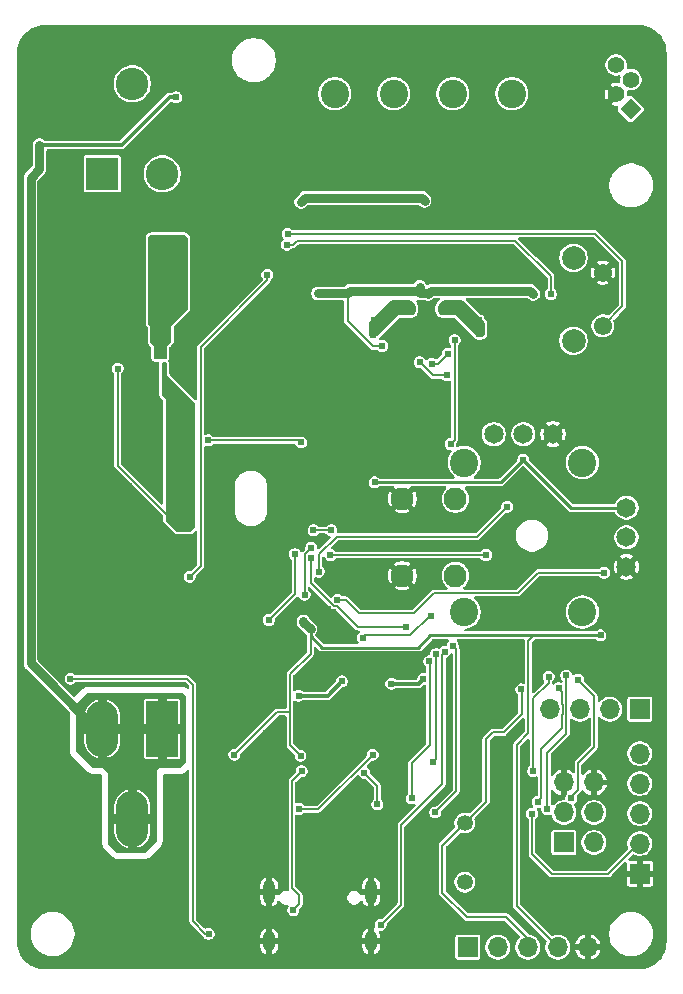
<source format=gbl>
%TF.GenerationSoftware,KiCad,Pcbnew,9.0.0*%
%TF.CreationDate,2025-03-03T22:11:57+00:00*%
%TF.ProjectId,StepUp,53746570-5570-42e6-9b69-6361645f7063,v0.3*%
%TF.SameCoordinates,Original*%
%TF.FileFunction,Copper,L4,Bot*%
%TF.FilePolarity,Positive*%
%FSLAX45Y45*%
G04 Gerber Fmt 4.5, Leading zero omitted, Abs format (unit mm)*
G04 Created by KiCad (PCBNEW 9.0.0) date 2025-03-03 22:11:57*
%MOMM*%
%LPD*%
G01*
G04 APERTURE LIST*
G04 Aperture macros list*
%AMRotRect*
0 Rectangle, with rotation*
0 The origin of the aperture is its center*
0 $1 length*
0 $2 width*
0 $3 Rotation angle, in degrees counterclockwise*
0 Add horizontal line*
21,1,$1,$2,0,0,$3*%
G04 Aperture macros list end*
%TA.AperFunction,ComponentPad*%
%ADD10O,1.000000X2.100000*%
%TD*%
%TA.AperFunction,ComponentPad*%
%ADD11O,1.000000X1.800000*%
%TD*%
%TA.AperFunction,ComponentPad*%
%ADD12C,0.600000*%
%TD*%
%TA.AperFunction,ComponentPad*%
%ADD13C,0.500000*%
%TD*%
%TA.AperFunction,ComponentPad*%
%ADD14R,1.700000X1.700000*%
%TD*%
%TA.AperFunction,ComponentPad*%
%ADD15O,1.700000X1.700000*%
%TD*%
%TA.AperFunction,ComponentPad*%
%ADD16RotRect,1.300000X1.300000X225.000000*%
%TD*%
%TA.AperFunction,ComponentPad*%
%ADD17C,1.416000*%
%TD*%
%TA.AperFunction,ComponentPad*%
%ADD18C,1.550000*%
%TD*%
%TA.AperFunction,ComponentPad*%
%ADD19C,2.000000*%
%TD*%
%TA.AperFunction,ComponentPad*%
%ADD20C,1.350000*%
%TD*%
%TA.AperFunction,ComponentPad*%
%ADD21C,1.650000*%
%TD*%
%TA.AperFunction,ComponentPad*%
%ADD22C,1.950000*%
%TD*%
%TA.AperFunction,ComponentPad*%
%ADD23C,2.400000*%
%TD*%
%TA.AperFunction,ComponentPad*%
%ADD24R,2.745000X2.745000*%
%TD*%
%TA.AperFunction,ComponentPad*%
%ADD25C,2.745000*%
%TD*%
%TA.AperFunction,ComponentPad*%
%ADD26R,2.745000X4.745000*%
%TD*%
%TA.AperFunction,ComponentPad*%
%ADD27O,2.745000X4.745000*%
%TD*%
%TA.AperFunction,ViaPad*%
%ADD28C,0.610000*%
%TD*%
%TA.AperFunction,ViaPad*%
%ADD29C,0.600000*%
%TD*%
%TA.AperFunction,Conductor*%
%ADD30C,0.762000*%
%TD*%
%TA.AperFunction,Conductor*%
%ADD31C,0.304800*%
%TD*%
%TA.AperFunction,Conductor*%
%ADD32C,0.203200*%
%TD*%
%TA.AperFunction,Conductor*%
%ADD33C,0.254000*%
%TD*%
%TA.AperFunction,Conductor*%
%ADD34C,0.152400*%
%TD*%
G04 APERTURE END LIST*
D10*
%TO.P,J1,S1,SHIELD*%
%TO.N,GND*%
X7773800Y-12352500D03*
D11*
X7773800Y-12770500D03*
D10*
X8637800Y-12352500D03*
D11*
X8637800Y-12770500D03*
%TD*%
D12*
%TO.P,U3,57,GND*%
%TO.N,GND*%
X8473000Y-10777400D03*
X8600500Y-10777400D03*
X8728000Y-10777400D03*
X8473000Y-10649900D03*
X8600500Y-10649900D03*
X8728000Y-10649900D03*
X8473000Y-10522400D03*
X8600500Y-10522400D03*
X8728000Y-10522400D03*
%TD*%
D13*
%TO.P,U7,11,SW*%
%TO.N,/Power/BOOST_SW*%
X6852500Y-7756250D03*
%TD*%
D14*
%TO.P,J3,1,Pin_1*%
%TO.N,/MCU/GPIO12*%
X10912500Y-10805000D03*
D15*
%TO.P,J3,2,Pin_2*%
%TO.N,/MCU/GPIO13*%
X10658500Y-10805000D03*
%TO.P,J3,3,Pin_3*%
%TO.N,/MCU/GPIO14*%
X10404500Y-10805000D03*
%TO.P,J3,4,Pin_4*%
%TO.N,/MCU/GPIO15*%
X10150500Y-10805000D03*
%TD*%
D16*
%TO.P,LED2,1*%
%TO.N,Net-(LED2-Pad1)*%
X10837500Y-5725000D03*
D17*
%TO.P,LED2,2*%
%TO.N,GND*%
X10712500Y-5600000D03*
%TO.P,LED2,3*%
%TO.N,Net-(LED2-Pad3)*%
X10837500Y-5475000D03*
%TO.P,LED2,4*%
%TO.N,Net-(LED2-Pad4)*%
X10712500Y-5350000D03*
%TD*%
D18*
%TO.P,SW3,1*%
%TO.N,GND*%
X10600500Y-7110000D03*
%TO.P,SW3,2*%
%TO.N,Net-(D12-Pad3)*%
X10600500Y-7560000D03*
D19*
%TO.P,SW3,3*%
%TO.N,N/C*%
X10351500Y-6984500D03*
%TO.P,SW3,4*%
X10351500Y-7685500D03*
%TD*%
D20*
%TO.P,BZ1,1,1*%
%TO.N,Net-(Q7-D)*%
X9430000Y-12270000D03*
%TO.P,BZ1,2,2*%
%TO.N,VMotor*%
X9430000Y-11770000D03*
%TD*%
D21*
%TO.P,JOY1,1,1*%
%TO.N,+3V3*%
X10800000Y-9100000D03*
%TO.P,JOY1,2,2*%
%TO.N,JOY_AXIS_MCU_H*%
X10800000Y-9350000D03*
%TO.P,JOY1,3,3*%
%TO.N,GND*%
X10800000Y-9600000D03*
%TO.P,JOY1,11,1'*%
%TO.N,+3V3*%
X9677000Y-8477000D03*
%TO.P,JOY1,12,2'*%
%TO.N,JOY_AXIS_MCU_V*%
X9927000Y-8477000D03*
%TO.P,JOY1,13,3'*%
%TO.N,GND*%
X10177000Y-8477000D03*
D22*
%TO.P,JOY1,A1,COM_1*%
%TO.N,JOY_MCU_BTN*%
X9352000Y-9675000D03*
%TO.P,JOY1,B1,COM_2*%
X9352000Y-9025000D03*
%TO.P,JOY1,C1,NO_1*%
%TO.N,GND*%
X8902000Y-9675000D03*
%TO.P,JOY1,D1,NO_2*%
X8902000Y-9025000D03*
D23*
%TO.P,JOY1,MH1,MH1*%
%TO.N,unconnected-(JOY1-PadMH1)*%
X10427000Y-8717500D03*
%TO.P,JOY1,MH2,MH2*%
%TO.N,unconnected-(JOY1-PadMH2)*%
X10427000Y-9982500D03*
%TO.P,JOY1,MH3,MH3*%
%TO.N,unconnected-(JOY1-PadMH3)*%
X9427000Y-9982500D03*
%TO.P,JOY1,MH4,MH4*%
%TO.N,unconnected-(JOY1-PadMH4)*%
X9427000Y-8717500D03*
%TD*%
%TO.P,J5,1,1*%
%TO.N,/Motor Driver/OA2_OUT*%
X8330000Y-5595000D03*
%TO.P,J5,2,2*%
%TO.N,/Motor Driver/OA1_OUT*%
X8830000Y-5595000D03*
%TO.P,J5,3,3*%
%TO.N,/Motor Driver/OB1_OUT*%
X9330000Y-5595000D03*
%TO.P,J5,4,4*%
%TO.N,/Motor Driver/OB2_OUT*%
X9830000Y-5595000D03*
%TD*%
D14*
%TO.P,J6,1,Pin_1*%
%TO.N,V_USB*%
X9456500Y-12820000D03*
D15*
%TO.P,J6,2,Pin_2*%
%TO.N,Vbat*%
X9710500Y-12820000D03*
%TO.P,J6,3,Pin_3*%
%TO.N,VMotor*%
X9964500Y-12820000D03*
%TO.P,J6,4,Pin_4*%
%TO.N,+3V3*%
X10218500Y-12820000D03*
%TO.P,J6,5,Pin_5*%
%TO.N,GND*%
X10472500Y-12820000D03*
%TD*%
D14*
%TO.P,J4,1,Pin_1*%
%TO.N,/MCU/SWCLK*%
X10270000Y-11934000D03*
D15*
%TO.P,J4,2,Pin_2*%
%TO.N,/MCU/UART_0_TX*%
X10524000Y-11934000D03*
%TO.P,J4,3,Pin_3*%
%TO.N,/MCU/SWD*%
X10270000Y-11680000D03*
%TO.P,J4,4,Pin_4*%
%TO.N,/MCU/UART_0_RX*%
X10524000Y-11680000D03*
%TO.P,J4,5,Pin_5*%
%TO.N,GND*%
X10270000Y-11426000D03*
%TO.P,J4,6,Pin_6*%
X10524000Y-11426000D03*
%TD*%
D14*
%TO.P,J2,1,Pin_1*%
%TO.N,GND*%
X10912500Y-12197000D03*
D15*
%TO.P,J2,2,Pin_2*%
%TO.N,/MCU/GPIO2*%
X10912500Y-11943000D03*
%TO.P,J2,3,Pin_3*%
%TO.N,/MCU/GPIO9*%
X10912500Y-11689000D03*
%TO.P,J2,4,Pin_4*%
%TO.N,/MCU/GPIO10*%
X10912500Y-11435000D03*
%TO.P,J2,5,Pin_5*%
%TO.N,/MCU/GPIO11*%
X10912500Y-11181000D03*
%TD*%
D24*
%TO.P,BT1,1,1*%
%TO.N,/Power/VBAT_PACK_POS*%
X6361800Y-6272000D03*
D25*
%TO.P,BT1,2,2*%
X6869800Y-6272000D03*
%TO.P,BT1,3,3*%
X6615800Y-5510000D03*
%TD*%
D26*
%TO.P,BT2,1,1*%
%TO.N,/Power/VBAT_PACK_NEG*%
X6869800Y-10972000D03*
D27*
%TO.P,BT2,2,2*%
X6361800Y-10972000D03*
%TO.P,BT2,3,3*%
X6615800Y-11734000D03*
%TD*%
D28*
%TO.N,GND*%
X6002500Y-6285000D03*
X6585000Y-8917500D03*
X9600000Y-7830000D03*
X6022500Y-8820000D03*
X8242500Y-7710000D03*
X7252500Y-11872500D03*
X6965000Y-10082500D03*
X9250000Y-6560000D03*
X7262500Y-7885000D03*
X9300000Y-10420000D03*
X7752500Y-10200000D03*
X6582500Y-8592500D03*
X6582500Y-8342500D03*
X7030000Y-12647500D03*
X9050000Y-7535000D03*
X7745000Y-11005000D03*
X6587500Y-9092500D03*
X9505000Y-8317500D03*
X10165000Y-6027500D03*
X9847500Y-7555000D03*
X6410000Y-7487500D03*
X8480000Y-8450000D03*
X8390000Y-7990000D03*
X9042571Y-10763260D03*
X7090000Y-9975000D03*
X9067500Y-6022500D03*
X6157500Y-5420000D03*
X9300000Y-11987500D03*
X6582500Y-8512500D03*
D29*
X7570000Y-6522500D03*
D28*
X6510000Y-12647500D03*
X6582500Y-8670000D03*
X10025000Y-6607500D03*
X7205000Y-5350000D03*
X6330000Y-5572500D03*
X6195000Y-9395000D03*
X6582500Y-8422500D03*
X7950000Y-6055000D03*
X6117500Y-9267500D03*
X6285000Y-7915000D03*
X8445000Y-11780000D03*
X6125000Y-7997500D03*
X9050000Y-7655000D03*
X8102500Y-11120000D03*
X7745000Y-10322500D03*
X9870000Y-10460000D03*
X9620000Y-10820000D03*
X9750000Y-10320000D03*
X8700000Y-9870000D03*
X9110000Y-7595000D03*
X9890000Y-9935000D03*
X6255000Y-5130000D03*
X6662500Y-8105000D03*
X6585000Y-8740000D03*
X6587500Y-9010000D03*
X6095000Y-6100000D03*
X8165000Y-12145000D03*
X9132500Y-12377500D03*
X8990000Y-8467500D03*
X9040000Y-6960000D03*
X7860000Y-11755000D03*
X9957500Y-7702500D03*
X6965000Y-11675000D03*
X7710000Y-10660000D03*
X9427500Y-8320000D03*
X7050000Y-11590000D03*
X7752500Y-7265000D03*
X8165000Y-6612500D03*
X9520000Y-10820000D03*
X9727500Y-8752500D03*
X8352500Y-7555000D03*
X6145000Y-5537500D03*
X9170000Y-7655000D03*
X7262500Y-7782500D03*
X8270000Y-9960000D03*
X7862500Y-10067500D03*
X10020000Y-8990000D03*
X9957500Y-7407500D03*
X6435000Y-7695000D03*
X5977500Y-7880000D03*
X8190000Y-9960000D03*
X8817500Y-11272500D03*
X8030000Y-7710000D03*
X10960000Y-8917500D03*
X8560000Y-8420000D03*
X5950000Y-9275000D03*
X9600000Y-7740000D03*
X7610000Y-11692500D03*
X6420000Y-8210000D03*
X7737500Y-11202500D03*
X8242500Y-7402500D03*
X8390000Y-7860000D03*
X8635000Y-11747500D03*
X8960000Y-6560000D03*
X9170000Y-7535000D03*
X7782500Y-10422500D03*
X9142500Y-6022500D03*
X7710000Y-10760000D03*
X5942500Y-8690000D03*
X6582500Y-8262500D03*
X6087500Y-5400000D03*
X7375000Y-5602500D03*
X6472500Y-10032500D03*
X9170000Y-6910000D03*
X8547500Y-11870000D03*
%TO.N,/Power/VBAT_PACK_NEG*%
X5830000Y-6030000D03*
X6987500Y-5625000D03*
%TO.N,+3V3*%
X7760000Y-7127500D03*
X8125000Y-10125000D03*
X8667500Y-8885000D03*
X8040000Y-11200000D03*
X7102500Y-9682500D03*
X7480000Y-11190000D03*
X9925000Y-8695000D03*
X8065000Y-10062500D03*
X10580000Y-10180000D03*
%TO.N,+1V1*%
X8390000Y-10570000D03*
X8024243Y-10690980D03*
X8810000Y-10590000D03*
X9080000Y-10550000D03*
%TO.N,/MCU/~{USB_BOOT}*%
X8050000Y-11330000D03*
X7980000Y-12506640D03*
%TO.N,/MCU/SWCLK*%
X9130000Y-10400000D03*
X8980000Y-11560000D03*
%TO.N,/MCU/RUN*%
X9260964Y-10319734D03*
X8720000Y-12630000D03*
%TO.N,/MCU/SWD*%
X9187466Y-10340000D03*
X9160000Y-11253360D03*
%TO.N,Vbat*%
X7262500Y-12707500D03*
X6092500Y-10547500D03*
%TO.N,VMotor*%
X8045740Y-6510000D03*
X9120000Y-7290000D03*
X8187668Y-7285370D03*
X9050000Y-7230000D03*
X8730000Y-7730000D03*
X9090000Y-6500000D03*
X9910000Y-10637500D03*
X10010000Y-7290000D03*
%TO.N,TMC_EN*%
X9050000Y-7867500D03*
X9280000Y-7980000D03*
%TO.N,TMC_DIR*%
X8300000Y-9290000D03*
X8150000Y-9290000D03*
%TO.N,TMC_UART_RX*%
X9610000Y-9500000D03*
X8292500Y-9500000D03*
%TO.N,TMC_UART_TX*%
X8569329Y-10200292D03*
X9142731Y-10012731D03*
%TO.N,TMC_DIAG*%
X9310000Y-8560000D03*
X9345326Y-7680529D03*
%TO.N,MCU_BOOST_EN*%
X8128360Y-9521640D03*
X8045793Y-8547335D03*
X7260000Y-8530000D03*
X8930837Y-10110837D03*
%TO.N,VBAT_MONITOR*%
X8130000Y-9440000D03*
X8075000Y-9835000D03*
%TO.N,VUSB_MONITOR*%
X8690000Y-11610000D03*
X8580000Y-11342269D03*
%TO.N,/Motor Driver/TMC_VCC_IO*%
X9285000Y-7795000D03*
X9150000Y-7880000D03*
%TO.N,/Motor Driver/BRA*%
X8947500Y-7375000D03*
X8977500Y-7435000D03*
X8655000Y-7635000D03*
X8692500Y-7572500D03*
X8662500Y-7507500D03*
%TO.N,/Motor Driver/BRB*%
X9240000Y-7435000D03*
X9552500Y-7627500D03*
X9520000Y-7570000D03*
X9550000Y-7512500D03*
X9267500Y-7377500D03*
%TO.N,BUZZER*%
X9180000Y-11680000D03*
X9330000Y-10270000D03*
%TO.N,JOY_AXIS_MCU_H*%
X10610000Y-9650000D03*
X8352269Y-9877731D03*
%TO.N,JOY_AXIS_MCU_V*%
X8195000Y-9640000D03*
X9790000Y-9090000D03*
%TO.N,/MCU/GPIO2*%
X10000000Y-11690000D03*
%TO.N,MCU_PWR_BTN*%
X10010000Y-11330000D03*
X7925000Y-6872500D03*
X10160000Y-7290000D03*
X10140000Y-10530000D03*
%TO.N,MCU_PWR_CTRL*%
X8027500Y-11650000D03*
X7992500Y-9492500D03*
X8651250Y-11191250D03*
X7772500Y-10050000D03*
%TO.N,MCU_LED_RED*%
X10226640Y-10627500D03*
X10050000Y-11590000D03*
%TO.N,MCU_LED_GREEN*%
X10330892Y-11560000D03*
X10390000Y-10557500D03*
%TO.N,MCU_LED_BLUE*%
X10290000Y-10520000D03*
X10130000Y-11650000D03*
%TO.N,/Power/BOOST_VOUT*%
X6950000Y-9202500D03*
X6492500Y-7922500D03*
%TO.N,Net-(D12-Pad3)*%
X7930000Y-6780000D03*
%TD*%
D30*
%TO.N,/Power/VBAT_PACK_NEG*%
X5755000Y-6305000D02*
X5755000Y-10417500D01*
X5755000Y-10417500D02*
X6309500Y-10972000D01*
X6309500Y-10972000D02*
X6361800Y-10972000D01*
D31*
X6982500Y-5620000D02*
X6935000Y-5620000D01*
X6935000Y-5620000D02*
X6525000Y-6030000D01*
X6987500Y-5625000D02*
X6982500Y-5620000D01*
X6525000Y-6030000D02*
X5830000Y-6030000D01*
D30*
X5830000Y-6230000D02*
X5755000Y-6305000D01*
X5830000Y-6030000D02*
X5830000Y-6230000D01*
D32*
%TO.N,+3V3*%
X9970000Y-10225000D02*
X9970000Y-11010000D01*
X9870000Y-12471500D02*
X10218500Y-12820000D01*
D33*
X9035869Y-10284132D02*
X9140000Y-10180000D01*
D32*
X10090000Y-10180000D02*
X10015000Y-10180000D01*
D33*
X8125000Y-10185000D02*
X8224131Y-10284132D01*
D34*
X7195000Y-9590000D02*
X7102500Y-9682500D01*
D32*
X10015000Y-10180000D02*
X9970000Y-10225000D01*
D30*
X8065000Y-10062500D02*
X8065000Y-10065000D01*
D34*
X7950000Y-10830000D02*
X7840000Y-10830000D01*
D33*
X10090000Y-10180000D02*
X10580000Y-10180000D01*
D34*
X8125000Y-10125000D02*
X8125000Y-10335000D01*
D30*
X8065000Y-10065000D02*
X8125000Y-10125000D01*
D33*
X9735000Y-8885000D02*
X8667500Y-8885000D01*
X9925000Y-8695000D02*
X9735000Y-8885000D01*
D32*
X9970000Y-11010000D02*
X9870000Y-11110000D01*
D33*
X8224131Y-10284132D02*
X9035869Y-10284132D01*
D34*
X7195000Y-7737500D02*
X7195000Y-9590000D01*
X7950000Y-11110000D02*
X8040000Y-11200000D01*
X7760000Y-7127500D02*
X7760000Y-7172500D01*
X7950000Y-10510000D02*
X7950000Y-10830000D01*
X7950000Y-10830000D02*
X7950000Y-11110000D01*
D33*
X9140000Y-10180000D02*
X10090000Y-10180000D01*
D32*
X9870000Y-11110000D02*
X9870000Y-12471500D01*
D34*
X8125000Y-10335000D02*
X7950000Y-10510000D01*
D33*
X8125000Y-10125000D02*
X8125000Y-10185000D01*
X10330000Y-9100000D02*
X10800000Y-9100000D01*
X9925000Y-8695000D02*
X10330000Y-9100000D01*
D34*
X7840000Y-10830000D02*
X7480000Y-11190000D01*
X7760000Y-7172500D02*
X7195000Y-7737500D01*
D31*
%TO.N,+1V1*%
X8810000Y-10590000D02*
X9040000Y-10590000D01*
X8024243Y-10690980D02*
X8269020Y-10690980D01*
X8269020Y-10690980D02*
X8390000Y-10570000D01*
X9040000Y-10590000D02*
X9080000Y-10550000D01*
D34*
%TO.N,/MCU/~{USB_BOOT}*%
X8050000Y-11330000D02*
X7967500Y-11412500D01*
X7967500Y-11412500D02*
X7967500Y-12320000D01*
X8030000Y-12456640D02*
X7980000Y-12506640D01*
X7967500Y-12320000D02*
X8030000Y-12382500D01*
X8030000Y-12382500D02*
X8030000Y-12456640D01*
%TO.N,/MCU/SWCLK*%
X8989211Y-11550789D02*
X8980000Y-11560000D01*
X9130000Y-10400000D02*
X9133360Y-10403360D01*
X9133360Y-10403360D02*
X9133360Y-11106640D01*
X8980000Y-11260000D02*
X8980000Y-11560000D01*
X9133360Y-11106640D02*
X8980000Y-11260000D01*
%TO.N,/MCU/RUN*%
X8890000Y-11790000D02*
X8890000Y-12460000D01*
X9240826Y-10339872D02*
X9240826Y-11439174D01*
X9260964Y-10319734D02*
X9240826Y-10339872D01*
X9240826Y-11439174D02*
X8890000Y-11790000D01*
X8890000Y-12460000D02*
X8720000Y-12630000D01*
%TO.N,/MCU/SWD*%
X9190000Y-10342534D02*
X9187466Y-10340000D01*
X9160000Y-11253360D02*
X9190000Y-11223360D01*
X9190000Y-11223360D02*
X9190000Y-10342534D01*
%TO.N,Vbat*%
X7235000Y-12707500D02*
X7262500Y-12707500D01*
X7077500Y-10547500D02*
X7127500Y-10597500D01*
X7127500Y-12600000D02*
X7235000Y-12707500D01*
X7127500Y-10597500D02*
X7127500Y-12600000D01*
X6092500Y-10547500D02*
X7077500Y-10547500D01*
D32*
%TO.N,VMotor*%
X9610000Y-11590000D02*
X9240000Y-11960000D01*
D30*
X9120000Y-7290000D02*
X9115370Y-7285370D01*
X8462870Y-7262500D02*
X8440000Y-7285370D01*
D32*
X9760000Y-11000000D02*
X9670000Y-11000000D01*
X9447500Y-12565000D02*
X9782500Y-12565000D01*
X9610000Y-11060000D02*
X9610000Y-11590000D01*
D30*
X9120000Y-7290000D02*
X9147500Y-7262500D01*
D32*
X9240000Y-11960000D02*
X9240000Y-12357500D01*
X9670000Y-11000000D02*
X9610000Y-11060000D01*
X9912500Y-10847500D02*
X9760000Y-11000000D01*
D30*
X9027130Y-7262500D02*
X8462870Y-7262500D01*
D32*
X8440000Y-7285370D02*
X8440000Y-7520000D01*
X8440000Y-7520000D02*
X8650000Y-7730000D01*
D30*
X9050000Y-7230000D02*
X9050000Y-7285370D01*
X9090000Y-6500000D02*
X9066160Y-6476160D01*
X8440000Y-7285370D02*
X8187668Y-7285370D01*
X9115370Y-7285370D02*
X9050000Y-7285370D01*
D32*
X9782500Y-12565000D02*
X9964500Y-12747000D01*
X9910000Y-10637500D02*
X9912500Y-10640000D01*
D30*
X8079580Y-6476160D02*
X8045740Y-6510000D01*
X9982500Y-7262500D02*
X10010000Y-7290000D01*
X9147500Y-7262500D02*
X9982500Y-7262500D01*
D32*
X8650000Y-7730000D02*
X8730000Y-7730000D01*
X9240000Y-12357500D02*
X9447500Y-12565000D01*
D30*
X9050000Y-7285370D02*
X9027130Y-7262500D01*
D32*
X9912500Y-10640000D02*
X9912500Y-10847500D01*
X9964500Y-12747000D02*
X9964500Y-12820000D01*
D30*
X9066160Y-6476160D02*
X8079580Y-6476160D01*
D34*
%TO.N,TMC_EN*%
X9050000Y-7867500D02*
X9162500Y-7980000D01*
X9162500Y-7980000D02*
X9280000Y-7980000D01*
%TO.N,TMC_DIR*%
X8150000Y-9290000D02*
X8300000Y-9290000D01*
%TO.N,TMC_UART_RX*%
X8292500Y-9500000D02*
X9610000Y-9500000D01*
%TO.N,TMC_UART_TX*%
X9142731Y-10012731D02*
X9137269Y-10012731D01*
X8589621Y-10180000D02*
X8569329Y-10200292D01*
X8970000Y-10180000D02*
X8589621Y-10180000D01*
X9137269Y-10012731D02*
X8970000Y-10180000D01*
%TO.N,TMC_DIAG*%
X9310000Y-8560000D02*
X9345326Y-8524674D01*
X9345326Y-8524674D02*
X9345326Y-7680529D01*
%TO.N,MCU_BOOST_EN*%
X8530837Y-10110837D02*
X8930837Y-10110837D01*
X7260000Y-8530000D02*
X8028458Y-8530000D01*
X8321091Y-9931091D02*
X8351091Y-9931091D01*
X8128360Y-9738360D02*
X8321091Y-9931091D01*
X8351091Y-9931091D02*
X8530837Y-10110837D01*
X8028458Y-8530000D02*
X8045793Y-8547335D01*
X8128360Y-9521640D02*
X8128360Y-9738360D01*
%TO.N,VBAT_MONITOR*%
X8075000Y-9495000D02*
X8075000Y-9835000D01*
X8130000Y-9440000D02*
X8075000Y-9495000D01*
%TO.N,VUSB_MONITOR*%
X8690000Y-11452269D02*
X8690000Y-11610000D01*
X8580000Y-11342269D02*
X8690000Y-11452269D01*
D32*
%TO.N,/Motor Driver/TMC_VCC_IO*%
X9200000Y-7880000D02*
X9285000Y-7795000D01*
X9150000Y-7880000D02*
X9200000Y-7880000D01*
D34*
%TO.N,BUZZER*%
X9360000Y-11500000D02*
X9180000Y-11680000D01*
X9360000Y-10300000D02*
X9360000Y-11500000D01*
X9330000Y-10270000D02*
X9360000Y-10300000D01*
%TO.N,JOY_AXIS_MCU_H*%
X8425000Y-9877731D02*
X8352269Y-9877731D01*
X9880000Y-9820000D02*
X9170000Y-9820000D01*
X10610000Y-9650000D02*
X10050000Y-9650000D01*
X9000000Y-9990000D02*
X8537269Y-9990000D01*
X8537269Y-9990000D02*
X8425000Y-9877731D01*
X9170000Y-9820000D02*
X9000000Y-9990000D01*
X10050000Y-9650000D02*
X9880000Y-9820000D01*
%TO.N,JOY_AXIS_MCU_V*%
X8346640Y-9343360D02*
X9536640Y-9343360D01*
X8195000Y-9640000D02*
X8195000Y-9495000D01*
X9536640Y-9343360D02*
X9790000Y-9090000D01*
X8195000Y-9495000D02*
X8346640Y-9343360D01*
%TO.N,/MCU/GPIO2*%
X10645000Y-12200000D02*
X10910000Y-11935000D01*
X10000000Y-12030000D02*
X10170000Y-12200000D01*
X10170000Y-12200000D02*
X10645000Y-12200000D01*
X10000000Y-11690000D02*
X10000000Y-12030000D01*
%TO.N,MCU_PWR_BTN*%
X7980000Y-6872500D02*
X8012500Y-6840000D01*
X7925000Y-6872500D02*
X7980000Y-6872500D01*
X10160000Y-7140000D02*
X10160000Y-7290000D01*
X10010000Y-10712500D02*
X10010000Y-11330000D01*
X10140000Y-10582500D02*
X10010000Y-10712500D01*
X9860000Y-6840000D02*
X10160000Y-7140000D01*
X8012500Y-6840000D02*
X9860000Y-6840000D01*
X10140000Y-10530000D02*
X10140000Y-10582500D01*
%TO.N,MCU_PWR_CTRL*%
X7992500Y-9830000D02*
X7772500Y-10050000D01*
X8190000Y-11652500D02*
X8651250Y-11191250D01*
X8030000Y-11652500D02*
X8190000Y-11652500D01*
X8027500Y-11650000D02*
X8030000Y-11652500D01*
X8651250Y-11191250D02*
X8660000Y-11182500D01*
X7992500Y-9492500D02*
X7992500Y-9830000D01*
%TO.N,MCU_LED_RED*%
X10258460Y-10849719D02*
X10258460Y-10760282D01*
X10257500Y-10658360D02*
X10226640Y-10627500D01*
X10257500Y-10759322D02*
X10257500Y-10658360D01*
X10050000Y-11590000D02*
X10080000Y-11560000D01*
X10080000Y-11560000D02*
X10080000Y-11140000D01*
X10257500Y-10850679D02*
X10258460Y-10849719D01*
X10258460Y-10760282D02*
X10257500Y-10759322D01*
X10080000Y-11140000D02*
X10257500Y-10962500D01*
X10257500Y-10962500D02*
X10257500Y-10850679D01*
%TO.N,MCU_LED_GREEN*%
X10390000Y-10557500D02*
X10527500Y-10695000D01*
X10390000Y-11262500D02*
X10390000Y-11490000D01*
X10390000Y-11490000D02*
X10330892Y-11549108D01*
X10527500Y-10695000D02*
X10527500Y-11125000D01*
X10527500Y-11125000D02*
X10390000Y-11262500D01*
X10330892Y-11549108D02*
X10330892Y-11560000D01*
%TO.N,MCU_LED_BLUE*%
X10290000Y-11010000D02*
X10291235Y-11011235D01*
X10290000Y-10520000D02*
X10290000Y-11010000D01*
X10130000Y-11172471D02*
X10130000Y-11650000D01*
X10291235Y-11011235D02*
X10130000Y-11172471D01*
%TO.N,/Power/BOOST_VOUT*%
X6492500Y-8745000D02*
X6492500Y-7915000D01*
X6950000Y-9202500D02*
X6492500Y-8745000D01*
%TO.N,Net-(D12-Pad3)*%
X10647500Y-6892500D02*
X10535000Y-6780000D01*
X10765000Y-7010000D02*
X10647500Y-6892500D01*
X10600500Y-7560000D02*
X10765000Y-7395500D01*
X10765000Y-7252500D02*
X10765000Y-7010000D01*
X10765000Y-7395500D02*
X10765000Y-7252500D01*
X10535000Y-6780000D02*
X7930000Y-6780000D01*
%TD*%
%TA.AperFunction,Conductor*%
%TO.N,/Power/BOOST_SW*%
G36*
X7064068Y-6789468D02*
G01*
X7066132Y-6791132D01*
X7081368Y-6806368D01*
X7084717Y-6812500D01*
X7085000Y-6815136D01*
X7085000Y-7417364D01*
X7083031Y-7424068D01*
X7081368Y-7426132D01*
X7033512Y-7473988D01*
X7029489Y-7476676D01*
X7027500Y-7477500D01*
X6945000Y-7560000D01*
X6945000Y-7689864D01*
X6943031Y-7696568D01*
X6941368Y-7698632D01*
X6907500Y-7732500D01*
X6907500Y-7830100D01*
X6905531Y-7836804D01*
X6900251Y-7841379D01*
X6895100Y-7842500D01*
X6809900Y-7842500D01*
X6803196Y-7840531D01*
X6798621Y-7835251D01*
X6797500Y-7830100D01*
X6797500Y-7732500D01*
X6771132Y-7706132D01*
X6767783Y-7700000D01*
X6767500Y-7697364D01*
X6767500Y-7562500D01*
X6753632Y-7548632D01*
X6750283Y-7542500D01*
X6750000Y-7539864D01*
X6750000Y-6812636D01*
X6750864Y-6809692D01*
X6751517Y-6806693D01*
X6751892Y-6806192D01*
X6751968Y-6805932D01*
X6753632Y-6803868D01*
X6766368Y-6791132D01*
X6772500Y-6787783D01*
X6775136Y-6787500D01*
X7057364Y-6787500D01*
X7064068Y-6789468D01*
G37*
%TD.AperFunction*%
%TD*%
%TA.AperFunction,Conductor*%
%TO.N,/Power/VBAT_PACK_NEG*%
G36*
X7044068Y-10666969D02*
G01*
X7046132Y-10668632D01*
X7066198Y-10688698D01*
X7069547Y-10694830D01*
X7069830Y-10697466D01*
X7069830Y-11255034D01*
X7067861Y-11261738D01*
X7066198Y-11263802D01*
X7028632Y-11301368D01*
X7022500Y-11304717D01*
X7019864Y-11305000D01*
X6845000Y-11305000D01*
X6822500Y-11327500D01*
X6822500Y-11924864D01*
X6820531Y-11931568D01*
X6818868Y-11933632D01*
X6731132Y-12021368D01*
X6725000Y-12024717D01*
X6722364Y-12025000D01*
X6497636Y-12025000D01*
X6490932Y-12023031D01*
X6488868Y-12021368D01*
X6413632Y-11946132D01*
X6410283Y-11940000D01*
X6410000Y-11937364D01*
X6410000Y-11622017D01*
X6463550Y-11622017D01*
X6463550Y-11694000D01*
X6524300Y-11694000D01*
X6524300Y-11774000D01*
X6463550Y-11774000D01*
X6463550Y-11845983D01*
X6467299Y-11869652D01*
X6474704Y-11892444D01*
X6485584Y-11913796D01*
X6499670Y-11933184D01*
X6499670Y-11933184D01*
X6516615Y-11950129D01*
X6536003Y-11964216D01*
X6557356Y-11975095D01*
X6557356Y-11975096D01*
X6575800Y-11981088D01*
X6575800Y-11981088D01*
X6575800Y-11916470D01*
X6589110Y-11921984D01*
X6606788Y-11925500D01*
X6624812Y-11925500D01*
X6642490Y-11921984D01*
X6655800Y-11916470D01*
X6655800Y-11981088D01*
X6674243Y-11975096D01*
X6674244Y-11975095D01*
X6695596Y-11964216D01*
X6714984Y-11950129D01*
X6714984Y-11950129D01*
X6731929Y-11933184D01*
X6731929Y-11933184D01*
X6746016Y-11913796D01*
X6756895Y-11892444D01*
X6764301Y-11869652D01*
X6768050Y-11845983D01*
X6768050Y-11774000D01*
X6707300Y-11774000D01*
X6707300Y-11694000D01*
X6768050Y-11694000D01*
X6768050Y-11622017D01*
X6764301Y-11598348D01*
X6756895Y-11575556D01*
X6746016Y-11554203D01*
X6731929Y-11534816D01*
X6731929Y-11534815D01*
X6714984Y-11517870D01*
X6695596Y-11503784D01*
X6674244Y-11492904D01*
X6655800Y-11486912D01*
X6655800Y-11551530D01*
X6642490Y-11546016D01*
X6624812Y-11542500D01*
X6606788Y-11542500D01*
X6589110Y-11546016D01*
X6575800Y-11551530D01*
X6575800Y-11486912D01*
X6557356Y-11492904D01*
X6536003Y-11503784D01*
X6516616Y-11517870D01*
X6516615Y-11517870D01*
X6499670Y-11534815D01*
X6499670Y-11534816D01*
X6485584Y-11554203D01*
X6474704Y-11575556D01*
X6467299Y-11598348D01*
X6463550Y-11622017D01*
X6410000Y-11622017D01*
X6410000Y-11345000D01*
X6365000Y-11300000D01*
X6277636Y-11300000D01*
X6270932Y-11298031D01*
X6268868Y-11296368D01*
X6143632Y-11171132D01*
X6140283Y-11165000D01*
X6140000Y-11162364D01*
X6140000Y-10860017D01*
X6209550Y-10860017D01*
X6209550Y-10932000D01*
X6270300Y-10932000D01*
X6270300Y-11012000D01*
X6209550Y-11012000D01*
X6209550Y-11083983D01*
X6213299Y-11107652D01*
X6220704Y-11130444D01*
X6231584Y-11151796D01*
X6245670Y-11171184D01*
X6245670Y-11171184D01*
X6262615Y-11188129D01*
X6282003Y-11202216D01*
X6303356Y-11213095D01*
X6303356Y-11213096D01*
X6321800Y-11219088D01*
X6321800Y-11219088D01*
X6321800Y-11154470D01*
X6335110Y-11159984D01*
X6352788Y-11163500D01*
X6370812Y-11163500D01*
X6388490Y-11159984D01*
X6401800Y-11154470D01*
X6401800Y-11219088D01*
X6420243Y-11213096D01*
X6420244Y-11213095D01*
X6441596Y-11202216D01*
X6460984Y-11188129D01*
X6460984Y-11188129D01*
X6477929Y-11171184D01*
X6477929Y-11171184D01*
X6492016Y-11151796D01*
X6502895Y-11130444D01*
X6510301Y-11107652D01*
X6514050Y-11083983D01*
X6514050Y-11012000D01*
X6453300Y-11012000D01*
X6453300Y-10932000D01*
X6514050Y-10932000D01*
X6514050Y-10860017D01*
X6510301Y-10836348D01*
X6502895Y-10813556D01*
X6492016Y-10792204D01*
X6477929Y-10772816D01*
X6477929Y-10772816D01*
X6460984Y-10755870D01*
X6442850Y-10742695D01*
X6441596Y-10741784D01*
X6424891Y-10733272D01*
X6717550Y-10733272D01*
X6717550Y-10932000D01*
X6778300Y-10932000D01*
X6778300Y-11012000D01*
X6717550Y-11012000D01*
X6717550Y-11210727D01*
X6718420Y-11215103D01*
X6718420Y-11215103D01*
X6721736Y-11220064D01*
X6726697Y-11223380D01*
X6726698Y-11223380D01*
X6731072Y-11224250D01*
X6829800Y-11224250D01*
X6829800Y-11224250D01*
X6829800Y-11154470D01*
X6843110Y-11159984D01*
X6860788Y-11163500D01*
X6878812Y-11163500D01*
X6896490Y-11159984D01*
X6909800Y-11154470D01*
X6909800Y-11224250D01*
X7008527Y-11224250D01*
X7012903Y-11223380D01*
X7012903Y-11223379D01*
X7017864Y-11220064D01*
X7021180Y-11215103D01*
X7021180Y-11215102D01*
X7022050Y-11210728D01*
X7022050Y-11210728D01*
X7022050Y-11012000D01*
X6961300Y-11012000D01*
X6961300Y-10932000D01*
X7022050Y-10932000D01*
X7022050Y-10733273D01*
X7021180Y-10728897D01*
X7021179Y-10728897D01*
X7017864Y-10723936D01*
X7012903Y-10720620D01*
X7012902Y-10720620D01*
X7008528Y-10719750D01*
X6909800Y-10719750D01*
X6909800Y-10789530D01*
X6896490Y-10784016D01*
X6878812Y-10780500D01*
X6860788Y-10780500D01*
X6843110Y-10784016D01*
X6829800Y-10789530D01*
X6829800Y-10719750D01*
X6731073Y-10719750D01*
X6726697Y-10720620D01*
X6726697Y-10720620D01*
X6721736Y-10723936D01*
X6718420Y-10728897D01*
X6718420Y-10728898D01*
X6717550Y-10733272D01*
X6424891Y-10733272D01*
X6420244Y-10730905D01*
X6401800Y-10724912D01*
X6401800Y-10789530D01*
X6388490Y-10784016D01*
X6370812Y-10780500D01*
X6352788Y-10780500D01*
X6335110Y-10784016D01*
X6321800Y-10789530D01*
X6321800Y-10724912D01*
X6303356Y-10730905D01*
X6282003Y-10741784D01*
X6262616Y-10755870D01*
X6262615Y-10755870D01*
X6245670Y-10772816D01*
X6245670Y-10772816D01*
X6231584Y-10792204D01*
X6220704Y-10813556D01*
X6213299Y-10836348D01*
X6209550Y-10860017D01*
X6140000Y-10860017D01*
X6140000Y-10767636D01*
X6141968Y-10760932D01*
X6143632Y-10758868D01*
X6233868Y-10668632D01*
X6240000Y-10665283D01*
X6242636Y-10665000D01*
X7037364Y-10665000D01*
X7044068Y-10666969D01*
G37*
%TD.AperFunction*%
%TD*%
%TA.AperFunction,Conductor*%
%TO.N,/Power/BOOST_VOUT*%
G36*
X6904304Y-7871968D02*
G01*
X6908879Y-7877249D01*
X6910000Y-7882400D01*
X6910000Y-7977500D01*
X7146368Y-8213868D01*
X7149717Y-8220000D01*
X7150000Y-8222636D01*
X7150000Y-9257364D01*
X7148031Y-9264068D01*
X7146368Y-9266132D01*
X7111132Y-9301368D01*
X7105000Y-9304717D01*
X7102364Y-9305000D01*
X7000136Y-9305000D01*
X6993432Y-9303032D01*
X6991368Y-9301368D01*
X6901132Y-9211132D01*
X6897783Y-9205000D01*
X6897500Y-9202364D01*
X6897500Y-8182500D01*
X6868632Y-8153632D01*
X6865283Y-8147500D01*
X6865000Y-8144864D01*
X6865000Y-7882400D01*
X6865255Y-7881531D01*
X6865126Y-7880635D01*
X6866224Y-7878231D01*
X6866968Y-7875696D01*
X6867652Y-7875103D01*
X6868029Y-7874280D01*
X6870252Y-7872851D01*
X6872249Y-7871121D01*
X6873300Y-7870892D01*
X6873906Y-7870502D01*
X6877400Y-7870000D01*
X6897600Y-7870000D01*
X6904304Y-7871968D01*
G37*
%TD.AperFunction*%
%TD*%
%TA.AperFunction,Conductor*%
%TO.N,GND*%
G36*
X10295000Y-11519267D02*
G01*
X10293032Y-11525971D01*
X10291368Y-11528035D01*
X10290442Y-11528961D01*
X10290442Y-11528962D01*
X10283787Y-11540488D01*
X10283787Y-11540488D01*
X10280342Y-11553345D01*
X10280342Y-11562550D01*
X10278373Y-11569254D01*
X10273093Y-11573829D01*
X10267942Y-11574950D01*
X10259653Y-11574950D01*
X10239359Y-11578987D01*
X10239358Y-11578987D01*
X10220240Y-11586906D01*
X10203034Y-11598402D01*
X10188403Y-11613034D01*
X10188402Y-11613035D01*
X10187232Y-11614786D01*
X10185615Y-11616137D01*
X10184353Y-11617824D01*
X10182988Y-11618332D01*
X10181871Y-11619267D01*
X10179780Y-11619529D01*
X10177806Y-11620265D01*
X10176383Y-11619956D01*
X10174938Y-11620137D01*
X10173038Y-11619228D01*
X10170979Y-11618780D01*
X10168991Y-11617292D01*
X10168635Y-11617122D01*
X10168154Y-11616665D01*
X10161302Y-11609813D01*
X10157953Y-11603681D01*
X10157670Y-11601045D01*
X10157670Y-11496697D01*
X10159639Y-11489993D01*
X10164919Y-11485418D01*
X10171835Y-11484424D01*
X10178190Y-11487326D01*
X10180102Y-11489409D01*
X10186096Y-11497660D01*
X10198340Y-11509903D01*
X10212348Y-11520080D01*
X10227774Y-11527941D01*
X10244242Y-11533291D01*
X10244241Y-11533291D01*
X10245000Y-11533411D01*
X10245000Y-11533411D01*
X10245000Y-11469301D01*
X10250701Y-11472592D01*
X10263417Y-11476000D01*
X10276583Y-11476000D01*
X10289299Y-11472592D01*
X10295000Y-11469301D01*
X10295000Y-11519267D01*
G37*
%TD.AperFunction*%
%TA.AperFunction,Conductor*%
G36*
X10491763Y-10876551D02*
G01*
X10497357Y-10880739D01*
X10499798Y-10887285D01*
X10499830Y-10888170D01*
X10499830Y-11108402D01*
X10497862Y-11115106D01*
X10496198Y-11117171D01*
X10367859Y-11245510D01*
X10367859Y-11245510D01*
X10364215Y-11251820D01*
X10363793Y-11253396D01*
X10363793Y-11253396D01*
X10362330Y-11258857D01*
X10362330Y-11332853D01*
X10360362Y-11339557D01*
X10355081Y-11344132D01*
X10348165Y-11345126D01*
X10342066Y-11342367D01*
X10342054Y-11342383D01*
X10341977Y-11342327D01*
X10341876Y-11342281D01*
X10341660Y-11342097D01*
X10327652Y-11331919D01*
X10312226Y-11324059D01*
X10295759Y-11318709D01*
X10295758Y-11318708D01*
X10295000Y-11318588D01*
X10295000Y-11382699D01*
X10289299Y-11379407D01*
X10276583Y-11376000D01*
X10263417Y-11376000D01*
X10250701Y-11379407D01*
X10245000Y-11382699D01*
X10245000Y-11318588D01*
X10245000Y-11318588D01*
X10244242Y-11318708D01*
X10244241Y-11318709D01*
X10227774Y-11324059D01*
X10212348Y-11331919D01*
X10198340Y-11342097D01*
X10186097Y-11354340D01*
X10186096Y-11354340D01*
X10180102Y-11362591D01*
X10174569Y-11366858D01*
X10167608Y-11367455D01*
X10161428Y-11364195D01*
X10157992Y-11358111D01*
X10157670Y-11355302D01*
X10157670Y-11189068D01*
X10159639Y-11182364D01*
X10161302Y-11180300D01*
X10313376Y-11028225D01*
X10313377Y-11028225D01*
X10315716Y-11024174D01*
X10317020Y-11021916D01*
X10317020Y-11021916D01*
X10318905Y-11014879D01*
X10318905Y-11014878D01*
X10318905Y-11007592D01*
X10318905Y-11007592D01*
X10318093Y-11004559D01*
X10317670Y-11001350D01*
X10317670Y-10896513D01*
X10319639Y-10889809D01*
X10324919Y-10885234D01*
X10331835Y-10884239D01*
X10336889Y-10886467D01*
X10337028Y-10886259D01*
X10337534Y-10886598D01*
X10337535Y-10886598D01*
X10354740Y-10898094D01*
X10373858Y-10906013D01*
X10388305Y-10908887D01*
X10394153Y-10910050D01*
X10394153Y-10910050D01*
X10394154Y-10910050D01*
X10414847Y-10910050D01*
X10414847Y-10910050D01*
X10435142Y-10906013D01*
X10454260Y-10898094D01*
X10471466Y-10886598D01*
X10473962Y-10884102D01*
X10478662Y-10879401D01*
X10484794Y-10876053D01*
X10491763Y-10876551D01*
G37*
%TD.AperFunction*%
%TA.AperFunction,Conductor*%
G36*
X9292529Y-10214719D02*
G01*
X9297105Y-10219999D01*
X9298099Y-10226915D01*
X9295197Y-10233270D01*
X9294593Y-10233918D01*
X9289550Y-10238961D01*
X9289550Y-10238962D01*
X9282895Y-10250488D01*
X9282895Y-10250488D01*
X9280348Y-10259994D01*
X9276712Y-10265960D01*
X9270427Y-10269013D01*
X9268371Y-10269184D01*
X9254309Y-10269184D01*
X9241452Y-10272629D01*
X9241452Y-10272629D01*
X9229926Y-10279284D01*
X9229925Y-10279284D01*
X9219939Y-10289271D01*
X9219829Y-10289160D01*
X9214932Y-10292735D01*
X9207957Y-10293149D01*
X9207530Y-10293043D01*
X9200812Y-10291243D01*
X9194121Y-10289450D01*
X9180811Y-10289450D01*
X9167955Y-10292895D01*
X9167954Y-10292895D01*
X9156428Y-10299550D01*
X9156428Y-10299550D01*
X9147016Y-10308961D01*
X9147016Y-10308962D01*
X9140361Y-10320488D01*
X9140361Y-10320488D01*
X9136916Y-10333345D01*
X9136916Y-10337050D01*
X9134948Y-10343754D01*
X9129667Y-10348329D01*
X9124516Y-10349450D01*
X9123345Y-10349450D01*
X9110488Y-10352895D01*
X9110488Y-10352895D01*
X9098962Y-10359550D01*
X9098961Y-10359550D01*
X9089550Y-10368961D01*
X9089550Y-10368962D01*
X9082895Y-10380488D01*
X9082895Y-10380488D01*
X9079450Y-10393345D01*
X9079450Y-10406655D01*
X9082895Y-10419512D01*
X9089550Y-10431038D01*
X9098962Y-10440450D01*
X9099489Y-10440755D01*
X9104311Y-10445811D01*
X9105690Y-10451494D01*
X9105690Y-10488390D01*
X9103722Y-10495094D01*
X9098441Y-10499670D01*
X9091525Y-10500664D01*
X9090081Y-10500368D01*
X9086655Y-10499450D01*
X9086655Y-10499450D01*
X9073345Y-10499450D01*
X9060488Y-10502895D01*
X9060488Y-10502895D01*
X9048962Y-10509550D01*
X9048961Y-10509550D01*
X9039550Y-10518961D01*
X9039550Y-10518962D01*
X9032895Y-10530488D01*
X9032895Y-10530488D01*
X9029450Y-10543345D01*
X9029373Y-10543929D01*
X9026547Y-10550318D01*
X9020714Y-10554165D01*
X9017079Y-10554710D01*
X8880000Y-10554710D01*
X8880000Y-10375000D01*
X8877500Y-10372500D01*
X8322500Y-10372500D01*
X8322500Y-10587592D01*
X8258034Y-10652058D01*
X8251902Y-10655407D01*
X8249266Y-10655690D01*
X8065578Y-10655690D01*
X8058874Y-10653722D01*
X8056810Y-10652058D01*
X8055282Y-10650530D01*
X8055282Y-10650530D01*
X8044932Y-10644555D01*
X8043755Y-10643875D01*
X8043755Y-10643875D01*
X8043755Y-10643875D01*
X8030898Y-10640430D01*
X8017588Y-10640430D01*
X8004732Y-10643875D01*
X8004731Y-10643875D01*
X7996270Y-10648760D01*
X7989480Y-10650408D01*
X7982877Y-10648122D01*
X7978558Y-10642630D01*
X7977670Y-10638022D01*
X7977670Y-10526598D01*
X7979638Y-10519894D01*
X7981302Y-10517829D01*
X8147141Y-10351990D01*
X8147141Y-10351990D01*
X8149255Y-10348329D01*
X8150784Y-10345680D01*
X8150784Y-10345680D01*
X8152670Y-10338643D01*
X8152670Y-10338643D01*
X8152670Y-10288922D01*
X8154638Y-10282218D01*
X8159919Y-10277642D01*
X8166835Y-10276648D01*
X8173190Y-10279550D01*
X8173838Y-10280154D01*
X8197925Y-10304241D01*
X8204022Y-10310338D01*
X8211490Y-10314650D01*
X8219820Y-10316882D01*
X8219820Y-10316882D01*
X9040180Y-10316882D01*
X9040180Y-10316882D01*
X9048510Y-10314650D01*
X9055978Y-10310338D01*
X9149934Y-10216382D01*
X9156066Y-10213033D01*
X9158702Y-10212750D01*
X9285825Y-10212750D01*
X9292529Y-10214719D01*
G37*
%TD.AperFunction*%
%TA.AperFunction,Conductor*%
G36*
X10904204Y-5011243D02*
G01*
X10906382Y-5011374D01*
X10929028Y-5012744D01*
X10929892Y-5012827D01*
X10935551Y-5013572D01*
X10936162Y-5013668D01*
X10957686Y-5017613D01*
X10958655Y-5017831D01*
X10963474Y-5019122D01*
X10963940Y-5019257D01*
X10985613Y-5026011D01*
X10986666Y-5026392D01*
X10989824Y-5027700D01*
X10990166Y-5027848D01*
X11012333Y-5037825D01*
X11013658Y-5038520D01*
X11036656Y-5052422D01*
X11037887Y-5053272D01*
X11051572Y-5063994D01*
X11059041Y-5069845D01*
X11060161Y-5070838D01*
X11079162Y-5089839D01*
X11080155Y-5090959D01*
X11096727Y-5112113D01*
X11097578Y-5113345D01*
X11111480Y-5136341D01*
X11112175Y-5137667D01*
X11122152Y-5159834D01*
X11122301Y-5160178D01*
X11123607Y-5163333D01*
X11123990Y-5164389D01*
X11130740Y-5186052D01*
X11130879Y-5186532D01*
X11132168Y-5191342D01*
X11132388Y-5192316D01*
X11136331Y-5213835D01*
X11136428Y-5214452D01*
X11137172Y-5220105D01*
X11137256Y-5220975D01*
X11138757Y-5245796D01*
X11138780Y-5246545D01*
X11138780Y-12773455D01*
X11138757Y-12774204D01*
X11137256Y-12799025D01*
X11137172Y-12799895D01*
X11136428Y-12805548D01*
X11136331Y-12806164D01*
X11132388Y-12827684D01*
X11132168Y-12828658D01*
X11130879Y-12833468D01*
X11130740Y-12833947D01*
X11123990Y-12855611D01*
X11123607Y-12856667D01*
X11122301Y-12859822D01*
X11122152Y-12860165D01*
X11112175Y-12882333D01*
X11111480Y-12883659D01*
X11097578Y-12906655D01*
X11096727Y-12907887D01*
X11080155Y-12929040D01*
X11079162Y-12930161D01*
X11060161Y-12949162D01*
X11059041Y-12950155D01*
X11037887Y-12966727D01*
X11036655Y-12967578D01*
X11013659Y-12981479D01*
X11012333Y-12982175D01*
X11012333Y-12982175D01*
X10990166Y-12992152D01*
X10989822Y-12992301D01*
X10986667Y-12993607D01*
X10985611Y-12993990D01*
X10963948Y-13000740D01*
X10963468Y-13000879D01*
X10958658Y-13002168D01*
X10957684Y-13002388D01*
X10936164Y-13006331D01*
X10935548Y-13006428D01*
X10929895Y-13007172D01*
X10929025Y-13007256D01*
X10904204Y-13008757D01*
X10903455Y-13008780D01*
X5876545Y-13008780D01*
X5875796Y-13008757D01*
X5850974Y-13007256D01*
X5850105Y-13007172D01*
X5844452Y-13006428D01*
X5843835Y-13006331D01*
X5822316Y-13002388D01*
X5821342Y-13002168D01*
X5816532Y-13000879D01*
X5816053Y-13000741D01*
X5805028Y-12997305D01*
X5794389Y-12993990D01*
X5793333Y-12993607D01*
X5790178Y-12992301D01*
X5789834Y-12992152D01*
X5767667Y-12982175D01*
X5766341Y-12981479D01*
X5743345Y-12967578D01*
X5742113Y-12966727D01*
X5720959Y-12950155D01*
X5719839Y-12949162D01*
X5700838Y-12930161D01*
X5699845Y-12929040D01*
X5683273Y-12907887D01*
X5682422Y-12906655D01*
X5668520Y-12883658D01*
X5667824Y-12882333D01*
X5657848Y-12860165D01*
X5657700Y-12859824D01*
X5656392Y-12856666D01*
X5656011Y-12855613D01*
X5649257Y-12833940D01*
X5649122Y-12833474D01*
X5647831Y-12828655D01*
X5647613Y-12827686D01*
X5643668Y-12806162D01*
X5643572Y-12805551D01*
X5642827Y-12799892D01*
X5642744Y-12799027D01*
X5641243Y-12774203D01*
X5641220Y-12773455D01*
X5641220Y-12696675D01*
X5755720Y-12696675D01*
X5755720Y-12720984D01*
X5755720Y-12720986D01*
X5758893Y-12745087D01*
X5765185Y-12768568D01*
X5774488Y-12791027D01*
X5774488Y-12791029D01*
X5786643Y-12812081D01*
X5801442Y-12831368D01*
X5801443Y-12831369D01*
X5818631Y-12848557D01*
X5818632Y-12848558D01*
X5818632Y-12848558D01*
X5821348Y-12850642D01*
X5837918Y-12863357D01*
X5858971Y-12875512D01*
X5858973Y-12875512D01*
X5864139Y-12877652D01*
X5881431Y-12884815D01*
X5904913Y-12891107D01*
X5929015Y-12894280D01*
X5929016Y-12894280D01*
X5953324Y-12894280D01*
X5953325Y-12894280D01*
X5977427Y-12891107D01*
X6000909Y-12884815D01*
X6023368Y-12875512D01*
X6044422Y-12863357D01*
X6063708Y-12848558D01*
X6063708Y-12848557D01*
X6063709Y-12848557D01*
X6080897Y-12831369D01*
X6080897Y-12831368D01*
X6080898Y-12831368D01*
X6095697Y-12812081D01*
X6107852Y-12791028D01*
X6117155Y-12768569D01*
X6123447Y-12745087D01*
X6126620Y-12720985D01*
X6126620Y-12696675D01*
X6123447Y-12672573D01*
X6117155Y-12649091D01*
X6107852Y-12626631D01*
X6106170Y-12623717D01*
X6095697Y-12605578D01*
X6080898Y-12586292D01*
X6080897Y-12586291D01*
X6063709Y-12569103D01*
X6063708Y-12569102D01*
X6044422Y-12554303D01*
X6023369Y-12542148D01*
X6023367Y-12542147D01*
X6000909Y-12532845D01*
X5977427Y-12526553D01*
X5953326Y-12523380D01*
X5953326Y-12523380D01*
X5953325Y-12523380D01*
X5929015Y-12523380D01*
X5929014Y-12523380D01*
X5929014Y-12523380D01*
X5904913Y-12526553D01*
X5881431Y-12532845D01*
X5858973Y-12542147D01*
X5858971Y-12542148D01*
X5837918Y-12554303D01*
X5818632Y-12569102D01*
X5801442Y-12586292D01*
X5786643Y-12605578D01*
X5774488Y-12626631D01*
X5774488Y-12626633D01*
X5765185Y-12649091D01*
X5758893Y-12672573D01*
X5755720Y-12696674D01*
X5755720Y-12696675D01*
X5641220Y-12696675D01*
X5641220Y-6297344D01*
X5696850Y-6297344D01*
X5696850Y-6312656D01*
X5696850Y-6312656D01*
X5696850Y-6313655D01*
X5696850Y-10409083D01*
X5696850Y-10409085D01*
X5696850Y-10425156D01*
X5700278Y-10437950D01*
X5700813Y-10439945D01*
X5700813Y-10439945D01*
X5701107Y-10440455D01*
X5708468Y-10453205D01*
X5708469Y-10453205D01*
X5720001Y-10464738D01*
X5720002Y-10464739D01*
X6085818Y-10830555D01*
X6089167Y-10836687D01*
X6089450Y-10839323D01*
X6089450Y-11162364D01*
X6089740Y-11167769D01*
X6089740Y-11167769D01*
X6090023Y-11170402D01*
X6090023Y-11170405D01*
X6090888Y-11175745D01*
X6090888Y-11175745D01*
X6093942Y-11183932D01*
X6095917Y-11189226D01*
X6099265Y-11195358D01*
X6107888Y-11206876D01*
X6107888Y-11206876D01*
X6107889Y-11206877D01*
X6170905Y-11269894D01*
X6233124Y-11332112D01*
X6233125Y-11332114D01*
X6233126Y-11332114D01*
X6237148Y-11335727D01*
X6237149Y-11335728D01*
X6237150Y-11335729D01*
X6238299Y-11336655D01*
X6238867Y-11337112D01*
X6239214Y-11337392D01*
X6243603Y-11340557D01*
X6256690Y-11346534D01*
X6263394Y-11348502D01*
X6263395Y-11348502D01*
X6277636Y-11350550D01*
X6338925Y-11350550D01*
X6341869Y-11351414D01*
X6344868Y-11352067D01*
X6345370Y-11352442D01*
X6345629Y-11352518D01*
X6347693Y-11354182D01*
X6355818Y-11362306D01*
X6359167Y-11368439D01*
X6359450Y-11371075D01*
X6359450Y-11937364D01*
X6359740Y-11942769D01*
X6359740Y-11942769D01*
X6360023Y-11945402D01*
X6360023Y-11945405D01*
X6360888Y-11950744D01*
X6360888Y-11950745D01*
X6365566Y-11963286D01*
X6365917Y-11964226D01*
X6366532Y-11965352D01*
X6368730Y-11969378D01*
X6369265Y-11970358D01*
X6377888Y-11981876D01*
X6377888Y-11981876D01*
X6377889Y-11981877D01*
X6416986Y-12020975D01*
X6453124Y-12057112D01*
X6453125Y-12057114D01*
X6453126Y-12057114D01*
X6457148Y-12060727D01*
X6457149Y-12060728D01*
X6457150Y-12060729D01*
X6459214Y-12062392D01*
X6463603Y-12065557D01*
X6476690Y-12071534D01*
X6483394Y-12073502D01*
X6483395Y-12073502D01*
X6497636Y-12075550D01*
X6497636Y-12075550D01*
X6722364Y-12075550D01*
X6723379Y-12075495D01*
X6727768Y-12075260D01*
X6727769Y-12075260D01*
X6727769Y-12075260D01*
X6727769Y-12075260D01*
X6728468Y-12075185D01*
X6730404Y-12074977D01*
X6730405Y-12074977D01*
X6730405Y-12074977D01*
X6731365Y-12074821D01*
X6735745Y-12074111D01*
X6749226Y-12069083D01*
X6755358Y-12065735D01*
X6766876Y-12057112D01*
X6854612Y-11969376D01*
X6858229Y-11965350D01*
X6859892Y-11963286D01*
X6863057Y-11958897D01*
X6869034Y-11945810D01*
X6871002Y-11939106D01*
X6871002Y-11939105D01*
X6873050Y-11924864D01*
X6873050Y-11367950D01*
X6875018Y-11361246D01*
X6880299Y-11356671D01*
X6885450Y-11355550D01*
X7019864Y-11355550D01*
X7020879Y-11355495D01*
X7025268Y-11355260D01*
X7025269Y-11355260D01*
X7025269Y-11355260D01*
X7025269Y-11355260D01*
X7025968Y-11355185D01*
X7027904Y-11354977D01*
X7027905Y-11354977D01*
X7027905Y-11354977D01*
X7029544Y-11354711D01*
X7033245Y-11354111D01*
X7046726Y-11349083D01*
X7052858Y-11345735D01*
X7064376Y-11337112D01*
X7078662Y-11322826D01*
X7084794Y-11319478D01*
X7091763Y-11319976D01*
X7097357Y-11324163D01*
X7099798Y-11330710D01*
X7099830Y-11331595D01*
X7099830Y-12603643D01*
X7101715Y-12610680D01*
X7101715Y-12610680D01*
X7105358Y-12616989D01*
X7105359Y-12616990D01*
X7214260Y-12725892D01*
X7216231Y-12728460D01*
X7222050Y-12738538D01*
X7231462Y-12747950D01*
X7242988Y-12754605D01*
X7255845Y-12758050D01*
X7255845Y-12758050D01*
X7269155Y-12758050D01*
X7269155Y-12758050D01*
X7282012Y-12754605D01*
X7293538Y-12747950D01*
X7302950Y-12738538D01*
X7309605Y-12727012D01*
X7310650Y-12723113D01*
X7698800Y-12723113D01*
X7698800Y-12745500D01*
X7743800Y-12745500D01*
X7743800Y-12795500D01*
X7698800Y-12795500D01*
X7698800Y-12817887D01*
X7701682Y-12832376D01*
X7701682Y-12832377D01*
X7707336Y-12846025D01*
X7707336Y-12846026D01*
X7715544Y-12858310D01*
X7715544Y-12858310D01*
X7725990Y-12868756D01*
X7725991Y-12868757D01*
X7738274Y-12876964D01*
X7738274Y-12876964D01*
X7748800Y-12881324D01*
X7748800Y-12881324D01*
X7748800Y-12827199D01*
X7749794Y-12828920D01*
X7755379Y-12834506D01*
X7762220Y-12838456D01*
X7769850Y-12840500D01*
X7777750Y-12840500D01*
X7785380Y-12838456D01*
X7792220Y-12834506D01*
X7797806Y-12828920D01*
X7798800Y-12827199D01*
X7798800Y-12881324D01*
X7809326Y-12876964D01*
X7809326Y-12876964D01*
X7821609Y-12868757D01*
X7821610Y-12868756D01*
X7832056Y-12858310D01*
X7832056Y-12858310D01*
X7840264Y-12846026D01*
X7840264Y-12846025D01*
X7845918Y-12832377D01*
X7845918Y-12832376D01*
X7848800Y-12817887D01*
X7848800Y-12817887D01*
X7848800Y-12795500D01*
X7803800Y-12795500D01*
X7803800Y-12745500D01*
X7848800Y-12745500D01*
X7848800Y-12723113D01*
X7848800Y-12723113D01*
X7845918Y-12708624D01*
X7845918Y-12708623D01*
X7840264Y-12694974D01*
X7840264Y-12694973D01*
X7832056Y-12682690D01*
X7832056Y-12682690D01*
X7821610Y-12672244D01*
X7821610Y-12672244D01*
X7809326Y-12664036D01*
X7809325Y-12664036D01*
X7798800Y-12659676D01*
X7798800Y-12713801D01*
X7797806Y-12712079D01*
X7792220Y-12706494D01*
X7785380Y-12702544D01*
X7777750Y-12700500D01*
X7769850Y-12700500D01*
X7762220Y-12702544D01*
X7755379Y-12706494D01*
X7749794Y-12712079D01*
X7748800Y-12713801D01*
X7748800Y-12659676D01*
X7748800Y-12659676D01*
X7738274Y-12664036D01*
X7738273Y-12664036D01*
X7725990Y-12672244D01*
X7725990Y-12672244D01*
X7715544Y-12682690D01*
X7715544Y-12682690D01*
X7707336Y-12694973D01*
X7707336Y-12694974D01*
X7701682Y-12708623D01*
X7701682Y-12708624D01*
X7698800Y-12723113D01*
X7310650Y-12723113D01*
X7313050Y-12714155D01*
X7313050Y-12700845D01*
X7309605Y-12687988D01*
X7302950Y-12676462D01*
X7293538Y-12667050D01*
X7282012Y-12660395D01*
X7269155Y-12656950D01*
X7255845Y-12656950D01*
X7242988Y-12660395D01*
X7242988Y-12660395D01*
X7241108Y-12661480D01*
X7234318Y-12663127D01*
X7227716Y-12660842D01*
X7226141Y-12659509D01*
X7158802Y-12592171D01*
X7155453Y-12586038D01*
X7155170Y-12583402D01*
X7155170Y-12290113D01*
X7698800Y-12290113D01*
X7698800Y-12327500D01*
X7743800Y-12327500D01*
X7743800Y-12377500D01*
X7698800Y-12377500D01*
X7698800Y-12414887D01*
X7701682Y-12429376D01*
X7701682Y-12429377D01*
X7707336Y-12443025D01*
X7707336Y-12443026D01*
X7715544Y-12455310D01*
X7715544Y-12455310D01*
X7725990Y-12465756D01*
X7725991Y-12465757D01*
X7738274Y-12473964D01*
X7738274Y-12473964D01*
X7748800Y-12478324D01*
X7748800Y-12478324D01*
X7748800Y-12424199D01*
X7749794Y-12425920D01*
X7755379Y-12431506D01*
X7762220Y-12435456D01*
X7769850Y-12437500D01*
X7777750Y-12437500D01*
X7785380Y-12435456D01*
X7792220Y-12431506D01*
X7797806Y-12425920D01*
X7798800Y-12424199D01*
X7798800Y-12478324D01*
X7809326Y-12473964D01*
X7809326Y-12473964D01*
X7821609Y-12465757D01*
X7821610Y-12465756D01*
X7832056Y-12455310D01*
X7832056Y-12455310D01*
X7840264Y-12443026D01*
X7840264Y-12443025D01*
X7844435Y-12432957D01*
X7848819Y-12427517D01*
X7855448Y-12425310D01*
X7862218Y-12427038D01*
X7866629Y-12431502D01*
X7867469Y-12432957D01*
X7870428Y-12438082D01*
X7881218Y-12448871D01*
X7881218Y-12448872D01*
X7881218Y-12448872D01*
X7894432Y-12456501D01*
X7894432Y-12456501D01*
X7894432Y-12456501D01*
X7909171Y-12460450D01*
X7909171Y-12460450D01*
X7924429Y-12460450D01*
X7924429Y-12460450D01*
X7924429Y-12460450D01*
X7925235Y-12460344D01*
X7925278Y-12460669D01*
X7930731Y-12460797D01*
X7936519Y-12464712D01*
X7939271Y-12471134D01*
X7938114Y-12478024D01*
X7937698Y-12478809D01*
X7932895Y-12487128D01*
X7932895Y-12487128D01*
X7929450Y-12499985D01*
X7929450Y-12513295D01*
X7932895Y-12526152D01*
X7939550Y-12537678D01*
X7948962Y-12547090D01*
X7960488Y-12553745D01*
X7973345Y-12557190D01*
X7973345Y-12557190D01*
X7986655Y-12557190D01*
X7986655Y-12557190D01*
X7999512Y-12553745D01*
X8011038Y-12547090D01*
X8020450Y-12537678D01*
X8027105Y-12526152D01*
X8030550Y-12513295D01*
X8030550Y-12500357D01*
X8032518Y-12493653D01*
X8034181Y-12491590D01*
X8052141Y-12473630D01*
X8055667Y-12467523D01*
X8055784Y-12467320D01*
X8055784Y-12467320D01*
X8057670Y-12460283D01*
X8057670Y-12460283D01*
X8057670Y-12394871D01*
X8436850Y-12394871D01*
X8436850Y-12410129D01*
X8440799Y-12424868D01*
X8440799Y-12424868D01*
X8448428Y-12438082D01*
X8448428Y-12438082D01*
X8448429Y-12438082D01*
X8459218Y-12448871D01*
X8459218Y-12448872D01*
X8459218Y-12448872D01*
X8472432Y-12456501D01*
X8472432Y-12456501D01*
X8472432Y-12456501D01*
X8487171Y-12460450D01*
X8487171Y-12460450D01*
X8502429Y-12460450D01*
X8502429Y-12460450D01*
X8517168Y-12456501D01*
X8530382Y-12448871D01*
X8541172Y-12438082D01*
X8544970Y-12431502D01*
X8550027Y-12426681D01*
X8556888Y-12425358D01*
X8563374Y-12427955D01*
X8567165Y-12432957D01*
X8571336Y-12443025D01*
X8571336Y-12443026D01*
X8579544Y-12455310D01*
X8579544Y-12455310D01*
X8589990Y-12465756D01*
X8589991Y-12465757D01*
X8602274Y-12473964D01*
X8602274Y-12473964D01*
X8612800Y-12478324D01*
X8612800Y-12478324D01*
X8612800Y-12424199D01*
X8613794Y-12425920D01*
X8619380Y-12431506D01*
X8626220Y-12435456D01*
X8633850Y-12437500D01*
X8641750Y-12437500D01*
X8649380Y-12435456D01*
X8656221Y-12431506D01*
X8661806Y-12425920D01*
X8662800Y-12424199D01*
X8662800Y-12478324D01*
X8673326Y-12473964D01*
X8673326Y-12473964D01*
X8685609Y-12465757D01*
X8685610Y-12465756D01*
X8696056Y-12455310D01*
X8696056Y-12455310D01*
X8704264Y-12443026D01*
X8704264Y-12443025D01*
X8709918Y-12429377D01*
X8709918Y-12429376D01*
X8712800Y-12414887D01*
X8712800Y-12414887D01*
X8712800Y-12377500D01*
X8667800Y-12377500D01*
X8667800Y-12327500D01*
X8712800Y-12327500D01*
X8712800Y-12290113D01*
X8712800Y-12290113D01*
X8709918Y-12275624D01*
X8709918Y-12275623D01*
X8704264Y-12261974D01*
X8704264Y-12261973D01*
X8696056Y-12249690D01*
X8696056Y-12249690D01*
X8685610Y-12239244D01*
X8685610Y-12239244D01*
X8673326Y-12231036D01*
X8673325Y-12231036D01*
X8662800Y-12226676D01*
X8662800Y-12280801D01*
X8661806Y-12279079D01*
X8656221Y-12273494D01*
X8649380Y-12269544D01*
X8641750Y-12267500D01*
X8633850Y-12267500D01*
X8626220Y-12269544D01*
X8619380Y-12273494D01*
X8613794Y-12279079D01*
X8612800Y-12280801D01*
X8612800Y-12226676D01*
X8612800Y-12226676D01*
X8602275Y-12231036D01*
X8602274Y-12231036D01*
X8589990Y-12239244D01*
X8589990Y-12239244D01*
X8579544Y-12249690D01*
X8579544Y-12249690D01*
X8571336Y-12261973D01*
X8571336Y-12261974D01*
X8565682Y-12275623D01*
X8565682Y-12275624D01*
X8562800Y-12290113D01*
X8562800Y-12327500D01*
X8607800Y-12327500D01*
X8607800Y-12377500D01*
X8561480Y-12377500D01*
X8558256Y-12379260D01*
X8551287Y-12378762D01*
X8545693Y-12374574D01*
X8544881Y-12373344D01*
X8544002Y-12371820D01*
X8541172Y-12366918D01*
X8530382Y-12356128D01*
X8530382Y-12356128D01*
X8530382Y-12356128D01*
X8517168Y-12348499D01*
X8517168Y-12348499D01*
X8515960Y-12348175D01*
X8502429Y-12344550D01*
X8487171Y-12344550D01*
X8473640Y-12348175D01*
X8472432Y-12348499D01*
X8459218Y-12356128D01*
X8459218Y-12356129D01*
X8448429Y-12366918D01*
X8448428Y-12366918D01*
X8440799Y-12380132D01*
X8440799Y-12380132D01*
X8436850Y-12394871D01*
X8057670Y-12394871D01*
X8057670Y-12378857D01*
X8057670Y-12378857D01*
X8055784Y-12371820D01*
X8055784Y-12371820D01*
X8052142Y-12365511D01*
X8052141Y-12365510D01*
X8046990Y-12360358D01*
X7998802Y-12312171D01*
X7997331Y-12309478D01*
X7995672Y-12306896D01*
X7995583Y-12306276D01*
X7995453Y-12306038D01*
X7995170Y-12303402D01*
X7995170Y-11709830D01*
X7997138Y-11703126D01*
X8002419Y-11698551D01*
X8009335Y-11697556D01*
X8010777Y-11697852D01*
X8020845Y-11700550D01*
X8020845Y-11700550D01*
X8034155Y-11700550D01*
X8034155Y-11700550D01*
X8047012Y-11697105D01*
X8058538Y-11690450D01*
X8065187Y-11683802D01*
X8071319Y-11680453D01*
X8073955Y-11680170D01*
X8193643Y-11680170D01*
X8193643Y-11680170D01*
X8200680Y-11678284D01*
X8200680Y-11678284D01*
X8204177Y-11676265D01*
X8206990Y-11674641D01*
X8516694Y-11364937D01*
X8522826Y-11361589D01*
X8529795Y-11362087D01*
X8535388Y-11366275D01*
X8536200Y-11367506D01*
X8539550Y-11373307D01*
X8548962Y-11382719D01*
X8560488Y-11389374D01*
X8573345Y-11392819D01*
X8573345Y-11392819D01*
X8586283Y-11392819D01*
X8592986Y-11394787D01*
X8595051Y-11396451D01*
X8658698Y-11460098D01*
X8662047Y-11466230D01*
X8662330Y-11468866D01*
X8662330Y-11561045D01*
X8660362Y-11567749D01*
X8658698Y-11569813D01*
X8649550Y-11578962D01*
X8649550Y-11578962D01*
X8642895Y-11590488D01*
X8642895Y-11590488D01*
X8639450Y-11603345D01*
X8639450Y-11616655D01*
X8641905Y-11625818D01*
X8642895Y-11629511D01*
X8642895Y-11629512D01*
X8644848Y-11632895D01*
X8649550Y-11641038D01*
X8658962Y-11650450D01*
X8670488Y-11657105D01*
X8683345Y-11660550D01*
X8683345Y-11660550D01*
X8696655Y-11660550D01*
X8696655Y-11660550D01*
X8709512Y-11657105D01*
X8721038Y-11650450D01*
X8730450Y-11641038D01*
X8737105Y-11629512D01*
X8740550Y-11616655D01*
X8740550Y-11603345D01*
X8737105Y-11590488D01*
X8730450Y-11578962D01*
X8721302Y-11569813D01*
X8717953Y-11563681D01*
X8717670Y-11561045D01*
X8717670Y-11448626D01*
X8717670Y-11448625D01*
X8716207Y-11443165D01*
X8716207Y-11443165D01*
X8715785Y-11441589D01*
X8715784Y-11441588D01*
X8712142Y-11435279D01*
X8712141Y-11435279D01*
X8712141Y-11435278D01*
X8634182Y-11357319D01*
X8630833Y-11351187D01*
X8630550Y-11348551D01*
X8630550Y-11335614D01*
X8630550Y-11335614D01*
X8627105Y-11322757D01*
X8620450Y-11311230D01*
X8611038Y-11301819D01*
X8605237Y-11298469D01*
X8600415Y-11293412D01*
X8599093Y-11286552D01*
X8601690Y-11280065D01*
X8602668Y-11278963D01*
X8636199Y-11245432D01*
X8642332Y-11242083D01*
X8644967Y-11241800D01*
X8657905Y-11241800D01*
X8657905Y-11241800D01*
X8670762Y-11238355D01*
X8682288Y-11231700D01*
X8691700Y-11222288D01*
X8698355Y-11210762D01*
X8701800Y-11197905D01*
X8701800Y-11184595D01*
X8698355Y-11171738D01*
X8691700Y-11160212D01*
X8682288Y-11150800D01*
X8670762Y-11144145D01*
X8657905Y-11140700D01*
X8644595Y-11140700D01*
X8631738Y-11144145D01*
X8631738Y-11144145D01*
X8620212Y-11150800D01*
X8620211Y-11150800D01*
X8610800Y-11160211D01*
X8610800Y-11160212D01*
X8604145Y-11171738D01*
X8604145Y-11171738D01*
X8600700Y-11184595D01*
X8600700Y-11197532D01*
X8598732Y-11204236D01*
X8597068Y-11206300D01*
X8182171Y-11621198D01*
X8176038Y-11624547D01*
X8173402Y-11624830D01*
X8078497Y-11624830D01*
X8071793Y-11622861D01*
X8068586Y-11619498D01*
X8068445Y-11619607D01*
X8067950Y-11618961D01*
X8058539Y-11609550D01*
X8058538Y-11609550D01*
X8048373Y-11603681D01*
X8047012Y-11602895D01*
X8047012Y-11602895D01*
X8047012Y-11602895D01*
X8034155Y-11599450D01*
X8020845Y-11599450D01*
X8010779Y-11602147D01*
X8003794Y-11601981D01*
X7998008Y-11598064D01*
X7995258Y-11591642D01*
X7995170Y-11590170D01*
X7995170Y-11429097D01*
X7997138Y-11422393D01*
X7998801Y-11420330D01*
X8034949Y-11384182D01*
X8041082Y-11380833D01*
X8043717Y-11380550D01*
X8056655Y-11380550D01*
X8056655Y-11380550D01*
X8069512Y-11377105D01*
X8081038Y-11370450D01*
X8090450Y-11361038D01*
X8097105Y-11349512D01*
X8100550Y-11336655D01*
X8100550Y-11323345D01*
X8097105Y-11310488D01*
X8090450Y-11298962D01*
X8081038Y-11289550D01*
X8072116Y-11284398D01*
X8069512Y-11282895D01*
X8069512Y-11282895D01*
X8069512Y-11282895D01*
X8056655Y-11279450D01*
X8043345Y-11279450D01*
X8030488Y-11282895D01*
X8030488Y-11282895D01*
X8018962Y-11289550D01*
X8018961Y-11289550D01*
X8009550Y-11298961D01*
X8009550Y-11298962D01*
X8002895Y-11310488D01*
X8002895Y-11310488D01*
X7999450Y-11323345D01*
X7999450Y-11336282D01*
X7997481Y-11342986D01*
X7995818Y-11345050D01*
X7945359Y-11395510D01*
X7941715Y-11401820D01*
X7941293Y-11403396D01*
X7941293Y-11403396D01*
X7939830Y-11408857D01*
X7939830Y-12323643D01*
X7939830Y-12323643D01*
X7941498Y-12329868D01*
X7941331Y-12336853D01*
X7937415Y-12342639D01*
X7930992Y-12345389D01*
X7926311Y-12345054D01*
X7924429Y-12344550D01*
X7909171Y-12344550D01*
X7895640Y-12348175D01*
X7894432Y-12348499D01*
X7881218Y-12356128D01*
X7881218Y-12356129D01*
X7870429Y-12366918D01*
X7870428Y-12366918D01*
X7866718Y-12373344D01*
X7861662Y-12378165D01*
X7854801Y-12379487D01*
X7849837Y-12377500D01*
X7803800Y-12377500D01*
X7803800Y-12327500D01*
X7848800Y-12327500D01*
X7848800Y-12290113D01*
X7848800Y-12290113D01*
X7845918Y-12275624D01*
X7845918Y-12275623D01*
X7840264Y-12261974D01*
X7840264Y-12261973D01*
X7832056Y-12249690D01*
X7832056Y-12249690D01*
X7821610Y-12239244D01*
X7821610Y-12239244D01*
X7809326Y-12231036D01*
X7809325Y-12231036D01*
X7798800Y-12226676D01*
X7798800Y-12280801D01*
X7797806Y-12279079D01*
X7792220Y-12273494D01*
X7785380Y-12269544D01*
X7777750Y-12267500D01*
X7769850Y-12267500D01*
X7762220Y-12269544D01*
X7755379Y-12273494D01*
X7749794Y-12279079D01*
X7748800Y-12280801D01*
X7748800Y-12226676D01*
X7748800Y-12226676D01*
X7738274Y-12231036D01*
X7738273Y-12231036D01*
X7725990Y-12239244D01*
X7725990Y-12239244D01*
X7715544Y-12249690D01*
X7715544Y-12249690D01*
X7707336Y-12261973D01*
X7707336Y-12261974D01*
X7701682Y-12275623D01*
X7701682Y-12275624D01*
X7698800Y-12290113D01*
X7155170Y-12290113D01*
X7155170Y-11183345D01*
X7429450Y-11183345D01*
X7429450Y-11196655D01*
X7432895Y-11209512D01*
X7439550Y-11221038D01*
X7448962Y-11230450D01*
X7460488Y-11237105D01*
X7473345Y-11240550D01*
X7473345Y-11240550D01*
X7486655Y-11240550D01*
X7486655Y-11240550D01*
X7499512Y-11237105D01*
X7511038Y-11230450D01*
X7520450Y-11221038D01*
X7527105Y-11209512D01*
X7530550Y-11196655D01*
X7530550Y-11183717D01*
X7532518Y-11177014D01*
X7534182Y-11174949D01*
X7847829Y-10861302D01*
X7853962Y-10857953D01*
X7856597Y-10857670D01*
X7909930Y-10857670D01*
X7916634Y-10859639D01*
X7921209Y-10864919D01*
X7922330Y-10870070D01*
X7922330Y-11113643D01*
X7924215Y-11120680D01*
X7924215Y-11120680D01*
X7927858Y-11126989D01*
X7927859Y-11126990D01*
X7985818Y-11184949D01*
X7989167Y-11191082D01*
X7989450Y-11193717D01*
X7989450Y-11206655D01*
X7991126Y-11212910D01*
X7992895Y-11219511D01*
X7992895Y-11219512D01*
X7994517Y-11222322D01*
X7999550Y-11231038D01*
X8008962Y-11240450D01*
X8020488Y-11247105D01*
X8033345Y-11250550D01*
X8033345Y-11250550D01*
X8046655Y-11250550D01*
X8046655Y-11250550D01*
X8059512Y-11247105D01*
X8071038Y-11240450D01*
X8080450Y-11231038D01*
X8087105Y-11219512D01*
X8090550Y-11206655D01*
X8090550Y-11193345D01*
X8087105Y-11180488D01*
X8080450Y-11168962D01*
X8071038Y-11159550D01*
X8059512Y-11152895D01*
X8046655Y-11149450D01*
X8033717Y-11149450D01*
X8027014Y-11147482D01*
X8024949Y-11145818D01*
X7981302Y-11102171D01*
X7977953Y-11096038D01*
X7977670Y-11093403D01*
X7977670Y-10743938D01*
X7979638Y-10737235D01*
X7984919Y-10732659D01*
X7991835Y-10731665D01*
X7996270Y-10733200D01*
X8004732Y-10738085D01*
X8017588Y-10741530D01*
X8017588Y-10741530D01*
X8030898Y-10741530D01*
X8030898Y-10741530D01*
X8043755Y-10738085D01*
X8055282Y-10731430D01*
X8056810Y-10729902D01*
X8062942Y-10726553D01*
X8065578Y-10726270D01*
X8273666Y-10726270D01*
X8273666Y-10726270D01*
X8282641Y-10723865D01*
X8290689Y-10719219D01*
X8322500Y-10687408D01*
X8322500Y-10922500D01*
X8325000Y-10925000D01*
X8880000Y-10925000D01*
X8880000Y-10625290D01*
X9044646Y-10625290D01*
X9044646Y-10625290D01*
X9053621Y-10622885D01*
X9061669Y-10618239D01*
X9075726Y-10604182D01*
X9081858Y-10600833D01*
X9082626Y-10600692D01*
X9083554Y-10600550D01*
X9086655Y-10600550D01*
X9090744Y-10599454D01*
X9091422Y-10599351D01*
X9094232Y-10599731D01*
X9097066Y-10599798D01*
X9097648Y-10600193D01*
X9098346Y-10600287D01*
X9100504Y-10602126D01*
X9102852Y-10603714D01*
X9103129Y-10604361D01*
X9103665Y-10604818D01*
X9104486Y-10607531D01*
X9105602Y-10610137D01*
X9105682Y-10611481D01*
X9105690Y-10611505D01*
X9105685Y-10611522D01*
X9105690Y-10611610D01*
X9105690Y-11090042D01*
X9103722Y-11096746D01*
X9102058Y-11098811D01*
X8957859Y-11243010D01*
X8957858Y-11243010D01*
X8954216Y-11249320D01*
X8953123Y-11253396D01*
X8953082Y-11253551D01*
X8952330Y-11256357D01*
X8952330Y-11511045D01*
X8950362Y-11517749D01*
X8948698Y-11519813D01*
X8939550Y-11528962D01*
X8939550Y-11528962D01*
X8932895Y-11540488D01*
X8932895Y-11540488D01*
X8929450Y-11553345D01*
X8929450Y-11566655D01*
X8932772Y-11579054D01*
X8932895Y-11579511D01*
X8932895Y-11579512D01*
X8933329Y-11580263D01*
X8939550Y-11591038D01*
X8948962Y-11600450D01*
X8960488Y-11607105D01*
X8973345Y-11610550D01*
X8973345Y-11610550D01*
X8986655Y-11610550D01*
X8986655Y-11610550D01*
X8999512Y-11607105D01*
X8999512Y-11607105D01*
X9000263Y-11606794D01*
X9000378Y-11607072D01*
X9005768Y-11605762D01*
X9012372Y-11608044D01*
X9016694Y-11613534D01*
X9017361Y-11620489D01*
X9014162Y-11626701D01*
X9013952Y-11626916D01*
X8867859Y-11773010D01*
X8867858Y-11773011D01*
X8864216Y-11779319D01*
X8864216Y-11779320D01*
X8862330Y-11786357D01*
X8862330Y-12443402D01*
X8860362Y-12450106D01*
X8858698Y-12452170D01*
X8735051Y-12575818D01*
X8728918Y-12579167D01*
X8726282Y-12579450D01*
X8713345Y-12579450D01*
X8700488Y-12582895D01*
X8700488Y-12582895D01*
X8688962Y-12589550D01*
X8688961Y-12589550D01*
X8679550Y-12598961D01*
X8679550Y-12598962D01*
X8672895Y-12610488D01*
X8672895Y-12610488D01*
X8669450Y-12623345D01*
X8669450Y-12636655D01*
X8671372Y-12643829D01*
X8671206Y-12650814D01*
X8667289Y-12656600D01*
X8666284Y-12657348D01*
X8662800Y-12659676D01*
X8662800Y-12713801D01*
X8661806Y-12712079D01*
X8656221Y-12706494D01*
X8649380Y-12702544D01*
X8641750Y-12700500D01*
X8633850Y-12700500D01*
X8626220Y-12702544D01*
X8619380Y-12706494D01*
X8613794Y-12712079D01*
X8612800Y-12713801D01*
X8612800Y-12659676D01*
X8612800Y-12659676D01*
X8602275Y-12664036D01*
X8602274Y-12664036D01*
X8589990Y-12672244D01*
X8589990Y-12672244D01*
X8579544Y-12682690D01*
X8579544Y-12682690D01*
X8571336Y-12694973D01*
X8571336Y-12694974D01*
X8565682Y-12708623D01*
X8565682Y-12708624D01*
X8562800Y-12723113D01*
X8562800Y-12745500D01*
X8607800Y-12745500D01*
X8607800Y-12795500D01*
X8562800Y-12795500D01*
X8562800Y-12817887D01*
X8565682Y-12832376D01*
X8565682Y-12832377D01*
X8571336Y-12846025D01*
X8571336Y-12846026D01*
X8579544Y-12858310D01*
X8579544Y-12858310D01*
X8589990Y-12868756D01*
X8589991Y-12868757D01*
X8602274Y-12876964D01*
X8602274Y-12876964D01*
X8612800Y-12881324D01*
X8612800Y-12881324D01*
X8612800Y-12827199D01*
X8613794Y-12828920D01*
X8619380Y-12834506D01*
X8626220Y-12838456D01*
X8633850Y-12840500D01*
X8641750Y-12840500D01*
X8649380Y-12838456D01*
X8656221Y-12834506D01*
X8661806Y-12828920D01*
X8662800Y-12827199D01*
X8662800Y-12881324D01*
X8673326Y-12876964D01*
X8673326Y-12876964D01*
X8685609Y-12868757D01*
X8685610Y-12868756D01*
X8696056Y-12858310D01*
X8696056Y-12858310D01*
X8704264Y-12846026D01*
X8704264Y-12846025D01*
X8709918Y-12832377D01*
X8709918Y-12832376D01*
X8712800Y-12817887D01*
X8712800Y-12817887D01*
X8712800Y-12795500D01*
X8667800Y-12795500D01*
X8667800Y-12745500D01*
X8712800Y-12745500D01*
X8712800Y-12733025D01*
X9351450Y-12733025D01*
X9351450Y-12906975D01*
X9352613Y-12912823D01*
X9352613Y-12912823D01*
X9357045Y-12919455D01*
X9363677Y-12923887D01*
X9363677Y-12923887D01*
X9369525Y-12925050D01*
X9369525Y-12925050D01*
X9369525Y-12925050D01*
X9543475Y-12925050D01*
X9543475Y-12925050D01*
X9544957Y-12924755D01*
X9549323Y-12923887D01*
X9549323Y-12923887D01*
X9549323Y-12923887D01*
X9555955Y-12919455D01*
X9560387Y-12912823D01*
X9560387Y-12912823D01*
X9560387Y-12912823D01*
X9561369Y-12907887D01*
X9561550Y-12906975D01*
X9561550Y-12809653D01*
X9605450Y-12809653D01*
X9605450Y-12830347D01*
X9609487Y-12850641D01*
X9609487Y-12850642D01*
X9617406Y-12869760D01*
X9628902Y-12886966D01*
X9643534Y-12901597D01*
X9643535Y-12901598D01*
X9660740Y-12913094D01*
X9679858Y-12921013D01*
X9694305Y-12923887D01*
X9700153Y-12925050D01*
X9700153Y-12925050D01*
X9700154Y-12925050D01*
X9720847Y-12925050D01*
X9720847Y-12925050D01*
X9741142Y-12921013D01*
X9760260Y-12913094D01*
X9777466Y-12901598D01*
X9792098Y-12886965D01*
X9803594Y-12869760D01*
X9811513Y-12850642D01*
X9815550Y-12830346D01*
X9815550Y-12809653D01*
X9811513Y-12789358D01*
X9803594Y-12770240D01*
X9792098Y-12753034D01*
X9792098Y-12753034D01*
X9792098Y-12753034D01*
X9777466Y-12738402D01*
X9768863Y-12732654D01*
X9760260Y-12726906D01*
X9757878Y-12725919D01*
X9741142Y-12718987D01*
X9741141Y-12718987D01*
X9720847Y-12714950D01*
X9720847Y-12714950D01*
X9700154Y-12714950D01*
X9700153Y-12714950D01*
X9679859Y-12718987D01*
X9679858Y-12718987D01*
X9660740Y-12726906D01*
X9643534Y-12738402D01*
X9628902Y-12753034D01*
X9617406Y-12770240D01*
X9609487Y-12789358D01*
X9609487Y-12789359D01*
X9605450Y-12809653D01*
X9561550Y-12809653D01*
X9561550Y-12733025D01*
X9561550Y-12733025D01*
X9561550Y-12733025D01*
X9560387Y-12727177D01*
X9560387Y-12727177D01*
X9555955Y-12720545D01*
X9549323Y-12716113D01*
X9549323Y-12716113D01*
X9543475Y-12714950D01*
X9543475Y-12714950D01*
X9369525Y-12714950D01*
X9369525Y-12714950D01*
X9363677Y-12716113D01*
X9363677Y-12716113D01*
X9357045Y-12720545D01*
X9352613Y-12727177D01*
X9352613Y-12727177D01*
X9351450Y-12733025D01*
X8712800Y-12733025D01*
X8712800Y-12723113D01*
X8712800Y-12723113D01*
X8709918Y-12708624D01*
X8709918Y-12708623D01*
X8705391Y-12697695D01*
X8704644Y-12690748D01*
X8707772Y-12684500D01*
X8713781Y-12680935D01*
X8716847Y-12680550D01*
X8726655Y-12680550D01*
X8726655Y-12680550D01*
X8739512Y-12677105D01*
X8751038Y-12670450D01*
X8760450Y-12661038D01*
X8767105Y-12649512D01*
X8770550Y-12636655D01*
X8770550Y-12623717D01*
X8772519Y-12617013D01*
X8774182Y-12614949D01*
X8842041Y-12547090D01*
X8912142Y-12476990D01*
X8914082Y-12473629D01*
X8915784Y-12470680D01*
X8915784Y-12470680D01*
X8917670Y-12463643D01*
X8917670Y-12463643D01*
X8917670Y-11806597D01*
X8919639Y-11799894D01*
X8921302Y-11797829D01*
X9262967Y-11456164D01*
X9262968Y-11456164D01*
X9265949Y-11451000D01*
X9266611Y-11449854D01*
X9266611Y-11449854D01*
X9268496Y-11442817D01*
X9268496Y-11442816D01*
X9268496Y-10379564D01*
X9270465Y-10372860D01*
X9275745Y-10368285D01*
X9277685Y-10367587D01*
X9280475Y-10366839D01*
X9292002Y-10360184D01*
X9301414Y-10350773D01*
X9308069Y-10339246D01*
X9308069Y-10339245D01*
X9308380Y-10338495D01*
X9308615Y-10338593D01*
X9311589Y-10333714D01*
X9317873Y-10330660D01*
X9324811Y-10331490D01*
X9330199Y-10335938D01*
X9332327Y-10342593D01*
X9332330Y-10342889D01*
X9332330Y-11483402D01*
X9330362Y-11490106D01*
X9328698Y-11492170D01*
X9195051Y-11625818D01*
X9188918Y-11629167D01*
X9186282Y-11629450D01*
X9173345Y-11629450D01*
X9160488Y-11632895D01*
X9160488Y-11632895D01*
X9148962Y-11639550D01*
X9148961Y-11639550D01*
X9139550Y-11648961D01*
X9139550Y-11648962D01*
X9132895Y-11660488D01*
X9132895Y-11660488D01*
X9129450Y-11673345D01*
X9129450Y-11686655D01*
X9132895Y-11699512D01*
X9139550Y-11711038D01*
X9148962Y-11720450D01*
X9160488Y-11727105D01*
X9173345Y-11730550D01*
X9173345Y-11730550D01*
X9186655Y-11730550D01*
X9186655Y-11730550D01*
X9199512Y-11727105D01*
X9211038Y-11720450D01*
X9220450Y-11711038D01*
X9227105Y-11699512D01*
X9230550Y-11686655D01*
X9230550Y-11673717D01*
X9232519Y-11667013D01*
X9234182Y-11664949D01*
X9305179Y-11593952D01*
X9382142Y-11516990D01*
X9384968Y-11512094D01*
X9384968Y-11512094D01*
X9385574Y-11511045D01*
X9385784Y-11510680D01*
X9385784Y-11510680D01*
X9387670Y-11503643D01*
X9387670Y-10296357D01*
X9385784Y-10289320D01*
X9385784Y-10289320D01*
X9382142Y-10283010D01*
X9382096Y-10282965D01*
X9381800Y-10282357D01*
X9381453Y-10280300D01*
X9380550Y-10276931D01*
X9380550Y-10263345D01*
X9380550Y-10263345D01*
X9377105Y-10250488D01*
X9370450Y-10238962D01*
X9365407Y-10233918D01*
X9362058Y-10227786D01*
X9362557Y-10220817D01*
X9366744Y-10215223D01*
X9373290Y-10212782D01*
X9374175Y-10212750D01*
X9927390Y-10212750D01*
X9934094Y-10214719D01*
X9938669Y-10219999D01*
X9939790Y-10225150D01*
X9939790Y-10576989D01*
X9937822Y-10583693D01*
X9932541Y-10588268D01*
X9925625Y-10589263D01*
X9924181Y-10588967D01*
X9922585Y-10588539D01*
X9916655Y-10586950D01*
X9903345Y-10586950D01*
X9890488Y-10590395D01*
X9890488Y-10590395D01*
X9878962Y-10597050D01*
X9878961Y-10597050D01*
X9869550Y-10606461D01*
X9869550Y-10606462D01*
X9862895Y-10617988D01*
X9862895Y-10617988D01*
X9859450Y-10630845D01*
X9859450Y-10644155D01*
X9862895Y-10657012D01*
X9869550Y-10668538D01*
X9869550Y-10668539D01*
X9878658Y-10677647D01*
X9882007Y-10683779D01*
X9882290Y-10686415D01*
X9882290Y-10829850D01*
X9880322Y-10836554D01*
X9878658Y-10838619D01*
X9751119Y-10966158D01*
X9744986Y-10969507D01*
X9742350Y-10969790D01*
X9666022Y-10969790D01*
X9658339Y-10971849D01*
X9651450Y-10975826D01*
X9585826Y-11041450D01*
X9581849Y-11048340D01*
X9579790Y-11056023D01*
X9579790Y-11572350D01*
X9577822Y-11579054D01*
X9576158Y-11581118D01*
X9472656Y-11684620D01*
X9466524Y-11687968D01*
X9459555Y-11687470D01*
X9459143Y-11687308D01*
X9457567Y-11686655D01*
X9455537Y-11685814D01*
X9455537Y-11685814D01*
X9438623Y-11682450D01*
X9438623Y-11682450D01*
X9421377Y-11682450D01*
X9421377Y-11682450D01*
X9404463Y-11685814D01*
X9404462Y-11685815D01*
X9388530Y-11692414D01*
X9388529Y-11692414D01*
X9374190Y-11701995D01*
X9374190Y-11701996D01*
X9361996Y-11714190D01*
X9361995Y-11714190D01*
X9352415Y-11728529D01*
X9352414Y-11728530D01*
X9345815Y-11744462D01*
X9345814Y-11744463D01*
X9342450Y-11761377D01*
X9342450Y-11778623D01*
X9345814Y-11795537D01*
X9345815Y-11795537D01*
X9347308Y-11799143D01*
X9348055Y-11806090D01*
X9344927Y-11812338D01*
X9344620Y-11812656D01*
X9215826Y-11941450D01*
X9211849Y-11948339D01*
X9209790Y-11956023D01*
X9209790Y-12361477D01*
X9211849Y-12369160D01*
X9215826Y-12376050D01*
X9428950Y-12589174D01*
X9435839Y-12593151D01*
X9443522Y-12595210D01*
X9443523Y-12595210D01*
X9451477Y-12595210D01*
X9764850Y-12595210D01*
X9771554Y-12597178D01*
X9773619Y-12598842D01*
X9896589Y-12721812D01*
X9899937Y-12727944D01*
X9899439Y-12734913D01*
X9896589Y-12739348D01*
X9882902Y-12753034D01*
X9871406Y-12770240D01*
X9863487Y-12789358D01*
X9863487Y-12789359D01*
X9859450Y-12809653D01*
X9859450Y-12830347D01*
X9863487Y-12850641D01*
X9863487Y-12850642D01*
X9871406Y-12869760D01*
X9882902Y-12886966D01*
X9897534Y-12901597D01*
X9897535Y-12901598D01*
X9914740Y-12913094D01*
X9933858Y-12921013D01*
X9948305Y-12923887D01*
X9954153Y-12925050D01*
X9954153Y-12925050D01*
X9954154Y-12925050D01*
X9974847Y-12925050D01*
X9974847Y-12925050D01*
X9995142Y-12921013D01*
X10014260Y-12913094D01*
X10031466Y-12901598D01*
X10046098Y-12886965D01*
X10057594Y-12869760D01*
X10065513Y-12850642D01*
X10069550Y-12830346D01*
X10069550Y-12809653D01*
X10065513Y-12789358D01*
X10057594Y-12770240D01*
X10046098Y-12753034D01*
X10046098Y-12753034D01*
X10046098Y-12753034D01*
X10031466Y-12738402D01*
X10022863Y-12732654D01*
X10014260Y-12726906D01*
X10011878Y-12725919D01*
X9995142Y-12718987D01*
X9995141Y-12718987D01*
X9978944Y-12715765D01*
X9972753Y-12712526D01*
X9972595Y-12712371D01*
X9801050Y-12540826D01*
X9794161Y-12536848D01*
X9786478Y-12534790D01*
X9786477Y-12534790D01*
X9465150Y-12534790D01*
X9458446Y-12532821D01*
X9456382Y-12531158D01*
X9273842Y-12348618D01*
X9270493Y-12342486D01*
X9270210Y-12339850D01*
X9270210Y-12261377D01*
X9342450Y-12261377D01*
X9342450Y-12278623D01*
X9345814Y-12295537D01*
X9345815Y-12295538D01*
X9352414Y-12311470D01*
X9352415Y-12311471D01*
X9361995Y-12325810D01*
X9361996Y-12325810D01*
X9374190Y-12338004D01*
X9374190Y-12338004D01*
X9388529Y-12347585D01*
X9388530Y-12347586D01*
X9402863Y-12353523D01*
X9404463Y-12354185D01*
X9421377Y-12357550D01*
X9421377Y-12357550D01*
X9421377Y-12357550D01*
X9438623Y-12357550D01*
X9438623Y-12357550D01*
X9455537Y-12354185D01*
X9471471Y-12347586D01*
X9485810Y-12338004D01*
X9498005Y-12325810D01*
X9507586Y-12311470D01*
X9514186Y-12295537D01*
X9517550Y-12278623D01*
X9517550Y-12261377D01*
X9517550Y-12261377D01*
X9517550Y-12261377D01*
X9514186Y-12244463D01*
X9513825Y-12243592D01*
X9507586Y-12228530D01*
X9507585Y-12228529D01*
X9498005Y-12214190D01*
X9498004Y-12214190D01*
X9485810Y-12201996D01*
X9485810Y-12201995D01*
X9471471Y-12192414D01*
X9471470Y-12192414D01*
X9455538Y-12185815D01*
X9455537Y-12185814D01*
X9438623Y-12182450D01*
X9438623Y-12182450D01*
X9421377Y-12182450D01*
X9421377Y-12182450D01*
X9404463Y-12185814D01*
X9404462Y-12185815D01*
X9388530Y-12192414D01*
X9388529Y-12192414D01*
X9374190Y-12201995D01*
X9374190Y-12201996D01*
X9361996Y-12214190D01*
X9361995Y-12214190D01*
X9352415Y-12228529D01*
X9352414Y-12228530D01*
X9345815Y-12244462D01*
X9345814Y-12244463D01*
X9342450Y-12261377D01*
X9270210Y-12261377D01*
X9270210Y-11977649D01*
X9272179Y-11970946D01*
X9273841Y-11968882D01*
X9387343Y-11855380D01*
X9393476Y-11852031D01*
X9400445Y-11852530D01*
X9400856Y-11852692D01*
X9404463Y-11854185D01*
X9421377Y-11857550D01*
X9421377Y-11857550D01*
X9421377Y-11857550D01*
X9438623Y-11857550D01*
X9438623Y-11857550D01*
X9455537Y-11854185D01*
X9471471Y-11847586D01*
X9485810Y-11838004D01*
X9498005Y-11825810D01*
X9507586Y-11811470D01*
X9514186Y-11795537D01*
X9517550Y-11778623D01*
X9517550Y-11761377D01*
X9517550Y-11761377D01*
X9517550Y-11761377D01*
X9514683Y-11746966D01*
X9514186Y-11744463D01*
X9512692Y-11740857D01*
X9511945Y-11733910D01*
X9515073Y-11727662D01*
X9515380Y-11727343D01*
X9572235Y-11670488D01*
X9634174Y-11608549D01*
X9638151Y-11601661D01*
X9638157Y-11601638D01*
X9640210Y-11593977D01*
X9640210Y-11593977D01*
X9640210Y-11586023D01*
X9640210Y-11077650D01*
X9642179Y-11070946D01*
X9643842Y-11068882D01*
X9678882Y-11033842D01*
X9685014Y-11030493D01*
X9687650Y-11030210D01*
X9763977Y-11030210D01*
X9763977Y-11030210D01*
X9766260Y-11029598D01*
X9771661Y-11028151D01*
X9771661Y-11028151D01*
X9778549Y-11024174D01*
X9918622Y-10884102D01*
X9924754Y-10880753D01*
X9931723Y-10881251D01*
X9937317Y-10885439D01*
X9939758Y-10891985D01*
X9939790Y-10892870D01*
X9939790Y-10992350D01*
X9937822Y-10999054D01*
X9936158Y-11001118D01*
X9845826Y-11091450D01*
X9841849Y-11098340D01*
X9839790Y-11106023D01*
X9839790Y-12475477D01*
X9841849Y-12483160D01*
X9845826Y-12490050D01*
X10119726Y-12763949D01*
X10123075Y-12770082D01*
X10122576Y-12777051D01*
X10122414Y-12777463D01*
X10117487Y-12789358D01*
X10117487Y-12789359D01*
X10113450Y-12809653D01*
X10113450Y-12830347D01*
X10117487Y-12850641D01*
X10117487Y-12850642D01*
X10125406Y-12869760D01*
X10136902Y-12886966D01*
X10151534Y-12901597D01*
X10151535Y-12901598D01*
X10168740Y-12913094D01*
X10187858Y-12921013D01*
X10202305Y-12923887D01*
X10208153Y-12925050D01*
X10208153Y-12925050D01*
X10208154Y-12925050D01*
X10228847Y-12925050D01*
X10228847Y-12925050D01*
X10249142Y-12921013D01*
X10268260Y-12913094D01*
X10285466Y-12901598D01*
X10300098Y-12886965D01*
X10311594Y-12869760D01*
X10319513Y-12850642D01*
X10321530Y-12840500D01*
X10321853Y-12838877D01*
X10321854Y-12838874D01*
X10322928Y-12833474D01*
X10323550Y-12830346D01*
X10323550Y-12809653D01*
X10321854Y-12801125D01*
X10321854Y-12801125D01*
X10320635Y-12795000D01*
X10365088Y-12795000D01*
X10365089Y-12795000D01*
X10429199Y-12795000D01*
X10425908Y-12800701D01*
X10422500Y-12813417D01*
X10422500Y-12826583D01*
X10425908Y-12839299D01*
X10429199Y-12845000D01*
X10365089Y-12845000D01*
X10365209Y-12845758D01*
X10370559Y-12862225D01*
X10378420Y-12877652D01*
X10388597Y-12891660D01*
X10400840Y-12903903D01*
X10414848Y-12914080D01*
X10430274Y-12921941D01*
X10446742Y-12927291D01*
X10446741Y-12927291D01*
X10447500Y-12927411D01*
X10447500Y-12927411D01*
X10447500Y-12863301D01*
X10453201Y-12866592D01*
X10465917Y-12870000D01*
X10479083Y-12870000D01*
X10491799Y-12866592D01*
X10497500Y-12863301D01*
X10497500Y-12927411D01*
X10498258Y-12927291D01*
X10514726Y-12921941D01*
X10530152Y-12914080D01*
X10544160Y-12903903D01*
X10556403Y-12891660D01*
X10566580Y-12877652D01*
X10574441Y-12862225D01*
X10579791Y-12845758D01*
X10579912Y-12845000D01*
X10515801Y-12845000D01*
X10519093Y-12839299D01*
X10522500Y-12826583D01*
X10522500Y-12813417D01*
X10519093Y-12800701D01*
X10515801Y-12795000D01*
X10579912Y-12795000D01*
X10579912Y-12795000D01*
X10579791Y-12794241D01*
X10574441Y-12777774D01*
X10566580Y-12762347D01*
X10556403Y-12748340D01*
X10544160Y-12736097D01*
X10530152Y-12725919D01*
X10514726Y-12718059D01*
X10498259Y-12712709D01*
X10498258Y-12712708D01*
X10497500Y-12712588D01*
X10497500Y-12776699D01*
X10491799Y-12773407D01*
X10479083Y-12770000D01*
X10465917Y-12770000D01*
X10453201Y-12773407D01*
X10447500Y-12776699D01*
X10447500Y-12712588D01*
X10447500Y-12712588D01*
X10446742Y-12712708D01*
X10446741Y-12712709D01*
X10430274Y-12718059D01*
X10414848Y-12725919D01*
X10400840Y-12736097D01*
X10388597Y-12748340D01*
X10378420Y-12762347D01*
X10370559Y-12777774D01*
X10365209Y-12794241D01*
X10365088Y-12795000D01*
X10320635Y-12795000D01*
X10319513Y-12789359D01*
X10319513Y-12789358D01*
X10311594Y-12770240D01*
X10300098Y-12753034D01*
X10300098Y-12753034D01*
X10300098Y-12753034D01*
X10285466Y-12738402D01*
X10276863Y-12732654D01*
X10268260Y-12726906D01*
X10265878Y-12725919D01*
X10249142Y-12718987D01*
X10249141Y-12718987D01*
X10228847Y-12714950D01*
X10228847Y-12714950D01*
X10208154Y-12714950D01*
X10208153Y-12714950D01*
X10187859Y-12718987D01*
X10187858Y-12718987D01*
X10175963Y-12723914D01*
X10173975Y-12724128D01*
X10172102Y-12724826D01*
X10170573Y-12724494D01*
X10169016Y-12724661D01*
X10167228Y-12723766D01*
X10165275Y-12723341D01*
X10163046Y-12721673D01*
X10162768Y-12721533D01*
X10162450Y-12721226D01*
X10137899Y-12696675D01*
X10653380Y-12696675D01*
X10653380Y-12720984D01*
X10653380Y-12720986D01*
X10656553Y-12745087D01*
X10662845Y-12768568D01*
X10672147Y-12791027D01*
X10672148Y-12791029D01*
X10684303Y-12812081D01*
X10699102Y-12831368D01*
X10699103Y-12831369D01*
X10716291Y-12848557D01*
X10716292Y-12848558D01*
X10716292Y-12848558D01*
X10719008Y-12850642D01*
X10735578Y-12863357D01*
X10756631Y-12875512D01*
X10756633Y-12875512D01*
X10761799Y-12877652D01*
X10779091Y-12884815D01*
X10802573Y-12891107D01*
X10826675Y-12894280D01*
X10826676Y-12894280D01*
X10850984Y-12894280D01*
X10850985Y-12894280D01*
X10875087Y-12891107D01*
X10898569Y-12884815D01*
X10921028Y-12875512D01*
X10942082Y-12863357D01*
X10961368Y-12848558D01*
X10961368Y-12848557D01*
X10961369Y-12848557D01*
X10978557Y-12831369D01*
X10978557Y-12831368D01*
X10978558Y-12831368D01*
X10993357Y-12812081D01*
X11005512Y-12791028D01*
X11014815Y-12768569D01*
X11021107Y-12745087D01*
X11024280Y-12720985D01*
X11024280Y-12696675D01*
X11021107Y-12672573D01*
X11014815Y-12649091D01*
X11005512Y-12626631D01*
X11003829Y-12623717D01*
X10993357Y-12605578D01*
X10978558Y-12586292D01*
X10978557Y-12586291D01*
X10961369Y-12569103D01*
X10961368Y-12569102D01*
X10942082Y-12554303D01*
X10921029Y-12542148D01*
X10921027Y-12542147D01*
X10898569Y-12532845D01*
X10875087Y-12526553D01*
X10850986Y-12523380D01*
X10850986Y-12523380D01*
X10850985Y-12523380D01*
X10826675Y-12523380D01*
X10826674Y-12523380D01*
X10826674Y-12523380D01*
X10802573Y-12526553D01*
X10779091Y-12532845D01*
X10756633Y-12542147D01*
X10756631Y-12542148D01*
X10735578Y-12554303D01*
X10716292Y-12569102D01*
X10699102Y-12586292D01*
X10684303Y-12605578D01*
X10672148Y-12626631D01*
X10672147Y-12626633D01*
X10662845Y-12649091D01*
X10656553Y-12672573D01*
X10653380Y-12696674D01*
X10653380Y-12696675D01*
X10137899Y-12696675D01*
X9903842Y-12462618D01*
X9900493Y-12456486D01*
X9900210Y-12453850D01*
X9900210Y-11127650D01*
X9902179Y-11120946D01*
X9903842Y-11118882D01*
X9961162Y-11061562D01*
X9967294Y-11058213D01*
X9974263Y-11058711D01*
X9979857Y-11062899D01*
X9982298Y-11069445D01*
X9982330Y-11070330D01*
X9982330Y-11281045D01*
X9980362Y-11287749D01*
X9978698Y-11289813D01*
X9969550Y-11298962D01*
X9969550Y-11298962D01*
X9962895Y-11310488D01*
X9962895Y-11310488D01*
X9959450Y-11323345D01*
X9959450Y-11336655D01*
X9962895Y-11349512D01*
X9969550Y-11361038D01*
X9978962Y-11370450D01*
X9990488Y-11377105D01*
X10003345Y-11380550D01*
X10003345Y-11380550D01*
X10016655Y-11380550D01*
X10016655Y-11380550D01*
X10029512Y-11377105D01*
X10033730Y-11374669D01*
X10040520Y-11373022D01*
X10047123Y-11375307D01*
X10051442Y-11380800D01*
X10052330Y-11385408D01*
X10052330Y-11527528D01*
X10050362Y-11534231D01*
X10045081Y-11538807D01*
X10043139Y-11539505D01*
X10030488Y-11542895D01*
X10030488Y-11542895D01*
X10018962Y-11549550D01*
X10018961Y-11549550D01*
X10009550Y-11558961D01*
X10009550Y-11558962D01*
X10002895Y-11570488D01*
X10002895Y-11570488D01*
X9999450Y-11583345D01*
X9999450Y-11596655D01*
X10002637Y-11608550D01*
X10002895Y-11609511D01*
X10002895Y-11609512D01*
X10009441Y-11620850D01*
X10011088Y-11627640D01*
X10008803Y-11634243D01*
X10003311Y-11638562D01*
X9998702Y-11639450D01*
X9993345Y-11639450D01*
X9980488Y-11642895D01*
X9980488Y-11642895D01*
X9968962Y-11649550D01*
X9968961Y-11649550D01*
X9959550Y-11658961D01*
X9959550Y-11658962D01*
X9952895Y-11670488D01*
X9952895Y-11670488D01*
X9949450Y-11683345D01*
X9949450Y-11696655D01*
X9952895Y-11709512D01*
X9959550Y-11721038D01*
X9959550Y-11721039D01*
X9968698Y-11730187D01*
X9972047Y-11736319D01*
X9972330Y-11738955D01*
X9972330Y-12033643D01*
X9974216Y-12040680D01*
X9974216Y-12040680D01*
X9977858Y-12046989D01*
X9977859Y-12046990D01*
X10153010Y-12222141D01*
X10153010Y-12222141D01*
X10153010Y-12222141D01*
X10153011Y-12222142D01*
X10153011Y-12222142D01*
X10159320Y-12225784D01*
X10166357Y-12227670D01*
X10166357Y-12227670D01*
X10648643Y-12227670D01*
X10648643Y-12227670D01*
X10655680Y-12225784D01*
X10655680Y-12225784D01*
X10659178Y-12223765D01*
X10661990Y-12222141D01*
X10667832Y-12216299D01*
X10676036Y-12208096D01*
X10781332Y-12102799D01*
X10787464Y-12099451D01*
X10794433Y-12099949D01*
X10800027Y-12104136D01*
X10802468Y-12110683D01*
X10802500Y-12111567D01*
X10802500Y-12172000D01*
X10869199Y-12172000D01*
X10865908Y-12177701D01*
X10862500Y-12190417D01*
X10862500Y-12203583D01*
X10865908Y-12216299D01*
X10869199Y-12222000D01*
X10802500Y-12222000D01*
X10802500Y-12284463D01*
X10803950Y-12291754D01*
X10803951Y-12291754D01*
X10809476Y-12300024D01*
X10817746Y-12305549D01*
X10817746Y-12305550D01*
X10825037Y-12307000D01*
X10825037Y-12307000D01*
X10887500Y-12307000D01*
X10887500Y-12240301D01*
X10893201Y-12243592D01*
X10905917Y-12247000D01*
X10919083Y-12247000D01*
X10931799Y-12243592D01*
X10937500Y-12240301D01*
X10937500Y-12307000D01*
X10999963Y-12307000D01*
X10999963Y-12307000D01*
X11007254Y-12305550D01*
X11007254Y-12305549D01*
X11015524Y-12300024D01*
X11021049Y-12291754D01*
X11021050Y-12291754D01*
X11022500Y-12284463D01*
X11022500Y-12284463D01*
X11022500Y-12222000D01*
X10955801Y-12222000D01*
X10959093Y-12216299D01*
X10962500Y-12203583D01*
X10962500Y-12190417D01*
X10959093Y-12177701D01*
X10955801Y-12172000D01*
X11022500Y-12172000D01*
X11022500Y-12109537D01*
X11022500Y-12109537D01*
X11021050Y-12102246D01*
X11021049Y-12102245D01*
X11015524Y-12093976D01*
X11007254Y-12088450D01*
X11007254Y-12088450D01*
X10999963Y-12087000D01*
X10937500Y-12087000D01*
X10937500Y-12153699D01*
X10931799Y-12150407D01*
X10919083Y-12147000D01*
X10905917Y-12147000D01*
X10893201Y-12150407D01*
X10887500Y-12153699D01*
X10887500Y-12087000D01*
X10827067Y-12087000D01*
X10820364Y-12085031D01*
X10815788Y-12079751D01*
X10814794Y-12072835D01*
X10817696Y-12066480D01*
X10818299Y-12065832D01*
X10827021Y-12057111D01*
X10846731Y-12037400D01*
X10852863Y-12034052D01*
X10859832Y-12034550D01*
X10862388Y-12035859D01*
X10862740Y-12036094D01*
X10867068Y-12037887D01*
X10881858Y-12044013D01*
X10896821Y-12046989D01*
X10902153Y-12048050D01*
X10902153Y-12048050D01*
X10902154Y-12048050D01*
X10922847Y-12048050D01*
X10922847Y-12048050D01*
X10943142Y-12044013D01*
X10962260Y-12036094D01*
X10979466Y-12024598D01*
X10994098Y-12009965D01*
X11005594Y-11992760D01*
X11013513Y-11973642D01*
X11017550Y-11953346D01*
X11017550Y-11932653D01*
X11013513Y-11912358D01*
X11005594Y-11893240D01*
X10994098Y-11876034D01*
X10994098Y-11876034D01*
X10979466Y-11861402D01*
X10968664Y-11854185D01*
X10962260Y-11849906D01*
X10956659Y-11847586D01*
X10943142Y-11841987D01*
X10943141Y-11841987D01*
X10922847Y-11837950D01*
X10922847Y-11837950D01*
X10902154Y-11837950D01*
X10902153Y-11837950D01*
X10881859Y-11841987D01*
X10881858Y-11841987D01*
X10862740Y-11849906D01*
X10845534Y-11861402D01*
X10830902Y-11876034D01*
X10819406Y-11893240D01*
X10811487Y-11912358D01*
X10811487Y-11912359D01*
X10807450Y-11932653D01*
X10807450Y-11953347D01*
X10811487Y-11973641D01*
X10811487Y-11973642D01*
X10814391Y-11980652D01*
X10815138Y-11987599D01*
X10812010Y-11993847D01*
X10811703Y-11994166D01*
X10637171Y-12168698D01*
X10631038Y-12172047D01*
X10628403Y-12172330D01*
X10186598Y-12172330D01*
X10179894Y-12170361D01*
X10177829Y-12168698D01*
X10031302Y-12022171D01*
X10027953Y-12016038D01*
X10027670Y-12013402D01*
X10027670Y-11847025D01*
X10164950Y-11847025D01*
X10164950Y-12020975D01*
X10166113Y-12026823D01*
X10166113Y-12026823D01*
X10170545Y-12033455D01*
X10177177Y-12037887D01*
X10177177Y-12037887D01*
X10183025Y-12039050D01*
X10183025Y-12039050D01*
X10183025Y-12039050D01*
X10356975Y-12039050D01*
X10356975Y-12039050D01*
X10358457Y-12038755D01*
X10362823Y-12037887D01*
X10362823Y-12037887D01*
X10362823Y-12037887D01*
X10369455Y-12033455D01*
X10373887Y-12026823D01*
X10373887Y-12026823D01*
X10373887Y-12026823D01*
X10375050Y-12020975D01*
X10375050Y-12020975D01*
X10375050Y-11923653D01*
X10418950Y-11923653D01*
X10418950Y-11944347D01*
X10422987Y-11964641D01*
X10422987Y-11964642D01*
X10430906Y-11983760D01*
X10442402Y-12000966D01*
X10457034Y-12015597D01*
X10457035Y-12015598D01*
X10474240Y-12027094D01*
X10493358Y-12035013D01*
X10505361Y-12037401D01*
X10513653Y-12039050D01*
X10513653Y-12039050D01*
X10513654Y-12039050D01*
X10534347Y-12039050D01*
X10534347Y-12039050D01*
X10554642Y-12035013D01*
X10573760Y-12027094D01*
X10590966Y-12015598D01*
X10605598Y-12000965D01*
X10617094Y-11983760D01*
X10625013Y-11964642D01*
X10629050Y-11944346D01*
X10629050Y-11923653D01*
X10625013Y-11903358D01*
X10617094Y-11884240D01*
X10605598Y-11867034D01*
X10605598Y-11867034D01*
X10590966Y-11852402D01*
X10574166Y-11841177D01*
X10573760Y-11840906D01*
X10566755Y-11838004D01*
X10554642Y-11832987D01*
X10554641Y-11832987D01*
X10534347Y-11828950D01*
X10534347Y-11828950D01*
X10513654Y-11828950D01*
X10513653Y-11828950D01*
X10493359Y-11832987D01*
X10493358Y-11832987D01*
X10474240Y-11840906D01*
X10457034Y-11852402D01*
X10442402Y-11867034D01*
X10430906Y-11884240D01*
X10422987Y-11903358D01*
X10422987Y-11903359D01*
X10418950Y-11923653D01*
X10375050Y-11923653D01*
X10375050Y-11847025D01*
X10375050Y-11847025D01*
X10373887Y-11841177D01*
X10373887Y-11841177D01*
X10369455Y-11834545D01*
X10362823Y-11830113D01*
X10362823Y-11830113D01*
X10356975Y-11828950D01*
X10356975Y-11828950D01*
X10183025Y-11828950D01*
X10183025Y-11828950D01*
X10177177Y-11830113D01*
X10177177Y-11830113D01*
X10170545Y-11834545D01*
X10166113Y-11841177D01*
X10166113Y-11841177D01*
X10164950Y-11847025D01*
X10027670Y-11847025D01*
X10027670Y-11738955D01*
X10029639Y-11732251D01*
X10031302Y-11730187D01*
X10034384Y-11727105D01*
X10040450Y-11721038D01*
X10047105Y-11709512D01*
X10050550Y-11696655D01*
X10050550Y-11683345D01*
X10047105Y-11670488D01*
X10040559Y-11659150D01*
X10038912Y-11652360D01*
X10041197Y-11645757D01*
X10046689Y-11641438D01*
X10049470Y-11640685D01*
X10050379Y-11640550D01*
X10056655Y-11640550D01*
X10064524Y-11638441D01*
X10065222Y-11638337D01*
X10068011Y-11638724D01*
X10070826Y-11638791D01*
X10071425Y-11639197D01*
X10072143Y-11639296D01*
X10074280Y-11641129D01*
X10076612Y-11642707D01*
X10076897Y-11643373D01*
X10077447Y-11643844D01*
X10078254Y-11646542D01*
X10079362Y-11649130D01*
X10079445Y-11650523D01*
X10079450Y-11650538D01*
X10079447Y-11650548D01*
X10079450Y-11650602D01*
X10079450Y-11656655D01*
X10082226Y-11667013D01*
X10082895Y-11669511D01*
X10082895Y-11669512D01*
X10085108Y-11673345D01*
X10089550Y-11681038D01*
X10098962Y-11690450D01*
X10110488Y-11697105D01*
X10123345Y-11700550D01*
X10123345Y-11700550D01*
X10136655Y-11700550D01*
X10136655Y-11700550D01*
X10149512Y-11697105D01*
X10149579Y-11697066D01*
X10149644Y-11697050D01*
X10150263Y-11696794D01*
X10150303Y-11696890D01*
X10156369Y-11695418D01*
X10162972Y-11697703D01*
X10167291Y-11703195D01*
X10167941Y-11705385D01*
X10168987Y-11710641D01*
X10168987Y-11710642D01*
X10173293Y-11721038D01*
X10176906Y-11729760D01*
X10179206Y-11733202D01*
X10188402Y-11746966D01*
X10203034Y-11761597D01*
X10203035Y-11761598D01*
X10220240Y-11773094D01*
X10239358Y-11781013D01*
X10259653Y-11785050D01*
X10259653Y-11785050D01*
X10259654Y-11785050D01*
X10280347Y-11785050D01*
X10280347Y-11785050D01*
X10300642Y-11781013D01*
X10319760Y-11773094D01*
X10336966Y-11761598D01*
X10351598Y-11746965D01*
X10363094Y-11729760D01*
X10371013Y-11710642D01*
X10375050Y-11690346D01*
X10375050Y-11669653D01*
X10375050Y-11669653D01*
X10418950Y-11669653D01*
X10418950Y-11690347D01*
X10422987Y-11710641D01*
X10422987Y-11710642D01*
X10427293Y-11721038D01*
X10430906Y-11729760D01*
X10433206Y-11733202D01*
X10442402Y-11746966D01*
X10457034Y-11761597D01*
X10457035Y-11761598D01*
X10474240Y-11773094D01*
X10493358Y-11781013D01*
X10513653Y-11785050D01*
X10513653Y-11785050D01*
X10513654Y-11785050D01*
X10534347Y-11785050D01*
X10534347Y-11785050D01*
X10554642Y-11781013D01*
X10573760Y-11773094D01*
X10590966Y-11761598D01*
X10605598Y-11746965D01*
X10617094Y-11729760D01*
X10625013Y-11710642D01*
X10629050Y-11690346D01*
X10629050Y-11678653D01*
X10807450Y-11678653D01*
X10807450Y-11699347D01*
X10811487Y-11719641D01*
X10811487Y-11719642D01*
X10815678Y-11729760D01*
X10819406Y-11738760D01*
X10820807Y-11740857D01*
X10830902Y-11755966D01*
X10845534Y-11770597D01*
X10845535Y-11770598D01*
X10862740Y-11782094D01*
X10881858Y-11790013D01*
X10902153Y-11794050D01*
X10902153Y-11794050D01*
X10902154Y-11794050D01*
X10922847Y-11794050D01*
X10922847Y-11794050D01*
X10943142Y-11790013D01*
X10962260Y-11782094D01*
X10979466Y-11770598D01*
X10994098Y-11755965D01*
X11005594Y-11738760D01*
X11013513Y-11719642D01*
X11017550Y-11699346D01*
X11017550Y-11678653D01*
X11013513Y-11658358D01*
X11005594Y-11639240D01*
X10994098Y-11622034D01*
X10994098Y-11622034D01*
X10979466Y-11607402D01*
X10969060Y-11600450D01*
X10962260Y-11595906D01*
X10957604Y-11593977D01*
X10943142Y-11587987D01*
X10943141Y-11587987D01*
X10922847Y-11583950D01*
X10922847Y-11583950D01*
X10902154Y-11583950D01*
X10902153Y-11583950D01*
X10881859Y-11587987D01*
X10881858Y-11587987D01*
X10862740Y-11595906D01*
X10845534Y-11607402D01*
X10830902Y-11622034D01*
X10819406Y-11639240D01*
X10811487Y-11658358D01*
X10811487Y-11658359D01*
X10807450Y-11678653D01*
X10629050Y-11678653D01*
X10629050Y-11669653D01*
X10625013Y-11649358D01*
X10617094Y-11630240D01*
X10605598Y-11613034D01*
X10605598Y-11613034D01*
X10590966Y-11598402D01*
X10575378Y-11587987D01*
X10573760Y-11586906D01*
X10571628Y-11586023D01*
X10554642Y-11578987D01*
X10554641Y-11578987D01*
X10534347Y-11574950D01*
X10534347Y-11574950D01*
X10513654Y-11574950D01*
X10513653Y-11574950D01*
X10493359Y-11578987D01*
X10493358Y-11578987D01*
X10474240Y-11586906D01*
X10457034Y-11598402D01*
X10442402Y-11613034D01*
X10430906Y-11630240D01*
X10422987Y-11649358D01*
X10422987Y-11649359D01*
X10418950Y-11669653D01*
X10375050Y-11669653D01*
X10371013Y-11649358D01*
X10363094Y-11630240D01*
X10355762Y-11619266D01*
X10353674Y-11612598D01*
X10355522Y-11605860D01*
X10359872Y-11601638D01*
X10361930Y-11600450D01*
X10371342Y-11591038D01*
X10377997Y-11579512D01*
X10381442Y-11566655D01*
X10381442Y-11553345D01*
X10379986Y-11547913D01*
X10380153Y-11540928D01*
X10383195Y-11535936D01*
X10412142Y-11506990D01*
X10415784Y-11500680D01*
X10416197Y-11499139D01*
X10419834Y-11493173D01*
X10426118Y-11490119D01*
X10433056Y-11490948D01*
X10438207Y-11495059D01*
X10440096Y-11497659D01*
X10440097Y-11497660D01*
X10452340Y-11509903D01*
X10466348Y-11520080D01*
X10481774Y-11527941D01*
X10498242Y-11533291D01*
X10498241Y-11533291D01*
X10499000Y-11533411D01*
X10499000Y-11533411D01*
X10499000Y-11469301D01*
X10504701Y-11472592D01*
X10517417Y-11476000D01*
X10530583Y-11476000D01*
X10543299Y-11472592D01*
X10549000Y-11469301D01*
X10549000Y-11533411D01*
X10549758Y-11533291D01*
X10566226Y-11527941D01*
X10581652Y-11520080D01*
X10595660Y-11509903D01*
X10607903Y-11497660D01*
X10618080Y-11483652D01*
X10625941Y-11468225D01*
X10631291Y-11451758D01*
X10631412Y-11451000D01*
X10567301Y-11451000D01*
X10570593Y-11445299D01*
X10574000Y-11432583D01*
X10574000Y-11424653D01*
X10807450Y-11424653D01*
X10807450Y-11445347D01*
X10811487Y-11465641D01*
X10811487Y-11465642D01*
X10815777Y-11476000D01*
X10819406Y-11484760D01*
X10823541Y-11490948D01*
X10830902Y-11501966D01*
X10845534Y-11516597D01*
X10845535Y-11516598D01*
X10862740Y-11528094D01*
X10881858Y-11536013D01*
X10895905Y-11538807D01*
X10902153Y-11540050D01*
X10902153Y-11540050D01*
X10902154Y-11540050D01*
X10922847Y-11540050D01*
X10922847Y-11540050D01*
X10943142Y-11536013D01*
X10962260Y-11528094D01*
X10979466Y-11516598D01*
X10994098Y-11501965D01*
X11005594Y-11484760D01*
X11013513Y-11465642D01*
X11017550Y-11445346D01*
X11017550Y-11424653D01*
X11013513Y-11404358D01*
X11005594Y-11385240D01*
X10994098Y-11368034D01*
X10994098Y-11368034D01*
X10979466Y-11353402D01*
X10967080Y-11345126D01*
X10962260Y-11341906D01*
X10959002Y-11340557D01*
X10943142Y-11333987D01*
X10943141Y-11333987D01*
X10922847Y-11329950D01*
X10922847Y-11329950D01*
X10902154Y-11329950D01*
X10902153Y-11329950D01*
X10881859Y-11333987D01*
X10881858Y-11333987D01*
X10862740Y-11341906D01*
X10845534Y-11353402D01*
X10830902Y-11368034D01*
X10819406Y-11385240D01*
X10811487Y-11404358D01*
X10811487Y-11404359D01*
X10807450Y-11424653D01*
X10574000Y-11424653D01*
X10574000Y-11419417D01*
X10570593Y-11406701D01*
X10567301Y-11401000D01*
X10631412Y-11401000D01*
X10631412Y-11401000D01*
X10631291Y-11400241D01*
X10625941Y-11383774D01*
X10618080Y-11368347D01*
X10607903Y-11354340D01*
X10595660Y-11342097D01*
X10581652Y-11331919D01*
X10566226Y-11324059D01*
X10549759Y-11318709D01*
X10549758Y-11318708D01*
X10549000Y-11318588D01*
X10549000Y-11382699D01*
X10543299Y-11379407D01*
X10530583Y-11376000D01*
X10517417Y-11376000D01*
X10504701Y-11379407D01*
X10499000Y-11382699D01*
X10499000Y-11318588D01*
X10499000Y-11318588D01*
X10498242Y-11318708D01*
X10498241Y-11318709D01*
X10481774Y-11324059D01*
X10466348Y-11331919D01*
X10452340Y-11342097D01*
X10440097Y-11354340D01*
X10439780Y-11354711D01*
X10439700Y-11354643D01*
X10434568Y-11358599D01*
X10427607Y-11359197D01*
X10421428Y-11355936D01*
X10417992Y-11349852D01*
X10417670Y-11347044D01*
X10417670Y-11279097D01*
X10419639Y-11272394D01*
X10421302Y-11270329D01*
X10520978Y-11170653D01*
X10807450Y-11170653D01*
X10807450Y-11191347D01*
X10811487Y-11211641D01*
X10811487Y-11211642D01*
X10819278Y-11230450D01*
X10819406Y-11230760D01*
X10824481Y-11238355D01*
X10830902Y-11247966D01*
X10845534Y-11262597D01*
X10845535Y-11262598D01*
X10862740Y-11274094D01*
X10881858Y-11282013D01*
X10902153Y-11286050D01*
X10902153Y-11286050D01*
X10902154Y-11286050D01*
X10922847Y-11286050D01*
X10922847Y-11286050D01*
X10943142Y-11282013D01*
X10962260Y-11274094D01*
X10979466Y-11262598D01*
X10994098Y-11247965D01*
X11005594Y-11230760D01*
X11013513Y-11211642D01*
X11017550Y-11191346D01*
X11017550Y-11170654D01*
X11013513Y-11150358D01*
X11005594Y-11131240D01*
X10994098Y-11114035D01*
X10994098Y-11114034D01*
X10979466Y-11099402D01*
X10970486Y-11093403D01*
X10962260Y-11087906D01*
X10943142Y-11079987D01*
X10943141Y-11079987D01*
X10922847Y-11075950D01*
X10922847Y-11075950D01*
X10902154Y-11075950D01*
X10902153Y-11075950D01*
X10881859Y-11079987D01*
X10881858Y-11079987D01*
X10862740Y-11087906D01*
X10845534Y-11099402D01*
X10830902Y-11114034D01*
X10819406Y-11131240D01*
X10811487Y-11150358D01*
X10811487Y-11150359D01*
X10807450Y-11170653D01*
X10520978Y-11170653D01*
X10530355Y-11161276D01*
X10549641Y-11141990D01*
X10549642Y-11141990D01*
X10551272Y-11139167D01*
X10553284Y-11135680D01*
X10553284Y-11135680D01*
X10555170Y-11128643D01*
X10555170Y-11128643D01*
X10555170Y-10880140D01*
X10557139Y-10873436D01*
X10562419Y-10868861D01*
X10569335Y-10867867D01*
X10575690Y-10870769D01*
X10576453Y-10871553D01*
X10576472Y-10871535D01*
X10591534Y-10886598D01*
X10591535Y-10886598D01*
X10608740Y-10898094D01*
X10627858Y-10906013D01*
X10642305Y-10908887D01*
X10648153Y-10910050D01*
X10648153Y-10910050D01*
X10648154Y-10910050D01*
X10668847Y-10910050D01*
X10668847Y-10910050D01*
X10689142Y-10906013D01*
X10708260Y-10898094D01*
X10725466Y-10886598D01*
X10740098Y-10871966D01*
X10751594Y-10854760D01*
X10759513Y-10835642D01*
X10763550Y-10815347D01*
X10763550Y-10794654D01*
X10759513Y-10774358D01*
X10751594Y-10755240D01*
X10740098Y-10738035D01*
X10740098Y-10738034D01*
X10740098Y-10738034D01*
X10725466Y-10723402D01*
X10717417Y-10718025D01*
X10807450Y-10718025D01*
X10807450Y-10891975D01*
X10808613Y-10897823D01*
X10808613Y-10897823D01*
X10813045Y-10904455D01*
X10819677Y-10908887D01*
X10819677Y-10908887D01*
X10825525Y-10910050D01*
X10825525Y-10910050D01*
X10825525Y-10910050D01*
X10999475Y-10910050D01*
X10999475Y-10910050D01*
X11000957Y-10909755D01*
X11005323Y-10908887D01*
X11005323Y-10908887D01*
X11005323Y-10908887D01*
X11011955Y-10904455D01*
X11016387Y-10897823D01*
X11016387Y-10897823D01*
X11016387Y-10897823D01*
X11017550Y-10891975D01*
X11017550Y-10891975D01*
X11017550Y-10718025D01*
X11017550Y-10718025D01*
X11016387Y-10712177D01*
X11016387Y-10712177D01*
X11011955Y-10705545D01*
X11005323Y-10701113D01*
X11005323Y-10701113D01*
X10999475Y-10699950D01*
X10999475Y-10699950D01*
X10825525Y-10699950D01*
X10825525Y-10699950D01*
X10819677Y-10701113D01*
X10819677Y-10701113D01*
X10813045Y-10705545D01*
X10808613Y-10712177D01*
X10808613Y-10712177D01*
X10807450Y-10718025D01*
X10717417Y-10718025D01*
X10713947Y-10715706D01*
X10708260Y-10711906D01*
X10707506Y-10711594D01*
X10689142Y-10703987D01*
X10689141Y-10703987D01*
X10668847Y-10699950D01*
X10668847Y-10699950D01*
X10648154Y-10699950D01*
X10648153Y-10699950D01*
X10627859Y-10703987D01*
X10627858Y-10703987D01*
X10608740Y-10711906D01*
X10591534Y-10723402D01*
X10591534Y-10723403D01*
X10576472Y-10738465D01*
X10576309Y-10738303D01*
X10571379Y-10741660D01*
X10564395Y-10741846D01*
X10558418Y-10738227D01*
X10555348Y-10731951D01*
X10555170Y-10729860D01*
X10555170Y-10691357D01*
X10553824Y-10686334D01*
X10553284Y-10684320D01*
X10553284Y-10684319D01*
X10549642Y-10678011D01*
X10549641Y-10678010D01*
X10444182Y-10572551D01*
X10440833Y-10566418D01*
X10440550Y-10563782D01*
X10440550Y-10550845D01*
X10440550Y-10550845D01*
X10437105Y-10537988D01*
X10430450Y-10526462D01*
X10421038Y-10517050D01*
X10411085Y-10511303D01*
X10409512Y-10510395D01*
X10409512Y-10510395D01*
X10409512Y-10510395D01*
X10396655Y-10506950D01*
X10383345Y-10506950D01*
X10370488Y-10510395D01*
X10370488Y-10510395D01*
X10358258Y-10517456D01*
X10358145Y-10517261D01*
X10352718Y-10519359D01*
X10345873Y-10517954D01*
X10340875Y-10513072D01*
X10339710Y-10510211D01*
X10337105Y-10500488D01*
X10330450Y-10488962D01*
X10321038Y-10479550D01*
X10309512Y-10472895D01*
X10296655Y-10469450D01*
X10283345Y-10469450D01*
X10270488Y-10472895D01*
X10270488Y-10472895D01*
X10258962Y-10479550D01*
X10258961Y-10479550D01*
X10249550Y-10488961D01*
X10249550Y-10488962D01*
X10242895Y-10500488D01*
X10242895Y-10500488D01*
X10239450Y-10513345D01*
X10239450Y-10526655D01*
X10242895Y-10539512D01*
X10249550Y-10551038D01*
X10249550Y-10551039D01*
X10258172Y-10559661D01*
X10261521Y-10565793D01*
X10261023Y-10572762D01*
X10256835Y-10578356D01*
X10250289Y-10580797D01*
X10246195Y-10580407D01*
X10238541Y-10578356D01*
X10233295Y-10576950D01*
X10219985Y-10576950D01*
X10207128Y-10580395D01*
X10207128Y-10580395D01*
X10195602Y-10587050D01*
X10195601Y-10587050D01*
X10188838Y-10593813D01*
X10186894Y-10594875D01*
X10185221Y-10596325D01*
X10183888Y-10596516D01*
X10182706Y-10597162D01*
X10180497Y-10597004D01*
X10178305Y-10597319D01*
X10177080Y-10596760D01*
X10175737Y-10596664D01*
X10173964Y-10595336D01*
X10171950Y-10594417D01*
X10171221Y-10593283D01*
X10170143Y-10592476D01*
X10169370Y-10590402D01*
X10168172Y-10588539D01*
X10167857Y-10586347D01*
X10167702Y-10585930D01*
X10167670Y-10585045D01*
X10167670Y-10578955D01*
X10169639Y-10572251D01*
X10171302Y-10570187D01*
X10175710Y-10565779D01*
X10180450Y-10561038D01*
X10187105Y-10549512D01*
X10190550Y-10536655D01*
X10190550Y-10523345D01*
X10187105Y-10510488D01*
X10180450Y-10498962D01*
X10171038Y-10489550D01*
X10159512Y-10482895D01*
X10146655Y-10479450D01*
X10133345Y-10479450D01*
X10120488Y-10482895D01*
X10120488Y-10482895D01*
X10108962Y-10489550D01*
X10108961Y-10489550D01*
X10099550Y-10498961D01*
X10099550Y-10498962D01*
X10092895Y-10510488D01*
X10092895Y-10510488D01*
X10089450Y-10523345D01*
X10089450Y-10536655D01*
X10090367Y-10540078D01*
X10092895Y-10549512D01*
X10092895Y-10549512D01*
X10093776Y-10551038D01*
X10099550Y-10561038D01*
X10099550Y-10561039D01*
X10102172Y-10563660D01*
X10105520Y-10569793D01*
X10105022Y-10576762D01*
X10102172Y-10581197D01*
X10021378Y-10661991D01*
X10015246Y-10665339D01*
X10008277Y-10664841D01*
X10002683Y-10660653D01*
X10000242Y-10654107D01*
X10000210Y-10653222D01*
X10000210Y-10242650D01*
X10001074Y-10239706D01*
X10001727Y-10236707D01*
X10002102Y-10236205D01*
X10002179Y-10235946D01*
X10003842Y-10233882D01*
X10021342Y-10216382D01*
X10027474Y-10213033D01*
X10030110Y-10212750D01*
X10085688Y-10212750D01*
X10536125Y-10212750D01*
X10542829Y-10214719D01*
X10544893Y-10216382D01*
X10548962Y-10220450D01*
X10560488Y-10227105D01*
X10573345Y-10230550D01*
X10573345Y-10230550D01*
X10586655Y-10230550D01*
X10586655Y-10230550D01*
X10599512Y-10227105D01*
X10611038Y-10220450D01*
X10620450Y-10211038D01*
X10627105Y-10199512D01*
X10630550Y-10186655D01*
X10630550Y-10173345D01*
X10627105Y-10160488D01*
X10620450Y-10148962D01*
X10611038Y-10139550D01*
X10599656Y-10132978D01*
X10599512Y-10132895D01*
X10599512Y-10132895D01*
X10599512Y-10132895D01*
X10586655Y-10129450D01*
X10573345Y-10129450D01*
X10560488Y-10132895D01*
X10560488Y-10132895D01*
X10548962Y-10139550D01*
X10548961Y-10139550D01*
X10544893Y-10143618D01*
X10538761Y-10146967D01*
X10536125Y-10147250D01*
X10439629Y-10147250D01*
X10432925Y-10145282D01*
X10428350Y-10140001D01*
X10427355Y-10133085D01*
X10430258Y-10126730D01*
X10436136Y-10122952D01*
X10437689Y-10122603D01*
X10438022Y-10122550D01*
X10438022Y-10122550D01*
X10459795Y-10119102D01*
X10480761Y-10112290D01*
X10500402Y-10102282D01*
X10518237Y-10089324D01*
X10533824Y-10073737D01*
X10546782Y-10055902D01*
X10556790Y-10036261D01*
X10563602Y-10015295D01*
X10567050Y-9993522D01*
X10567050Y-9971478D01*
X10563602Y-9949705D01*
X10556790Y-9928739D01*
X10556790Y-9928739D01*
X10552072Y-9919481D01*
X10546782Y-9909098D01*
X10544096Y-9905401D01*
X10533825Y-9891264D01*
X10533824Y-9891264D01*
X10518236Y-9875676D01*
X10518236Y-9875675D01*
X10500403Y-9862719D01*
X10500402Y-9862719D01*
X10500402Y-9862719D01*
X10491573Y-9858220D01*
X10480761Y-9852710D01*
X10480760Y-9852710D01*
X10459795Y-9845899D01*
X10448909Y-9844174D01*
X10438022Y-9842450D01*
X10415978Y-9842450D01*
X10408720Y-9843600D01*
X10394205Y-9845899D01*
X10373240Y-9852710D01*
X10373239Y-9852710D01*
X10353597Y-9862719D01*
X10335764Y-9875675D01*
X10335764Y-9875676D01*
X10320176Y-9891264D01*
X10320175Y-9891264D01*
X10307219Y-9909097D01*
X10297210Y-9928739D01*
X10297210Y-9928740D01*
X10290399Y-9949705D01*
X10286950Y-9971478D01*
X10286950Y-9993522D01*
X10290399Y-10015295D01*
X10297210Y-10036260D01*
X10297210Y-10036261D01*
X10301036Y-10043769D01*
X10306680Y-10054844D01*
X10307219Y-10055903D01*
X10320175Y-10073736D01*
X10320176Y-10073736D01*
X10335764Y-10089324D01*
X10335764Y-10089325D01*
X10351214Y-10100550D01*
X10353598Y-10102282D01*
X10364058Y-10107612D01*
X10373239Y-10112290D01*
X10373240Y-10112290D01*
X10383722Y-10115696D01*
X10394205Y-10119102D01*
X10415978Y-10122550D01*
X10415978Y-10122550D01*
X10416311Y-10122603D01*
X10422624Y-10125596D01*
X10426317Y-10131527D01*
X10426217Y-10138513D01*
X10422356Y-10144336D01*
X10415960Y-10147148D01*
X10414371Y-10147250D01*
X9439629Y-10147250D01*
X9432925Y-10145282D01*
X9428350Y-10140001D01*
X9427355Y-10133085D01*
X9430258Y-10126730D01*
X9436136Y-10122952D01*
X9437689Y-10122603D01*
X9438022Y-10122550D01*
X9438022Y-10122550D01*
X9459795Y-10119102D01*
X9480761Y-10112290D01*
X9500402Y-10102282D01*
X9518237Y-10089324D01*
X9533824Y-10073737D01*
X9546782Y-10055902D01*
X9556790Y-10036261D01*
X9563602Y-10015295D01*
X9567050Y-9993522D01*
X9567050Y-9971478D01*
X9563602Y-9949705D01*
X9556790Y-9928739D01*
X9556790Y-9928739D01*
X9552072Y-9919481D01*
X9546782Y-9909098D01*
X9544096Y-9905401D01*
X9533825Y-9891264D01*
X9533824Y-9891264D01*
X9518236Y-9875675D01*
X9510565Y-9870102D01*
X9506298Y-9864569D01*
X9505700Y-9857608D01*
X9508961Y-9851428D01*
X9515045Y-9847992D01*
X9517853Y-9847670D01*
X9883643Y-9847670D01*
X9883643Y-9847670D01*
X9890680Y-9845784D01*
X9890680Y-9845784D01*
X9894178Y-9843765D01*
X9896990Y-9842142D01*
X10057829Y-9681302D01*
X10063962Y-9677953D01*
X10066598Y-9677670D01*
X10561045Y-9677670D01*
X10567749Y-9679639D01*
X10569813Y-9681302D01*
X10578962Y-9690450D01*
X10590488Y-9697105D01*
X10603345Y-9700550D01*
X10603345Y-9700550D01*
X10616655Y-9700550D01*
X10616655Y-9700550D01*
X10629512Y-9697105D01*
X10641038Y-9690450D01*
X10650450Y-9681038D01*
X10657105Y-9669512D01*
X10660550Y-9656655D01*
X10660550Y-9643345D01*
X10657105Y-9630488D01*
X10650450Y-9618962D01*
X10641038Y-9609550D01*
X10629512Y-9602895D01*
X10616655Y-9599450D01*
X10603345Y-9599450D01*
X10590488Y-9602895D01*
X10590488Y-9602895D01*
X10578962Y-9609550D01*
X10578961Y-9609550D01*
X10569813Y-9618698D01*
X10563681Y-9622047D01*
X10561045Y-9622330D01*
X10046357Y-9622330D01*
X10039320Y-9624216D01*
X10039320Y-9624216D01*
X10033011Y-9627858D01*
X10033010Y-9627859D01*
X9872171Y-9788698D01*
X9866038Y-9792047D01*
X9863403Y-9792330D01*
X9428660Y-9792330D01*
X9421957Y-9790362D01*
X9417381Y-9785081D01*
X9416387Y-9778165D01*
X9419289Y-9771810D01*
X9421372Y-9769898D01*
X9421970Y-9769464D01*
X9428579Y-9764662D01*
X9441662Y-9751579D01*
X9452538Y-9736610D01*
X9460938Y-9720124D01*
X9466656Y-9702526D01*
X9469550Y-9684251D01*
X9469550Y-9665749D01*
X9466656Y-9647474D01*
X9462136Y-9633565D01*
X9460938Y-9629877D01*
X9460938Y-9629876D01*
X9452538Y-9613390D01*
X9441662Y-9598421D01*
X9434780Y-9591539D01*
X10692500Y-9591539D01*
X10692500Y-9608461D01*
X10695147Y-9625173D01*
X10700376Y-9641266D01*
X10708058Y-9656343D01*
X10708161Y-9656484D01*
X10708161Y-9656484D01*
X10747621Y-9617023D01*
X10748748Y-9621229D01*
X10755989Y-9633771D01*
X10766229Y-9644011D01*
X10778771Y-9651252D01*
X10782976Y-9652379D01*
X10743516Y-9691839D01*
X10743658Y-9691942D01*
X10758734Y-9699624D01*
X10774827Y-9704853D01*
X10791539Y-9707500D01*
X10808461Y-9707500D01*
X10825173Y-9704853D01*
X10841266Y-9699624D01*
X10856342Y-9691942D01*
X10856484Y-9691839D01*
X10817024Y-9652379D01*
X10821229Y-9651252D01*
X10833771Y-9644011D01*
X10844011Y-9633771D01*
X10851252Y-9621229D01*
X10852379Y-9617024D01*
X10891839Y-9656484D01*
X10891942Y-9656342D01*
X10899624Y-9641266D01*
X10904853Y-9625173D01*
X10907500Y-9608461D01*
X10907500Y-9591539D01*
X10904853Y-9574827D01*
X10899624Y-9558734D01*
X10891942Y-9543658D01*
X10891839Y-9543516D01*
X10852379Y-9582976D01*
X10851252Y-9578771D01*
X10844011Y-9566229D01*
X10833771Y-9555989D01*
X10821229Y-9548748D01*
X10817023Y-9547621D01*
X10856484Y-9508161D01*
X10856484Y-9508161D01*
X10856343Y-9508058D01*
X10841266Y-9500376D01*
X10825173Y-9495147D01*
X10808461Y-9492500D01*
X10791539Y-9492500D01*
X10774827Y-9495147D01*
X10758734Y-9500376D01*
X10743658Y-9508058D01*
X10743657Y-9508058D01*
X10743516Y-9508161D01*
X10743516Y-9508161D01*
X10782977Y-9547621D01*
X10778771Y-9548748D01*
X10766229Y-9555989D01*
X10755989Y-9566229D01*
X10748748Y-9578771D01*
X10747621Y-9582977D01*
X10708161Y-9543516D01*
X10708161Y-9543516D01*
X10708058Y-9543657D01*
X10708058Y-9543658D01*
X10700376Y-9558734D01*
X10695147Y-9574827D01*
X10692500Y-9591539D01*
X9434780Y-9591539D01*
X9428579Y-9585338D01*
X9413610Y-9574462D01*
X9397124Y-9566062D01*
X9397123Y-9566062D01*
X9379527Y-9560345D01*
X9369358Y-9558734D01*
X9361251Y-9557450D01*
X9342749Y-9557450D01*
X9336657Y-9558415D01*
X9324473Y-9560345D01*
X9306877Y-9566062D01*
X9306876Y-9566062D01*
X9290390Y-9574462D01*
X9284780Y-9578539D01*
X9275421Y-9585338D01*
X9275421Y-9585338D01*
X9275421Y-9585338D01*
X9262338Y-9598421D01*
X9262338Y-9598421D01*
X9262338Y-9598421D01*
X9259088Y-9602895D01*
X9251462Y-9613390D01*
X9243062Y-9629876D01*
X9243062Y-9629877D01*
X9237345Y-9647473D01*
X9235438Y-9659512D01*
X9234450Y-9665749D01*
X9234450Y-9684251D01*
X9235227Y-9689155D01*
X9237345Y-9702527D01*
X9243062Y-9720123D01*
X9243062Y-9720124D01*
X9247893Y-9729605D01*
X9251462Y-9736610D01*
X9262338Y-9751579D01*
X9275421Y-9764662D01*
X9282030Y-9769464D01*
X9282628Y-9769898D01*
X9286895Y-9775431D01*
X9287493Y-9782393D01*
X9284232Y-9788572D01*
X9278148Y-9792008D01*
X9275340Y-9792330D01*
X9166357Y-9792330D01*
X9159320Y-9794216D01*
X9159320Y-9794216D01*
X9153011Y-9797858D01*
X9153010Y-9797859D01*
X8992171Y-9958698D01*
X8986038Y-9962047D01*
X8983403Y-9962330D01*
X8553866Y-9962330D01*
X8547162Y-9960362D01*
X8545098Y-9958698D01*
X8441990Y-9855590D01*
X8441989Y-9855589D01*
X8435680Y-9851947D01*
X8428643Y-9850061D01*
X8428643Y-9850061D01*
X8401223Y-9850061D01*
X8394520Y-9848093D01*
X8392455Y-9846429D01*
X8383307Y-9837281D01*
X8383307Y-9837281D01*
X8371780Y-9830626D01*
X8358924Y-9827181D01*
X8345614Y-9827181D01*
X8332757Y-9830626D01*
X8332757Y-9830626D01*
X8321231Y-9837281D01*
X8321230Y-9837281D01*
X8311819Y-9846693D01*
X8311818Y-9846693D01*
X8306724Y-9855518D01*
X8301667Y-9860339D01*
X8294806Y-9861661D01*
X8288320Y-9859065D01*
X8287217Y-9858086D01*
X8159662Y-9730531D01*
X8158191Y-9727838D01*
X8156532Y-9725256D01*
X8156443Y-9724636D01*
X8156313Y-9724398D01*
X8156030Y-9721763D01*
X8156030Y-9697348D01*
X8157998Y-9690644D01*
X8163279Y-9686069D01*
X8170195Y-9685074D01*
X8174630Y-9686609D01*
X8175488Y-9687105D01*
X8188345Y-9690550D01*
X8188345Y-9690550D01*
X8201655Y-9690550D01*
X8201655Y-9690550D01*
X8214512Y-9687105D01*
X8226038Y-9680450D01*
X8235450Y-9671038D01*
X8238729Y-9665359D01*
X8779500Y-9665359D01*
X8779500Y-9684641D01*
X8782516Y-9703686D01*
X8788475Y-9722023D01*
X8788475Y-9722024D01*
X8797229Y-9739204D01*
X8799422Y-9742223D01*
X8841896Y-9699749D01*
X8844398Y-9705789D01*
X8851511Y-9716435D01*
X8860565Y-9725489D01*
X8871211Y-9732602D01*
X8877251Y-9735104D01*
X8834777Y-9777578D01*
X8834777Y-9777578D01*
X8837796Y-9779771D01*
X8854976Y-9788525D01*
X8854977Y-9788525D01*
X8873314Y-9794484D01*
X8892359Y-9797500D01*
X8911641Y-9797500D01*
X8930686Y-9794484D01*
X8949023Y-9788525D01*
X8949024Y-9788525D01*
X8966204Y-9779771D01*
X8969223Y-9777578D01*
X8969223Y-9777578D01*
X8926749Y-9735104D01*
X8932789Y-9732602D01*
X8943435Y-9725489D01*
X8952489Y-9716435D01*
X8959602Y-9705789D01*
X8962104Y-9699749D01*
X9004578Y-9742223D01*
X9004578Y-9742223D01*
X9006771Y-9739204D01*
X9015525Y-9722024D01*
X9015525Y-9722023D01*
X9021484Y-9703686D01*
X9024500Y-9684641D01*
X9024500Y-9665359D01*
X9021484Y-9646314D01*
X9015525Y-9627977D01*
X9015525Y-9627976D01*
X9006771Y-9610796D01*
X9004578Y-9607777D01*
X9004578Y-9607777D01*
X8962104Y-9650251D01*
X8959602Y-9644211D01*
X8952489Y-9633565D01*
X8943435Y-9624511D01*
X8932789Y-9617398D01*
X8926749Y-9614896D01*
X8969223Y-9572422D01*
X8969223Y-9572422D01*
X8966204Y-9570229D01*
X8949024Y-9561475D01*
X8949023Y-9561475D01*
X8930686Y-9555516D01*
X8911641Y-9552500D01*
X8892359Y-9552500D01*
X8873314Y-9555516D01*
X8854977Y-9561475D01*
X8854976Y-9561475D01*
X8837796Y-9570229D01*
X8837795Y-9570229D01*
X8834777Y-9572422D01*
X8834777Y-9572422D01*
X8877251Y-9614896D01*
X8871211Y-9617398D01*
X8860565Y-9624511D01*
X8851511Y-9633565D01*
X8844398Y-9644211D01*
X8841896Y-9650251D01*
X8799422Y-9607777D01*
X8799422Y-9607777D01*
X8797229Y-9610795D01*
X8797229Y-9610796D01*
X8788475Y-9627976D01*
X8788475Y-9627977D01*
X8782516Y-9646314D01*
X8779500Y-9665359D01*
X8238729Y-9665359D01*
X8242105Y-9659512D01*
X8245550Y-9646655D01*
X8245550Y-9633345D01*
X8242105Y-9620488D01*
X8235450Y-9608962D01*
X8226302Y-9599813D01*
X8224831Y-9597120D01*
X8223172Y-9594539D01*
X8223083Y-9593918D01*
X8222953Y-9593681D01*
X8222670Y-9591045D01*
X8222670Y-9526428D01*
X8224638Y-9519724D01*
X8229919Y-9515149D01*
X8236835Y-9514155D01*
X8243190Y-9517057D01*
X8245809Y-9520228D01*
X8252050Y-9531038D01*
X8261462Y-9540450D01*
X8272988Y-9547105D01*
X8285845Y-9550550D01*
X8285845Y-9550550D01*
X8299155Y-9550550D01*
X8299155Y-9550550D01*
X8312012Y-9547105D01*
X8323538Y-9540450D01*
X8332687Y-9531302D01*
X8338819Y-9527953D01*
X8341455Y-9527670D01*
X9561045Y-9527670D01*
X9567749Y-9529639D01*
X9569813Y-9531302D01*
X9578962Y-9540450D01*
X9590488Y-9547105D01*
X9603345Y-9550550D01*
X9603345Y-9550550D01*
X9616655Y-9550550D01*
X9616655Y-9550550D01*
X9629512Y-9547105D01*
X9641038Y-9540450D01*
X9650450Y-9531038D01*
X9657105Y-9519512D01*
X9660550Y-9506655D01*
X9660550Y-9493345D01*
X9657105Y-9480488D01*
X9650450Y-9468962D01*
X9641038Y-9459550D01*
X9629512Y-9452895D01*
X9616655Y-9449450D01*
X9603345Y-9449450D01*
X9590488Y-9452895D01*
X9590488Y-9452895D01*
X9578962Y-9459550D01*
X9578961Y-9459550D01*
X9569813Y-9468698D01*
X9563681Y-9472047D01*
X9561045Y-9472330D01*
X8341455Y-9472330D01*
X8334751Y-9470362D01*
X8332687Y-9468698D01*
X8323539Y-9459550D01*
X8323538Y-9459550D01*
X8312012Y-9452895D01*
X8304542Y-9450893D01*
X8298576Y-9447257D01*
X8295523Y-9440972D01*
X8296353Y-9434035D01*
X8298983Y-9430148D01*
X8320169Y-9408962D01*
X8354469Y-9374662D01*
X8360602Y-9371313D01*
X8363237Y-9371030D01*
X9540283Y-9371030D01*
X9540283Y-9371030D01*
X9547320Y-9369144D01*
X9547320Y-9369144D01*
X9551523Y-9366718D01*
X9553630Y-9365502D01*
X9578581Y-9340550D01*
X9594792Y-9324340D01*
X9864550Y-9324340D01*
X9864550Y-9345660D01*
X9867885Y-9366718D01*
X9867885Y-9366718D01*
X9874473Y-9386994D01*
X9874474Y-9386995D01*
X9884153Y-9405991D01*
X9896685Y-9423240D01*
X9911760Y-9438315D01*
X9929009Y-9450847D01*
X9948005Y-9460526D01*
X9948006Y-9460527D01*
X9966918Y-9466672D01*
X9968282Y-9467115D01*
X9989340Y-9470450D01*
X9989340Y-9470450D01*
X10010660Y-9470450D01*
X10010660Y-9470450D01*
X10031718Y-9467115D01*
X10031718Y-9467115D01*
X10031718Y-9467115D01*
X10051994Y-9460527D01*
X10051994Y-9460526D01*
X10051995Y-9460526D01*
X10070991Y-9450847D01*
X10088240Y-9438315D01*
X10103315Y-9423240D01*
X10115847Y-9405991D01*
X10125526Y-9386995D01*
X10129534Y-9374662D01*
X10132115Y-9366718D01*
X10132115Y-9366718D01*
X10132115Y-9366718D01*
X10135450Y-9345660D01*
X10135450Y-9339899D01*
X10697450Y-9339899D01*
X10697450Y-9360101D01*
X10701391Y-9379912D01*
X10701391Y-9379913D01*
X10709121Y-9398575D01*
X10709122Y-9398576D01*
X10720344Y-9415372D01*
X10734628Y-9429656D01*
X10751424Y-9440878D01*
X10751424Y-9440878D01*
X10751424Y-9440879D01*
X10770087Y-9448609D01*
X10785657Y-9451706D01*
X10789899Y-9452550D01*
X10789900Y-9452550D01*
X10789900Y-9452550D01*
X10810100Y-9452550D01*
X10810101Y-9452550D01*
X10829913Y-9448609D01*
X10848576Y-9440879D01*
X10865372Y-9429656D01*
X10879656Y-9415372D01*
X10890879Y-9398576D01*
X10898609Y-9379913D01*
X10902550Y-9360100D01*
X10902550Y-9339900D01*
X10898609Y-9320087D01*
X10890879Y-9301424D01*
X10890878Y-9301424D01*
X10890878Y-9301424D01*
X10879656Y-9284628D01*
X10865372Y-9270344D01*
X10848576Y-9259122D01*
X10848575Y-9259121D01*
X10829913Y-9251391D01*
X10829912Y-9251391D01*
X10810101Y-9247450D01*
X10810100Y-9247450D01*
X10789900Y-9247450D01*
X10789899Y-9247450D01*
X10770088Y-9251391D01*
X10770087Y-9251391D01*
X10751425Y-9259121D01*
X10751424Y-9259122D01*
X10734628Y-9270344D01*
X10720344Y-9284628D01*
X10709122Y-9301424D01*
X10709121Y-9301425D01*
X10701391Y-9320087D01*
X10701391Y-9320088D01*
X10697450Y-9339899D01*
X10135450Y-9339899D01*
X10135450Y-9324340D01*
X10132115Y-9303282D01*
X10132115Y-9303282D01*
X10132115Y-9303282D01*
X10125527Y-9283006D01*
X10125526Y-9283005D01*
X10124333Y-9280663D01*
X10115847Y-9264009D01*
X10103315Y-9246760D01*
X10088240Y-9231685D01*
X10070991Y-9219153D01*
X10051995Y-9209474D01*
X10051994Y-9209473D01*
X10031718Y-9202885D01*
X10017679Y-9200662D01*
X10010660Y-9199550D01*
X9989340Y-9199550D01*
X9982321Y-9200662D01*
X9968282Y-9202885D01*
X9968282Y-9202885D01*
X9948006Y-9209473D01*
X9948005Y-9209474D01*
X9929009Y-9219153D01*
X9911760Y-9231685D01*
X9896685Y-9246760D01*
X9884153Y-9264009D01*
X9874474Y-9283005D01*
X9874473Y-9283006D01*
X9867885Y-9303282D01*
X9867885Y-9303282D01*
X9864550Y-9324340D01*
X9594792Y-9324340D01*
X9604047Y-9315085D01*
X9774949Y-9144182D01*
X9781082Y-9140833D01*
X9783717Y-9140550D01*
X9796655Y-9140550D01*
X9796655Y-9140550D01*
X9809512Y-9137105D01*
X9821038Y-9130450D01*
X9830450Y-9121038D01*
X9837105Y-9109512D01*
X9840550Y-9096655D01*
X9840550Y-9083345D01*
X9837105Y-9070488D01*
X9830450Y-9058962D01*
X9821038Y-9049550D01*
X9809512Y-9042895D01*
X9796655Y-9039450D01*
X9783345Y-9039450D01*
X9770488Y-9042895D01*
X9770488Y-9042895D01*
X9758962Y-9049550D01*
X9758961Y-9049550D01*
X9749550Y-9058961D01*
X9749550Y-9058962D01*
X9742895Y-9070488D01*
X9742895Y-9070488D01*
X9739450Y-9083345D01*
X9739450Y-9096282D01*
X9737482Y-9102986D01*
X9735818Y-9105051D01*
X9528811Y-9312058D01*
X9522678Y-9315407D01*
X9520043Y-9315690D01*
X8361610Y-9315690D01*
X8354906Y-9313722D01*
X8350330Y-9308441D01*
X8349336Y-9301525D01*
X8349632Y-9300081D01*
X8349936Y-9298948D01*
X8350550Y-9296655D01*
X8350550Y-9283345D01*
X8347105Y-9270488D01*
X8340450Y-9258962D01*
X8331038Y-9249550D01*
X8319512Y-9242895D01*
X8306655Y-9239450D01*
X8293345Y-9239450D01*
X8280488Y-9242895D01*
X8280488Y-9242895D01*
X8268962Y-9249550D01*
X8268961Y-9249550D01*
X8259813Y-9258698D01*
X8253681Y-9262047D01*
X8251045Y-9262330D01*
X8198955Y-9262330D01*
X8192251Y-9260362D01*
X8190187Y-9258698D01*
X8181039Y-9249550D01*
X8181038Y-9249550D01*
X8169512Y-9242895D01*
X8156655Y-9239450D01*
X8143345Y-9239450D01*
X8130488Y-9242895D01*
X8130488Y-9242895D01*
X8118962Y-9249550D01*
X8118961Y-9249550D01*
X8109550Y-9258961D01*
X8109550Y-9258962D01*
X8102895Y-9270488D01*
X8102895Y-9270488D01*
X8099450Y-9283345D01*
X8099450Y-9296655D01*
X8102895Y-9309512D01*
X8109550Y-9321038D01*
X8118962Y-9330450D01*
X8130488Y-9337105D01*
X8143345Y-9340550D01*
X8143345Y-9340550D01*
X8156655Y-9340550D01*
X8156655Y-9340550D01*
X8169512Y-9337105D01*
X8181038Y-9330450D01*
X8190187Y-9321302D01*
X8196319Y-9317953D01*
X8198955Y-9317670D01*
X8251045Y-9317670D01*
X8257749Y-9319639D01*
X8259813Y-9321302D01*
X8268962Y-9330450D01*
X8280488Y-9337105D01*
X8285986Y-9338578D01*
X8291952Y-9342215D01*
X8295005Y-9348499D01*
X8294176Y-9355437D01*
X8291545Y-9359324D01*
X8201718Y-9449151D01*
X8195586Y-9452499D01*
X8188617Y-9452001D01*
X8183023Y-9447813D01*
X8180582Y-9441267D01*
X8180550Y-9440382D01*
X8180550Y-9433345D01*
X8180550Y-9433345D01*
X8177105Y-9420488D01*
X8170450Y-9408962D01*
X8161038Y-9399550D01*
X8149512Y-9392895D01*
X8136655Y-9389450D01*
X8123345Y-9389450D01*
X8110488Y-9392895D01*
X8110488Y-9392895D01*
X8098962Y-9399550D01*
X8098961Y-9399550D01*
X8089550Y-9408961D01*
X8089550Y-9408962D01*
X8082895Y-9420488D01*
X8082895Y-9420488D01*
X8079450Y-9433345D01*
X8079450Y-9446282D01*
X8077481Y-9452986D01*
X8075818Y-9455051D01*
X8057721Y-9473148D01*
X8051589Y-9476496D01*
X8044620Y-9475998D01*
X8039026Y-9471810D01*
X8038214Y-9470579D01*
X8036214Y-9467115D01*
X8032950Y-9461462D01*
X8023538Y-9452050D01*
X8012012Y-9445395D01*
X7999155Y-9441950D01*
X7985845Y-9441950D01*
X7972988Y-9445395D01*
X7972988Y-9445395D01*
X7961462Y-9452050D01*
X7961461Y-9452050D01*
X7952050Y-9461461D01*
X7952050Y-9461462D01*
X7945395Y-9472988D01*
X7945395Y-9472988D01*
X7941950Y-9485845D01*
X7941950Y-9499155D01*
X7945395Y-9512012D01*
X7952050Y-9523538D01*
X7952050Y-9523539D01*
X7961198Y-9532687D01*
X7964547Y-9538819D01*
X7964830Y-9541455D01*
X7964830Y-9813402D01*
X7962861Y-9820106D01*
X7961198Y-9822171D01*
X7787550Y-9995818D01*
X7781418Y-9999167D01*
X7778782Y-9999450D01*
X7765845Y-9999450D01*
X7752988Y-10002895D01*
X7752988Y-10002895D01*
X7741462Y-10009550D01*
X7741461Y-10009550D01*
X7732050Y-10018961D01*
X7732050Y-10018962D01*
X7725395Y-10030488D01*
X7725395Y-10030488D01*
X7721950Y-10043345D01*
X7721950Y-10056655D01*
X7724503Y-10066182D01*
X7725395Y-10069512D01*
X7725395Y-10069512D01*
X7725900Y-10070386D01*
X7732050Y-10081038D01*
X7741462Y-10090450D01*
X7752988Y-10097105D01*
X7765845Y-10100550D01*
X7765845Y-10100550D01*
X7779155Y-10100550D01*
X7779155Y-10100550D01*
X7792012Y-10097105D01*
X7803538Y-10090450D01*
X7812950Y-10081038D01*
X7819605Y-10069512D01*
X7823050Y-10056655D01*
X7823050Y-10043717D01*
X7825018Y-10037014D01*
X7826682Y-10034949D01*
X8008864Y-9852768D01*
X8014996Y-9849419D01*
X8021965Y-9849917D01*
X8027559Y-9854105D01*
X8028371Y-9855336D01*
X8028517Y-9855590D01*
X8034550Y-9866038D01*
X8043962Y-9875450D01*
X8055488Y-9882105D01*
X8068345Y-9885550D01*
X8068345Y-9885550D01*
X8081655Y-9885550D01*
X8081655Y-9885550D01*
X8094512Y-9882105D01*
X8106038Y-9875450D01*
X8115450Y-9866038D01*
X8122105Y-9854512D01*
X8125550Y-9841655D01*
X8125550Y-9828345D01*
X8122105Y-9815488D01*
X8115450Y-9803962D01*
X8106302Y-9794813D01*
X8104831Y-9792120D01*
X8103172Y-9789539D01*
X8103083Y-9788918D01*
X8102953Y-9788681D01*
X8102670Y-9786045D01*
X8102670Y-9781738D01*
X8104638Y-9775034D01*
X8109919Y-9770458D01*
X8116835Y-9769464D01*
X8123190Y-9772366D01*
X8123838Y-9772970D01*
X8304101Y-9953233D01*
X8304101Y-9953233D01*
X8304101Y-9953233D01*
X8304102Y-9953233D01*
X8304102Y-9953233D01*
X8310411Y-9956876D01*
X8317448Y-9958761D01*
X8317448Y-9958761D01*
X8324734Y-9958761D01*
X8334494Y-9958761D01*
X8341198Y-9960730D01*
X8343262Y-9962393D01*
X8513846Y-10132978D01*
X8513847Y-10132978D01*
X8513847Y-10132978D01*
X8513847Y-10132978D01*
X8513847Y-10132978D01*
X8520156Y-10136621D01*
X8527193Y-10138506D01*
X8527194Y-10138507D01*
X8529690Y-10138507D01*
X8536394Y-10140475D01*
X8540969Y-10145755D01*
X8541964Y-10152671D01*
X8539061Y-10159027D01*
X8538458Y-10159675D01*
X8528880Y-10169253D01*
X8528879Y-10169253D01*
X8522224Y-10180780D01*
X8522224Y-10180780D01*
X8518779Y-10193637D01*
X8518779Y-10206947D01*
X8520784Y-10214428D01*
X8522224Y-10219803D01*
X8522224Y-10219803D01*
X8528879Y-10231330D01*
X8528959Y-10231433D01*
X8528998Y-10231536D01*
X8529286Y-10232034D01*
X8529208Y-10232079D01*
X8531478Y-10237950D01*
X8530074Y-10244795D01*
X8525192Y-10249793D01*
X8519121Y-10251382D01*
X8242833Y-10251382D01*
X8236129Y-10249413D01*
X8234065Y-10247750D01*
X8168044Y-10181729D01*
X8164696Y-10175596D01*
X8165194Y-10168627D01*
X8168044Y-10164192D01*
X8171532Y-10160705D01*
X8179187Y-10147445D01*
X8183150Y-10132656D01*
X8183150Y-10117344D01*
X8179187Y-10102555D01*
X8171532Y-10089295D01*
X8116101Y-10033865D01*
X8114130Y-10031296D01*
X8113664Y-10030488D01*
X8111532Y-10026795D01*
X8100705Y-10015968D01*
X8087445Y-10008313D01*
X8072656Y-10004350D01*
X8057344Y-10004350D01*
X8042555Y-10008313D01*
X8042555Y-10008313D01*
X8029295Y-10015969D01*
X8018468Y-10026795D01*
X8010813Y-10040055D01*
X8010813Y-10040055D01*
X8006850Y-10054844D01*
X8006850Y-10056583D01*
X8006850Y-10056585D01*
X8006850Y-10057344D01*
X8006850Y-10072656D01*
X8007139Y-10073736D01*
X8010037Y-10084550D01*
X8010813Y-10087445D01*
X8010813Y-10087445D01*
X8012548Y-10090450D01*
X8018468Y-10100705D01*
X8018469Y-10100705D01*
X8030001Y-10112238D01*
X8030002Y-10112239D01*
X8088618Y-10170855D01*
X8091967Y-10176987D01*
X8092250Y-10179623D01*
X8092250Y-10180688D01*
X8092250Y-10189312D01*
X8093409Y-10193637D01*
X8094482Y-10197641D01*
X8094482Y-10197641D01*
X8095669Y-10199697D01*
X8097330Y-10205897D01*
X8097330Y-10318402D01*
X8095361Y-10325106D01*
X8093698Y-10327171D01*
X7927859Y-10493010D01*
X7927858Y-10493010D01*
X7924215Y-10499320D01*
X7923793Y-10500896D01*
X7923793Y-10500896D01*
X7922330Y-10506357D01*
X7922330Y-10789930D01*
X7920361Y-10796634D01*
X7915081Y-10801209D01*
X7909930Y-10802330D01*
X7836357Y-10802330D01*
X7829320Y-10804216D01*
X7829319Y-10804216D01*
X7823011Y-10807858D01*
X7823010Y-10807859D01*
X7495050Y-11135818D01*
X7488918Y-11139167D01*
X7486282Y-11139450D01*
X7473345Y-11139450D01*
X7460488Y-11142895D01*
X7460488Y-11142895D01*
X7448962Y-11149550D01*
X7448961Y-11149550D01*
X7439550Y-11158961D01*
X7439550Y-11158962D01*
X7432895Y-11170488D01*
X7432895Y-11170488D01*
X7429450Y-11183345D01*
X7155170Y-11183345D01*
X7155170Y-10593857D01*
X7154085Y-10589807D01*
X7153284Y-10586820D01*
X7153284Y-10586819D01*
X7149642Y-10580511D01*
X7149641Y-10580510D01*
X7094490Y-10525359D01*
X7094489Y-10525358D01*
X7088180Y-10521716D01*
X7081143Y-10519830D01*
X7081143Y-10519830D01*
X6141455Y-10519830D01*
X6134751Y-10517862D01*
X6132687Y-10516198D01*
X6123539Y-10507050D01*
X6123538Y-10507050D01*
X6112880Y-10500896D01*
X6112012Y-10500395D01*
X6112012Y-10500395D01*
X6112012Y-10500395D01*
X6099155Y-10496950D01*
X6085845Y-10496950D01*
X6072988Y-10500395D01*
X6072988Y-10500395D01*
X6061462Y-10507050D01*
X6061461Y-10507050D01*
X6052050Y-10516461D01*
X6052050Y-10516462D01*
X6045395Y-10527988D01*
X6045395Y-10527988D01*
X6041950Y-10540845D01*
X6041950Y-10554155D01*
X6045068Y-10565793D01*
X6045395Y-10567012D01*
X6045395Y-10567012D01*
X6046721Y-10569308D01*
X6052050Y-10578538D01*
X6061462Y-10587950D01*
X6072988Y-10594605D01*
X6085845Y-10598050D01*
X6085845Y-10598050D01*
X6099155Y-10598050D01*
X6099155Y-10598050D01*
X6112012Y-10594605D01*
X6123538Y-10587950D01*
X6132687Y-10578802D01*
X6138819Y-10575453D01*
X6141455Y-10575170D01*
X7060902Y-10575170D01*
X7067606Y-10577139D01*
X7069671Y-10578802D01*
X7096198Y-10605329D01*
X7097668Y-10608022D01*
X7099328Y-10610604D01*
X7099417Y-10611224D01*
X7099547Y-10611462D01*
X7099830Y-10614098D01*
X7099830Y-10621208D01*
X7097861Y-10627912D01*
X7092581Y-10632488D01*
X7085665Y-10633482D01*
X7079310Y-10630580D01*
X7079144Y-10630433D01*
X7077852Y-10629273D01*
X7077851Y-10629272D01*
X7075786Y-10627608D01*
X7071397Y-10624443D01*
X7058310Y-10618466D01*
X7058094Y-10618403D01*
X7051606Y-10616498D01*
X7051606Y-10616498D01*
X7051605Y-10616498D01*
X7046858Y-10615815D01*
X7037364Y-10614450D01*
X6242636Y-10614450D01*
X6242636Y-10614450D01*
X6237231Y-10614740D01*
X6237231Y-10614740D01*
X6234598Y-10615023D01*
X6234595Y-10615023D01*
X6229255Y-10615889D01*
X6229255Y-10615889D01*
X6215775Y-10620917D01*
X6209642Y-10624265D01*
X6198124Y-10632888D01*
X6198123Y-10632889D01*
X6134142Y-10696869D01*
X6128010Y-10700218D01*
X6121041Y-10699720D01*
X6116606Y-10696869D01*
X5816782Y-10397045D01*
X5813433Y-10390913D01*
X5813150Y-10388277D01*
X5813150Y-7915845D01*
X6441950Y-7915845D01*
X6441950Y-7929155D01*
X6445395Y-7942012D01*
X6452050Y-7953538D01*
X6452050Y-7953539D01*
X6461198Y-7962687D01*
X6464547Y-7968819D01*
X6464830Y-7971455D01*
X6464830Y-8748643D01*
X6466715Y-8755680D01*
X6466715Y-8755680D01*
X6470358Y-8761989D01*
X6470359Y-8761990D01*
X6873318Y-9164949D01*
X6876667Y-9171082D01*
X6876950Y-9173718D01*
X6876950Y-9202364D01*
X6877068Y-9204562D01*
X6877351Y-9207197D01*
X6877351Y-9207197D01*
X6879747Y-9214848D01*
X6879747Y-9214848D01*
X6881187Y-9217486D01*
X6883096Y-9220981D01*
X6883096Y-9220981D01*
X6883096Y-9220981D01*
X6886600Y-9225662D01*
X6886600Y-9225662D01*
X6886601Y-9225663D01*
X6886602Y-9225664D01*
X6976836Y-9315899D01*
X6976837Y-9315899D01*
X6978472Y-9317367D01*
X6978473Y-9317369D01*
X6978474Y-9317369D01*
X6978847Y-9317670D01*
X6980538Y-9319033D01*
X6987642Y-9322749D01*
X6994346Y-9324717D01*
X6994346Y-9324717D01*
X6994346Y-9324718D01*
X7000136Y-9325550D01*
X7000137Y-9325550D01*
X7102364Y-9325550D01*
X7102618Y-9325536D01*
X7104561Y-9325432D01*
X7104561Y-9325432D01*
X7104562Y-9325432D01*
X7107196Y-9325149D01*
X7114848Y-9322753D01*
X7120980Y-9319404D01*
X7125663Y-9315899D01*
X7146162Y-9295400D01*
X7152294Y-9292052D01*
X7159263Y-9292550D01*
X7164857Y-9296737D01*
X7167298Y-9303284D01*
X7167330Y-9304168D01*
X7167330Y-9573402D01*
X7165361Y-9580106D01*
X7163698Y-9582171D01*
X7117550Y-9628318D01*
X7111418Y-9631667D01*
X7108782Y-9631950D01*
X7095845Y-9631950D01*
X7082988Y-9635395D01*
X7082988Y-9635395D01*
X7071462Y-9642050D01*
X7071461Y-9642050D01*
X7062050Y-9651461D01*
X7062050Y-9651462D01*
X7055395Y-9662988D01*
X7055395Y-9662988D01*
X7051950Y-9675845D01*
X7051950Y-9689155D01*
X7055395Y-9702012D01*
X7062050Y-9713538D01*
X7071462Y-9722950D01*
X7082988Y-9729605D01*
X7095845Y-9733050D01*
X7095845Y-9733050D01*
X7109155Y-9733050D01*
X7109155Y-9733050D01*
X7122012Y-9729605D01*
X7133538Y-9722950D01*
X7142950Y-9713538D01*
X7149605Y-9702012D01*
X7153050Y-9689155D01*
X7153050Y-9676217D01*
X7155018Y-9669514D01*
X7156682Y-9667449D01*
X7217141Y-9606990D01*
X7217141Y-9606990D01*
X7217141Y-9606990D01*
X7219506Y-9602895D01*
X7220784Y-9600680D01*
X7220784Y-9600680D01*
X7222670Y-9593643D01*
X7222670Y-9593643D01*
X7222670Y-8909340D01*
X7484550Y-8909340D01*
X7484550Y-9130660D01*
X7487885Y-9151718D01*
X7487885Y-9151718D01*
X7494473Y-9171994D01*
X7494474Y-9171995D01*
X7504153Y-9190991D01*
X7516685Y-9208240D01*
X7531760Y-9223315D01*
X7549009Y-9235847D01*
X7568005Y-9245526D01*
X7568005Y-9245527D01*
X7580388Y-9249550D01*
X7588282Y-9252115D01*
X7609340Y-9255450D01*
X7609340Y-9255450D01*
X7630660Y-9255450D01*
X7630660Y-9255450D01*
X7651718Y-9252115D01*
X7651718Y-9252115D01*
X7651718Y-9252115D01*
X7671994Y-9245527D01*
X7671994Y-9245526D01*
X7671995Y-9245526D01*
X7690991Y-9235847D01*
X7708240Y-9223315D01*
X7723315Y-9208240D01*
X7735847Y-9190991D01*
X7745526Y-9171995D01*
X7747678Y-9165371D01*
X7752115Y-9151718D01*
X7752115Y-9151718D01*
X7752115Y-9151718D01*
X7755450Y-9130660D01*
X7755450Y-8909340D01*
X7752115Y-8888282D01*
X7752115Y-8888282D01*
X7752115Y-8888282D01*
X7749867Y-8881364D01*
X7748886Y-8878345D01*
X8616950Y-8878345D01*
X8616950Y-8891655D01*
X8620395Y-8904512D01*
X8627050Y-8916038D01*
X8636462Y-8925450D01*
X8647988Y-8932105D01*
X8660845Y-8935550D01*
X8660845Y-8935550D01*
X8674155Y-8935550D01*
X8674155Y-8935550D01*
X8687012Y-8932105D01*
X8698538Y-8925450D01*
X8702607Y-8921382D01*
X8708739Y-8918033D01*
X8711375Y-8917750D01*
X8824969Y-8917750D01*
X8831673Y-8919719D01*
X8833737Y-8921382D01*
X8877251Y-8964896D01*
X8871211Y-8967398D01*
X8860565Y-8974511D01*
X8851511Y-8983565D01*
X8844398Y-8994211D01*
X8841896Y-9000251D01*
X8799422Y-8957777D01*
X8799422Y-8957777D01*
X8797229Y-8960795D01*
X8797229Y-8960796D01*
X8788475Y-8977976D01*
X8788475Y-8977977D01*
X8782516Y-8996314D01*
X8779500Y-9015359D01*
X8779500Y-9034641D01*
X8782516Y-9053686D01*
X8788475Y-9072023D01*
X8788475Y-9072024D01*
X8797229Y-9089204D01*
X8799422Y-9092223D01*
X8841896Y-9049749D01*
X8844398Y-9055789D01*
X8851511Y-9066435D01*
X8860565Y-9075489D01*
X8871211Y-9082602D01*
X8877251Y-9085104D01*
X8834777Y-9127578D01*
X8834777Y-9127578D01*
X8837796Y-9129771D01*
X8854976Y-9138525D01*
X8854977Y-9138525D01*
X8873314Y-9144484D01*
X8892359Y-9147500D01*
X8911641Y-9147500D01*
X8930686Y-9144484D01*
X8949023Y-9138525D01*
X8949024Y-9138525D01*
X8966204Y-9129771D01*
X8969223Y-9127578D01*
X8969223Y-9127578D01*
X8926749Y-9085104D01*
X8932789Y-9082602D01*
X8943435Y-9075489D01*
X8952489Y-9066435D01*
X8959602Y-9055789D01*
X8962104Y-9049749D01*
X9004578Y-9092223D01*
X9004578Y-9092223D01*
X9006771Y-9089204D01*
X9015525Y-9072024D01*
X9015525Y-9072023D01*
X9021484Y-9053686D01*
X9024500Y-9034641D01*
X9024500Y-9015359D01*
X9021484Y-8996314D01*
X9015525Y-8977977D01*
X9015525Y-8977976D01*
X9006771Y-8960796D01*
X9004578Y-8957777D01*
X9004578Y-8957777D01*
X8962104Y-9000251D01*
X8959602Y-8994211D01*
X8952489Y-8983565D01*
X8943435Y-8974511D01*
X8932789Y-8967398D01*
X8926749Y-8964896D01*
X8970263Y-8921382D01*
X8976395Y-8918033D01*
X8979031Y-8917750D01*
X9263073Y-8917750D01*
X9269777Y-8919719D01*
X9274352Y-8924999D01*
X9275347Y-8931915D01*
X9272444Y-8938270D01*
X9271841Y-8938918D01*
X9262338Y-8948421D01*
X9262338Y-8948421D01*
X9262338Y-8948421D01*
X9257667Y-8954850D01*
X9251462Y-8963390D01*
X9243062Y-8979876D01*
X9243062Y-8979877D01*
X9237345Y-8997473D01*
X9235500Y-9009122D01*
X9234450Y-9015749D01*
X9234450Y-9034251D01*
X9234512Y-9034641D01*
X9237345Y-9052527D01*
X9243062Y-9070123D01*
X9243062Y-9070124D01*
X9249420Y-9082602D01*
X9251462Y-9086610D01*
X9262338Y-9101579D01*
X9275421Y-9114662D01*
X9290390Y-9125538D01*
X9298476Y-9129658D01*
X9306876Y-9133938D01*
X9306877Y-9133938D01*
X9315675Y-9136797D01*
X9324474Y-9139656D01*
X9342749Y-9142550D01*
X9342749Y-9142550D01*
X9361251Y-9142550D01*
X9361251Y-9142550D01*
X9379526Y-9139656D01*
X9397124Y-9133938D01*
X9413610Y-9125538D01*
X9428579Y-9114662D01*
X9441662Y-9101579D01*
X9452538Y-9086610D01*
X9460938Y-9070124D01*
X9466656Y-9052526D01*
X9469550Y-9034251D01*
X9469550Y-9015749D01*
X9466656Y-8997474D01*
X9460938Y-8979877D01*
X9460938Y-8979876D01*
X9452538Y-8963390D01*
X9441662Y-8948421D01*
X9432159Y-8938918D01*
X9428810Y-8932786D01*
X9429309Y-8925817D01*
X9433496Y-8920223D01*
X9440042Y-8917782D01*
X9440927Y-8917750D01*
X9739311Y-8917750D01*
X9739312Y-8917750D01*
X9747641Y-8915518D01*
X9755109Y-8911207D01*
X9916232Y-8750084D01*
X9922364Y-8746735D01*
X9929333Y-8747234D01*
X9933768Y-8750084D01*
X10309891Y-9126207D01*
X10317359Y-9130518D01*
X10325688Y-9132750D01*
X10334312Y-9132750D01*
X10694281Y-9132750D01*
X10700985Y-9134719D01*
X10705560Y-9139999D01*
X10705737Y-9140405D01*
X10709121Y-9148576D01*
X10720344Y-9165371D01*
X10720344Y-9165372D01*
X10734628Y-9179656D01*
X10751424Y-9190878D01*
X10751424Y-9190878D01*
X10751424Y-9190879D01*
X10770087Y-9198609D01*
X10788964Y-9202364D01*
X10789899Y-9202550D01*
X10789900Y-9202550D01*
X10789900Y-9202550D01*
X10810100Y-9202550D01*
X10810101Y-9202550D01*
X10829913Y-9198609D01*
X10848576Y-9190879D01*
X10865372Y-9179656D01*
X10879656Y-9165372D01*
X10890879Y-9148576D01*
X10898609Y-9129913D01*
X10902550Y-9110100D01*
X10902550Y-9089900D01*
X10898609Y-9070087D01*
X10890879Y-9051424D01*
X10890878Y-9051424D01*
X10890878Y-9051424D01*
X10879656Y-9034628D01*
X10865372Y-9020344D01*
X10848576Y-9009122D01*
X10848575Y-9009121D01*
X10829913Y-9001391D01*
X10829912Y-9001391D01*
X10810101Y-8997450D01*
X10810100Y-8997450D01*
X10789900Y-8997450D01*
X10789899Y-8997450D01*
X10770088Y-9001391D01*
X10770087Y-9001391D01*
X10751425Y-9009121D01*
X10751424Y-9009122D01*
X10734628Y-9020344D01*
X10720344Y-9034628D01*
X10720344Y-9034629D01*
X10709121Y-9051424D01*
X10705737Y-9059595D01*
X10701353Y-9065036D01*
X10694723Y-9067242D01*
X10694281Y-9067250D01*
X10348702Y-9067250D01*
X10341998Y-9065282D01*
X10339934Y-9063618D01*
X9982793Y-8706478D01*
X10286950Y-8706478D01*
X10286950Y-8728522D01*
X10290399Y-8750295D01*
X10297210Y-8771260D01*
X10297210Y-8771261D01*
X10307219Y-8790903D01*
X10320175Y-8808736D01*
X10320176Y-8808736D01*
X10335764Y-8824324D01*
X10335764Y-8824325D01*
X10350941Y-8835351D01*
X10353598Y-8837282D01*
X10363471Y-8842312D01*
X10373239Y-8847290D01*
X10373240Y-8847290D01*
X10378530Y-8849009D01*
X10394205Y-8854102D01*
X10415978Y-8857550D01*
X10415978Y-8857550D01*
X10438022Y-8857550D01*
X10438022Y-8857550D01*
X10459795Y-8854102D01*
X10480761Y-8847290D01*
X10500402Y-8837282D01*
X10518237Y-8824324D01*
X10533824Y-8808737D01*
X10546782Y-8790902D01*
X10556790Y-8771261D01*
X10563602Y-8750295D01*
X10567050Y-8728522D01*
X10567050Y-8706478D01*
X10563602Y-8684705D01*
X10556790Y-8663739D01*
X10556790Y-8663739D01*
X10552107Y-8654550D01*
X10546782Y-8644098D01*
X10536712Y-8630239D01*
X10533825Y-8626264D01*
X10533824Y-8626264D01*
X10518236Y-8610676D01*
X10518236Y-8610675D01*
X10500403Y-8597719D01*
X10500402Y-8597719D01*
X10500402Y-8597719D01*
X10493968Y-8594440D01*
X10480761Y-8587710D01*
X10480760Y-8587710D01*
X10459795Y-8580899D01*
X10448909Y-8579174D01*
X10438022Y-8577450D01*
X10415978Y-8577450D01*
X10408720Y-8578600D01*
X10394205Y-8580899D01*
X10373240Y-8587710D01*
X10373239Y-8587710D01*
X10353597Y-8597719D01*
X10335764Y-8610675D01*
X10335764Y-8610676D01*
X10320176Y-8626264D01*
X10320175Y-8626264D01*
X10307219Y-8644097D01*
X10297210Y-8663739D01*
X10297210Y-8663740D01*
X10290399Y-8684705D01*
X10286950Y-8706478D01*
X9982793Y-8706478D01*
X9979182Y-8702866D01*
X9975833Y-8696734D01*
X9975550Y-8694098D01*
X9975550Y-8688345D01*
X9975550Y-8688345D01*
X9972105Y-8675488D01*
X9965450Y-8663962D01*
X9956038Y-8654550D01*
X9944512Y-8647895D01*
X9931655Y-8644450D01*
X9918345Y-8644450D01*
X9905488Y-8647895D01*
X9905488Y-8647895D01*
X9893962Y-8654550D01*
X9893961Y-8654550D01*
X9884550Y-8663961D01*
X9884550Y-8663962D01*
X9877895Y-8675488D01*
X9877895Y-8675488D01*
X9874450Y-8688345D01*
X9874450Y-8694098D01*
X9872482Y-8700802D01*
X9870818Y-8702866D01*
X9725066Y-8848618D01*
X9718934Y-8851967D01*
X9716298Y-8852250D01*
X9517963Y-8852250D01*
X9511259Y-8850282D01*
X9506684Y-8845001D01*
X9505689Y-8838085D01*
X9508592Y-8831730D01*
X9510675Y-8829818D01*
X9518237Y-8824324D01*
X9533824Y-8808737D01*
X9546782Y-8790902D01*
X9556790Y-8771261D01*
X9563602Y-8750295D01*
X9567050Y-8728522D01*
X9567050Y-8706478D01*
X9563602Y-8684705D01*
X9556790Y-8663739D01*
X9556790Y-8663739D01*
X9552107Y-8654550D01*
X9546782Y-8644098D01*
X9536712Y-8630239D01*
X9533825Y-8626264D01*
X9533824Y-8626264D01*
X9518236Y-8610676D01*
X9518236Y-8610675D01*
X9500403Y-8597719D01*
X9500402Y-8597719D01*
X9500402Y-8597719D01*
X9493968Y-8594440D01*
X9480761Y-8587710D01*
X9480760Y-8587710D01*
X9459795Y-8580899D01*
X9448909Y-8579174D01*
X9438022Y-8577450D01*
X9415978Y-8577450D01*
X9415671Y-8577499D01*
X9394205Y-8580899D01*
X9374880Y-8587177D01*
X9367896Y-8587377D01*
X9361913Y-8583769D01*
X9358830Y-8577499D01*
X9358696Y-8574300D01*
X9358791Y-8573221D01*
X9360550Y-8566655D01*
X9360550Y-8553345D01*
X9360539Y-8553303D01*
X9360598Y-8552633D01*
X9361681Y-8549865D01*
X9362519Y-8547014D01*
X9363061Y-8546340D01*
X9363145Y-8546127D01*
X9363356Y-8545974D01*
X9364182Y-8544949D01*
X9367467Y-8541664D01*
X9367467Y-8541664D01*
X9367468Y-8541664D01*
X9369091Y-8538851D01*
X9371111Y-8535354D01*
X9371111Y-8535354D01*
X9372996Y-8528317D01*
X9372996Y-8528317D01*
X9372996Y-8466899D01*
X9574450Y-8466899D01*
X9574450Y-8487101D01*
X9578391Y-8506912D01*
X9578391Y-8506913D01*
X9586121Y-8525575D01*
X9586122Y-8525576D01*
X9597344Y-8542372D01*
X9611628Y-8556656D01*
X9628424Y-8567878D01*
X9628424Y-8567878D01*
X9628424Y-8567879D01*
X9647087Y-8575609D01*
X9666708Y-8579512D01*
X9666899Y-8579550D01*
X9666900Y-8579550D01*
X9666900Y-8579550D01*
X9687100Y-8579550D01*
X9687101Y-8579550D01*
X9706913Y-8575609D01*
X9725576Y-8567879D01*
X9742372Y-8556656D01*
X9756656Y-8542372D01*
X9767879Y-8525576D01*
X9775609Y-8506913D01*
X9779550Y-8487100D01*
X9779550Y-8466900D01*
X9779550Y-8466899D01*
X9824450Y-8466899D01*
X9824450Y-8487101D01*
X9828391Y-8506912D01*
X9828391Y-8506913D01*
X9836121Y-8525575D01*
X9836122Y-8525576D01*
X9847344Y-8542372D01*
X9861628Y-8556656D01*
X9878424Y-8567878D01*
X9878424Y-8567878D01*
X9878424Y-8567879D01*
X9897087Y-8575609D01*
X9916708Y-8579512D01*
X9916899Y-8579550D01*
X9916900Y-8579550D01*
X9916900Y-8579550D01*
X9937100Y-8579550D01*
X9937101Y-8579550D01*
X9956913Y-8575609D01*
X9975576Y-8567879D01*
X9992372Y-8556656D01*
X9992372Y-8556656D01*
X9993683Y-8555345D01*
X10006656Y-8542372D01*
X10006656Y-8542372D01*
X10017878Y-8525576D01*
X10017878Y-8525576D01*
X10017879Y-8525576D01*
X10025609Y-8506913D01*
X10029550Y-8487100D01*
X10029550Y-8468539D01*
X10069500Y-8468539D01*
X10069500Y-8485461D01*
X10072147Y-8502173D01*
X10077376Y-8518266D01*
X10085058Y-8533343D01*
X10085161Y-8533484D01*
X10085161Y-8533484D01*
X10124621Y-8494023D01*
X10125748Y-8498229D01*
X10132989Y-8510771D01*
X10143229Y-8521011D01*
X10155771Y-8528252D01*
X10159976Y-8529379D01*
X10120516Y-8568839D01*
X10120658Y-8568942D01*
X10135734Y-8576624D01*
X10151827Y-8581853D01*
X10168539Y-8584500D01*
X10185461Y-8584500D01*
X10202173Y-8581853D01*
X10218266Y-8576624D01*
X10233342Y-8568942D01*
X10233484Y-8568839D01*
X10194024Y-8529379D01*
X10198229Y-8528252D01*
X10210771Y-8521011D01*
X10221011Y-8510771D01*
X10228252Y-8498229D01*
X10229379Y-8494024D01*
X10268839Y-8533484D01*
X10268942Y-8533342D01*
X10276624Y-8518266D01*
X10281853Y-8502173D01*
X10284500Y-8485461D01*
X10284500Y-8468539D01*
X10281853Y-8451827D01*
X10276624Y-8435734D01*
X10268942Y-8420658D01*
X10268839Y-8420516D01*
X10229379Y-8459976D01*
X10228252Y-8455771D01*
X10221011Y-8443229D01*
X10210771Y-8432989D01*
X10198229Y-8425748D01*
X10194023Y-8424621D01*
X10233484Y-8385161D01*
X10233484Y-8385161D01*
X10233343Y-8385058D01*
X10218266Y-8377376D01*
X10202173Y-8372147D01*
X10185461Y-8369500D01*
X10168539Y-8369500D01*
X10151827Y-8372147D01*
X10135734Y-8377376D01*
X10120658Y-8385058D01*
X10120657Y-8385058D01*
X10120516Y-8385161D01*
X10120516Y-8385161D01*
X10159977Y-8424621D01*
X10155771Y-8425748D01*
X10143229Y-8432989D01*
X10132989Y-8443229D01*
X10125748Y-8455771D01*
X10124621Y-8459977D01*
X10085161Y-8420516D01*
X10085058Y-8420657D01*
X10085058Y-8420658D01*
X10077376Y-8435734D01*
X10072147Y-8451827D01*
X10069500Y-8468539D01*
X10029550Y-8468539D01*
X10029550Y-8466900D01*
X10025609Y-8447087D01*
X10017879Y-8428424D01*
X10017878Y-8428424D01*
X10017878Y-8428424D01*
X10006656Y-8411628D01*
X9992372Y-8397344D01*
X9975576Y-8386122D01*
X9975575Y-8386121D01*
X9956913Y-8378391D01*
X9956912Y-8378391D01*
X9937101Y-8374450D01*
X9937100Y-8374450D01*
X9916900Y-8374450D01*
X9916899Y-8374450D01*
X9897088Y-8378391D01*
X9897087Y-8378391D01*
X9878425Y-8386121D01*
X9878424Y-8386122D01*
X9861628Y-8397344D01*
X9847344Y-8411628D01*
X9836122Y-8428424D01*
X9836121Y-8428425D01*
X9828391Y-8447087D01*
X9828391Y-8447088D01*
X9824450Y-8466899D01*
X9779550Y-8466899D01*
X9775609Y-8447087D01*
X9767879Y-8428424D01*
X9767878Y-8428424D01*
X9767878Y-8428424D01*
X9756656Y-8411628D01*
X9742372Y-8397344D01*
X9725576Y-8386122D01*
X9725575Y-8386121D01*
X9706913Y-8378391D01*
X9706912Y-8378391D01*
X9687101Y-8374450D01*
X9687100Y-8374450D01*
X9666900Y-8374450D01*
X9666899Y-8374450D01*
X9647088Y-8378391D01*
X9647087Y-8378391D01*
X9628425Y-8386121D01*
X9628424Y-8386122D01*
X9611628Y-8397344D01*
X9597344Y-8411628D01*
X9586122Y-8428424D01*
X9586121Y-8428425D01*
X9578391Y-8447087D01*
X9578391Y-8447088D01*
X9574450Y-8466899D01*
X9372996Y-8466899D01*
X9372996Y-7729484D01*
X9374965Y-7722780D01*
X9376628Y-7720716D01*
X9376834Y-7720510D01*
X9385776Y-7711567D01*
X9392431Y-7700041D01*
X9395876Y-7687184D01*
X9395876Y-7673874D01*
X9392431Y-7661017D01*
X9385776Y-7649491D01*
X9376365Y-7640079D01*
X9364838Y-7633424D01*
X9351981Y-7629979D01*
X9338671Y-7629979D01*
X9325815Y-7633424D01*
X9325814Y-7633424D01*
X9314288Y-7640079D01*
X9314288Y-7640079D01*
X9304876Y-7649490D01*
X9304876Y-7649491D01*
X9298221Y-7661017D01*
X9298221Y-7661017D01*
X9294776Y-7673874D01*
X9294776Y-7687184D01*
X9298221Y-7700041D01*
X9304876Y-7711567D01*
X9304876Y-7711568D01*
X9314024Y-7720716D01*
X9315495Y-7723408D01*
X9317154Y-7725990D01*
X9317243Y-7726610D01*
X9317373Y-7726848D01*
X9317656Y-7729484D01*
X9317656Y-7735257D01*
X9315688Y-7741961D01*
X9310407Y-7746536D01*
X9303492Y-7747531D01*
X9302047Y-7747234D01*
X9291655Y-7744450D01*
X9278345Y-7744450D01*
X9265488Y-7747895D01*
X9265488Y-7747895D01*
X9253962Y-7754550D01*
X9253961Y-7754550D01*
X9244550Y-7763961D01*
X9244550Y-7763962D01*
X9237895Y-7775488D01*
X9237895Y-7775488D01*
X9234450Y-7788345D01*
X9234450Y-7797690D01*
X9232482Y-7804394D01*
X9230818Y-7806458D01*
X9198151Y-7839126D01*
X9192018Y-7842474D01*
X9185049Y-7841976D01*
X9181802Y-7839889D01*
X9181683Y-7840045D01*
X9181039Y-7839550D01*
X9181038Y-7839550D01*
X9169512Y-7832895D01*
X9156655Y-7829450D01*
X9143345Y-7829450D01*
X9130488Y-7832895D01*
X9130488Y-7832895D01*
X9118962Y-7839550D01*
X9118962Y-7839550D01*
X9113443Y-7845068D01*
X9107311Y-7848417D01*
X9100342Y-7847918D01*
X9094748Y-7843731D01*
X9093936Y-7842500D01*
X9093915Y-7842462D01*
X9090450Y-7836462D01*
X9081038Y-7827050D01*
X9069512Y-7820395D01*
X9056655Y-7816950D01*
X9043345Y-7816950D01*
X9030488Y-7820395D01*
X9030488Y-7820395D01*
X9018962Y-7827050D01*
X9018961Y-7827050D01*
X9009550Y-7836461D01*
X9009550Y-7836462D01*
X9002895Y-7847988D01*
X9002895Y-7847988D01*
X8999450Y-7860845D01*
X8999450Y-7874155D01*
X9002895Y-7887012D01*
X9009550Y-7898538D01*
X9018962Y-7907950D01*
X9030488Y-7914605D01*
X9043345Y-7918050D01*
X9043345Y-7918050D01*
X9056283Y-7918050D01*
X9062986Y-7920018D01*
X9065051Y-7921682D01*
X9140359Y-7996990D01*
X9145510Y-8002141D01*
X9148322Y-8003765D01*
X9151820Y-8005784D01*
X9158857Y-8007670D01*
X9158857Y-8007670D01*
X9231045Y-8007670D01*
X9237749Y-8009638D01*
X9239813Y-8011302D01*
X9248962Y-8020450D01*
X9260488Y-8027105D01*
X9273345Y-8030550D01*
X9273345Y-8030550D01*
X9286655Y-8030550D01*
X9286655Y-8030550D01*
X9299512Y-8027105D01*
X9299512Y-8027105D01*
X9300263Y-8026794D01*
X9300369Y-8027050D01*
X9305845Y-8025721D01*
X9312448Y-8028005D01*
X9316768Y-8033497D01*
X9317656Y-8038107D01*
X9317656Y-8497050D01*
X9315688Y-8503754D01*
X9310407Y-8508329D01*
X9305256Y-8509450D01*
X9303345Y-8509450D01*
X9290488Y-8512895D01*
X9290488Y-8512895D01*
X9278962Y-8519550D01*
X9278961Y-8519550D01*
X9269550Y-8528961D01*
X9269550Y-8528962D01*
X9262895Y-8540488D01*
X9262895Y-8540488D01*
X9259450Y-8553345D01*
X9259450Y-8566655D01*
X9262895Y-8579512D01*
X9269550Y-8591038D01*
X9278962Y-8600450D01*
X9290488Y-8607105D01*
X9303345Y-8610550D01*
X9303345Y-8610550D01*
X9307256Y-8610550D01*
X9313960Y-8612519D01*
X9318535Y-8617799D01*
X9319530Y-8624715D01*
X9317288Y-8630239D01*
X9307219Y-8644097D01*
X9297210Y-8663739D01*
X9297210Y-8663740D01*
X9290399Y-8684705D01*
X9286950Y-8706478D01*
X9286950Y-8728522D01*
X9290399Y-8750295D01*
X9297210Y-8771260D01*
X9297210Y-8771261D01*
X9307219Y-8790903D01*
X9320175Y-8808736D01*
X9320176Y-8808736D01*
X9320176Y-8808737D01*
X9335764Y-8824324D01*
X9343325Y-8829818D01*
X9347592Y-8835351D01*
X9348190Y-8842312D01*
X9344929Y-8848492D01*
X9338845Y-8851928D01*
X9336037Y-8852250D01*
X8711375Y-8852250D01*
X8704671Y-8850282D01*
X8702607Y-8848618D01*
X8698539Y-8844550D01*
X8698538Y-8844550D01*
X8687012Y-8837895D01*
X8674155Y-8834450D01*
X8660845Y-8834450D01*
X8647988Y-8837895D01*
X8647988Y-8837895D01*
X8636462Y-8844550D01*
X8636461Y-8844550D01*
X8627050Y-8853961D01*
X8627050Y-8853962D01*
X8620395Y-8865488D01*
X8620395Y-8865488D01*
X8616950Y-8878345D01*
X7748886Y-8878345D01*
X7745526Y-8868006D01*
X7745526Y-8868005D01*
X7744244Y-8865488D01*
X7735847Y-8849009D01*
X7723315Y-8831760D01*
X7708240Y-8816685D01*
X7690991Y-8804153D01*
X7671995Y-8794474D01*
X7671994Y-8794473D01*
X7651718Y-8787885D01*
X7637679Y-8785662D01*
X7630660Y-8784550D01*
X7609340Y-8784550D01*
X7602321Y-8785662D01*
X7588282Y-8787885D01*
X7588282Y-8787885D01*
X7568005Y-8794473D01*
X7568005Y-8794474D01*
X7549009Y-8804153D01*
X7531760Y-8816685D01*
X7516685Y-8831760D01*
X7504153Y-8849009D01*
X7494474Y-8868005D01*
X7494473Y-8868006D01*
X7487885Y-8888282D01*
X7487885Y-8888282D01*
X7484550Y-8909340D01*
X7222670Y-8909340D01*
X7222670Y-8588282D01*
X7224638Y-8581578D01*
X7229919Y-8577003D01*
X7236835Y-8576009D01*
X7239816Y-8576826D01*
X7240488Y-8577105D01*
X7240488Y-8577105D01*
X7253345Y-8580550D01*
X7253345Y-8580550D01*
X7266655Y-8580550D01*
X7266655Y-8580550D01*
X7279512Y-8577105D01*
X7291038Y-8570450D01*
X7300187Y-8561302D01*
X7306319Y-8557953D01*
X7308955Y-8557670D01*
X7986715Y-8557670D01*
X7993418Y-8559639D01*
X7997994Y-8564919D01*
X7998679Y-8566825D01*
X7998688Y-8566847D01*
X7999284Y-8567879D01*
X8005343Y-8578374D01*
X8014755Y-8587785D01*
X8026282Y-8594440D01*
X8039138Y-8597885D01*
X8039139Y-8597885D01*
X8052448Y-8597885D01*
X8052448Y-8597885D01*
X8065305Y-8594440D01*
X8076832Y-8587785D01*
X8086244Y-8578374D01*
X8092899Y-8566847D01*
X8096343Y-8553990D01*
X8096343Y-8540680D01*
X8092899Y-8527824D01*
X8086244Y-8516297D01*
X8076832Y-8506885D01*
X8065305Y-8500230D01*
X8052448Y-8496785D01*
X8039138Y-8496785D01*
X8026282Y-8500230D01*
X8026282Y-8500230D01*
X8025522Y-8500669D01*
X8019322Y-8502330D01*
X7308955Y-8502330D01*
X7302251Y-8500362D01*
X7300187Y-8498698D01*
X7291039Y-8489550D01*
X7291038Y-8489550D01*
X7283354Y-8485113D01*
X7279512Y-8482895D01*
X7279512Y-8482895D01*
X7279512Y-8482895D01*
X7266655Y-8479450D01*
X7253345Y-8479450D01*
X7240488Y-8482895D01*
X7239815Y-8483174D01*
X7232868Y-8483921D01*
X7226620Y-8480793D01*
X7223055Y-8474784D01*
X7222670Y-8471718D01*
X7222670Y-7754097D01*
X7224638Y-7747394D01*
X7226302Y-7745329D01*
X7693917Y-7277714D01*
X8129518Y-7277714D01*
X8129518Y-7293025D01*
X8133481Y-7307815D01*
X8141137Y-7321075D01*
X8151963Y-7331901D01*
X8165223Y-7339557D01*
X8180013Y-7343520D01*
X8397390Y-7343520D01*
X8404094Y-7345488D01*
X8408669Y-7350769D01*
X8409790Y-7355920D01*
X8409790Y-7523977D01*
X8411849Y-7531660D01*
X8415826Y-7538550D01*
X8523724Y-7646448D01*
X8625826Y-7748549D01*
X8631451Y-7754174D01*
X8638339Y-7758151D01*
X8646023Y-7760210D01*
X8683585Y-7760210D01*
X8690289Y-7762178D01*
X8692353Y-7763842D01*
X8698962Y-7770450D01*
X8710488Y-7777105D01*
X8723345Y-7780550D01*
X8723345Y-7780550D01*
X8736655Y-7780550D01*
X8736655Y-7780550D01*
X8749512Y-7777105D01*
X8761038Y-7770450D01*
X8770450Y-7761038D01*
X8777105Y-7749512D01*
X8780550Y-7736655D01*
X8780550Y-7723345D01*
X8777105Y-7710488D01*
X8770450Y-7698962D01*
X8761038Y-7689550D01*
X8749512Y-7682895D01*
X8736655Y-7679450D01*
X8723345Y-7679450D01*
X8723345Y-7679450D01*
X8717321Y-7681064D01*
X8710336Y-7680898D01*
X8704549Y-7676982D01*
X8701799Y-7670559D01*
X8702958Y-7663668D01*
X8705343Y-7660319D01*
X8871580Y-7494082D01*
X8877712Y-7490733D01*
X8880348Y-7490450D01*
X8979233Y-7490450D01*
X8979234Y-7490450D01*
X8983243Y-7490055D01*
X8987988Y-7489111D01*
X8991843Y-7487942D01*
X9004357Y-7482758D01*
X9007910Y-7480859D01*
X9011933Y-7478171D01*
X9015046Y-7475616D01*
X9022416Y-7468246D01*
X9024971Y-7465132D01*
X9027659Y-7461109D01*
X9029558Y-7457557D01*
X9034742Y-7445043D01*
X9035911Y-7441188D01*
X9036855Y-7436442D01*
X9037250Y-7432433D01*
X9037250Y-7397366D01*
X9036855Y-7393357D01*
X9035911Y-7388612D01*
X9034742Y-7384757D01*
X9029558Y-7372243D01*
X9028246Y-7369621D01*
X9028245Y-7369619D01*
X9027931Y-7369090D01*
X9027931Y-7369090D01*
X9026445Y-7366586D01*
X9026445Y-7366586D01*
X9026443Y-7366583D01*
X9025211Y-7365027D01*
X9024971Y-7364667D01*
X9022416Y-7361554D01*
X9022415Y-7361553D01*
X9022309Y-7361424D01*
X9019578Y-7354993D01*
X9020756Y-7348106D01*
X9025471Y-7342950D01*
X9032225Y-7341161D01*
X9035103Y-7341579D01*
X9042344Y-7343520D01*
X9057656Y-7343520D01*
X9093477Y-7343520D01*
X9096719Y-7344165D01*
X9096770Y-7343977D01*
X9097555Y-7344187D01*
X9097555Y-7344187D01*
X9112344Y-7348150D01*
X9112345Y-7348150D01*
X9127655Y-7348150D01*
X9127656Y-7348150D01*
X9142445Y-7344187D01*
X9155705Y-7336532D01*
X9167955Y-7324282D01*
X9174087Y-7320933D01*
X9176723Y-7320650D01*
X9207652Y-7320650D01*
X9214356Y-7322618D01*
X9218931Y-7327899D01*
X9219926Y-7334815D01*
X9217023Y-7341170D01*
X9216420Y-7341818D01*
X9196684Y-7361553D01*
X9194128Y-7364668D01*
X9191441Y-7368690D01*
X9191440Y-7368691D01*
X9189542Y-7372243D01*
X9184358Y-7384756D01*
X9183432Y-7387540D01*
X9183278Y-7388141D01*
X9183278Y-7388142D01*
X9183213Y-7388399D01*
X9183212Y-7388400D01*
X9183212Y-7388401D01*
X9182559Y-7390958D01*
X9182559Y-7390959D01*
X9182559Y-7390959D01*
X9182329Y-7392932D01*
X9182245Y-7393358D01*
X9182245Y-7393359D01*
X9181905Y-7396807D01*
X9181850Y-7397366D01*
X9181850Y-7432433D01*
X9182146Y-7435440D01*
X9182245Y-7436443D01*
X9182245Y-7436444D01*
X9182759Y-7439025D01*
X9183189Y-7441188D01*
X9183189Y-7441188D01*
X9184358Y-7445042D01*
X9184358Y-7445043D01*
X9189541Y-7457555D01*
X9189542Y-7457556D01*
X9191441Y-7461110D01*
X9191441Y-7461110D01*
X9194127Y-7465130D01*
X9194129Y-7465133D01*
X9195004Y-7466199D01*
X9196684Y-7468246D01*
X9204054Y-7475616D01*
X9207168Y-7478171D01*
X9207168Y-7478171D01*
X9211190Y-7480859D01*
X9211191Y-7480860D01*
X9213946Y-7482332D01*
X9214743Y-7482758D01*
X9214744Y-7482759D01*
X9227258Y-7487942D01*
X9227258Y-7487942D01*
X9228990Y-7488519D01*
X9230039Y-7488868D01*
X9233459Y-7489741D01*
X9233460Y-7489741D01*
X9233468Y-7489742D01*
X9235434Y-7489971D01*
X9235857Y-7490055D01*
X9239867Y-7490450D01*
X9338752Y-7490450D01*
X9345456Y-7492418D01*
X9347520Y-7494082D01*
X9514054Y-7660616D01*
X9514279Y-7660820D01*
X9514276Y-7660822D01*
X9514895Y-7661383D01*
X9521462Y-7667950D01*
X9532988Y-7674605D01*
X9545845Y-7678050D01*
X9545845Y-7678050D01*
X9559155Y-7678050D01*
X9559155Y-7678050D01*
X9566614Y-7676051D01*
X10231450Y-7676051D01*
X10231450Y-7694949D01*
X10234406Y-7713612D01*
X10240245Y-7731584D01*
X10248824Y-7748420D01*
X10259931Y-7763707D01*
X10273293Y-7777069D01*
X10288580Y-7788176D01*
X10296535Y-7792229D01*
X10305416Y-7796754D01*
X10305417Y-7796754D01*
X10305417Y-7796755D01*
X10308296Y-7797690D01*
X10323388Y-7802594D01*
X10342051Y-7805550D01*
X10342052Y-7805550D01*
X10360949Y-7805550D01*
X10379612Y-7802594D01*
X10382502Y-7801655D01*
X10397583Y-7796755D01*
X10414420Y-7788176D01*
X10429707Y-7777069D01*
X10443069Y-7763707D01*
X10454176Y-7748420D01*
X10462755Y-7731583D01*
X10468594Y-7713612D01*
X10469089Y-7710488D01*
X10471550Y-7694949D01*
X10471550Y-7676051D01*
X10468594Y-7657388D01*
X10465885Y-7649050D01*
X10462755Y-7639417D01*
X10462755Y-7639416D01*
X10462755Y-7639416D01*
X10454176Y-7622580D01*
X10453889Y-7622185D01*
X10443069Y-7607293D01*
X10429707Y-7593931D01*
X10414420Y-7582824D01*
X10397584Y-7574245D01*
X10379612Y-7568406D01*
X10360949Y-7565450D01*
X10360948Y-7565450D01*
X10342052Y-7565450D01*
X10342051Y-7565450D01*
X10323388Y-7568406D01*
X10305416Y-7574245D01*
X10288580Y-7582824D01*
X10280832Y-7588453D01*
X10273293Y-7593931D01*
X10273293Y-7593931D01*
X10273292Y-7593931D01*
X10259931Y-7607292D01*
X10259931Y-7607292D01*
X10259931Y-7607293D01*
X10257823Y-7610194D01*
X10248824Y-7622580D01*
X10240245Y-7639416D01*
X10234406Y-7657388D01*
X10231450Y-7676051D01*
X9566614Y-7676051D01*
X9567282Y-7675872D01*
X9570491Y-7675450D01*
X9574933Y-7675450D01*
X9574934Y-7675450D01*
X9578943Y-7675055D01*
X9583688Y-7674111D01*
X9587543Y-7672942D01*
X9598197Y-7668529D01*
X9600181Y-7667579D01*
X9602508Y-7666309D01*
X9608660Y-7661167D01*
X9613044Y-7655727D01*
X9616029Y-7650696D01*
X9620442Y-7640043D01*
X9621611Y-7636188D01*
X9622555Y-7631442D01*
X9622950Y-7627433D01*
X9622950Y-7542366D01*
X9622555Y-7538357D01*
X9621611Y-7533612D01*
X9620442Y-7529757D01*
X9615258Y-7517243D01*
X9613946Y-7514621D01*
X9613945Y-7514619D01*
X9613631Y-7514090D01*
X9613631Y-7514090D01*
X9612145Y-7511586D01*
X9612145Y-7511586D01*
X9612143Y-7511583D01*
X9610911Y-7510027D01*
X9610671Y-7509667D01*
X9608116Y-7506554D01*
X9600389Y-7498827D01*
X9597445Y-7493727D01*
X9597416Y-7493740D01*
X9597325Y-7493519D01*
X9597180Y-7493268D01*
X9597105Y-7492988D01*
X9590450Y-7481462D01*
X9581038Y-7472050D01*
X9574450Y-7468246D01*
X9569512Y-7465395D01*
X9569512Y-7465395D01*
X9569230Y-7465319D01*
X9568978Y-7465174D01*
X9568761Y-7465084D01*
X9568773Y-7465055D01*
X9563672Y-7462110D01*
X9443380Y-7341818D01*
X9440032Y-7335686D01*
X9440530Y-7328717D01*
X9444717Y-7323123D01*
X9451264Y-7320682D01*
X9452148Y-7320650D01*
X9953277Y-7320650D01*
X9959981Y-7322618D01*
X9962045Y-7324282D01*
X9974295Y-7336532D01*
X9987555Y-7344187D01*
X10002345Y-7348150D01*
X10002345Y-7348150D01*
X10017655Y-7348150D01*
X10017656Y-7348150D01*
X10032445Y-7344187D01*
X10045705Y-7336532D01*
X10056532Y-7325705D01*
X10064187Y-7312445D01*
X10068150Y-7297656D01*
X10068150Y-7282344D01*
X10064187Y-7267555D01*
X10056532Y-7254295D01*
X10029739Y-7227502D01*
X10029738Y-7227502D01*
X10018205Y-7215968D01*
X10018205Y-7215968D01*
X10008424Y-7210321D01*
X10004945Y-7208313D01*
X10004945Y-7208313D01*
X10002117Y-7207555D01*
X10002117Y-7207555D01*
X9990156Y-7204350D01*
X9974844Y-7204350D01*
X9974085Y-7204350D01*
X9974083Y-7204350D01*
X9155917Y-7204350D01*
X9155915Y-7204350D01*
X9155156Y-7204350D01*
X9139845Y-7204350D01*
X9129018Y-7207251D01*
X9129018Y-7207251D01*
X9125055Y-7208313D01*
X9125054Y-7208313D01*
X9120471Y-7210959D01*
X9113681Y-7212606D01*
X9107078Y-7210321D01*
X9103532Y-7206421D01*
X9096532Y-7194295D01*
X9085705Y-7183468D01*
X9075998Y-7177864D01*
X9072445Y-7175813D01*
X9072445Y-7175813D01*
X9072445Y-7175813D01*
X9057656Y-7171850D01*
X9042344Y-7171850D01*
X9027555Y-7175813D01*
X9027555Y-7175813D01*
X9014295Y-7183468D01*
X9003469Y-7194295D01*
X9003468Y-7194295D01*
X9001243Y-7198150D01*
X8996186Y-7202972D01*
X8990504Y-7204350D01*
X8455214Y-7204350D01*
X8440425Y-7208313D01*
X8440424Y-7208313D01*
X8427165Y-7215968D01*
X8419545Y-7223588D01*
X8413413Y-7226936D01*
X8410777Y-7227220D01*
X8180013Y-7227220D01*
X8165223Y-7231182D01*
X8165223Y-7231183D01*
X8151963Y-7238838D01*
X8141137Y-7249664D01*
X8133481Y-7262924D01*
X8133481Y-7262925D01*
X8129518Y-7277714D01*
X7693917Y-7277714D01*
X7703498Y-7268133D01*
X7782141Y-7189490D01*
X7782141Y-7189490D01*
X7783765Y-7186677D01*
X7785784Y-7183180D01*
X7785784Y-7183180D01*
X7787670Y-7176143D01*
X7787776Y-7175337D01*
X7787990Y-7175365D01*
X7789638Y-7169751D01*
X7791302Y-7167687D01*
X7793915Y-7165073D01*
X7800450Y-7158538D01*
X7807105Y-7147012D01*
X7810550Y-7134155D01*
X7810550Y-7120845D01*
X7807105Y-7107988D01*
X7800450Y-7096462D01*
X7791038Y-7087050D01*
X7779512Y-7080395D01*
X7766655Y-7076950D01*
X7753345Y-7076950D01*
X7740488Y-7080395D01*
X7740488Y-7080395D01*
X7728962Y-7087050D01*
X7728961Y-7087050D01*
X7719550Y-7096461D01*
X7719550Y-7096462D01*
X7712895Y-7107988D01*
X7712895Y-7107988D01*
X7709450Y-7120845D01*
X7709450Y-7134155D01*
X7712895Y-7147011D01*
X7712895Y-7147012D01*
X7719549Y-7158538D01*
X7719550Y-7158538D01*
X7719550Y-7158538D01*
X7719550Y-7158539D01*
X7719564Y-7158556D01*
X7719571Y-7158575D01*
X7719956Y-7159242D01*
X7719852Y-7159302D01*
X7722084Y-7165073D01*
X7720680Y-7171918D01*
X7718495Y-7174874D01*
X7172859Y-7720510D01*
X7172858Y-7720511D01*
X7169216Y-7726819D01*
X7169215Y-7726820D01*
X7168807Y-7728344D01*
X7168807Y-7728344D01*
X7167330Y-7733857D01*
X7167330Y-8175832D01*
X7165361Y-8182536D01*
X7160081Y-8187111D01*
X7153165Y-8188106D01*
X7146810Y-8185203D01*
X7146162Y-8184600D01*
X6934182Y-7972620D01*
X6930833Y-7966488D01*
X6930550Y-7963852D01*
X6930550Y-7882401D01*
X6930550Y-7882399D01*
X6930512Y-7882050D01*
X6930080Y-7878032D01*
X6929237Y-7874155D01*
X6928960Y-7872882D01*
X6928935Y-7872779D01*
X6928711Y-7871863D01*
X6924410Y-7863791D01*
X6923414Y-7862642D01*
X6920511Y-7856286D01*
X6921505Y-7849370D01*
X6921962Y-7848470D01*
X6925249Y-7842594D01*
X6927217Y-7835890D01*
X6928050Y-7830100D01*
X6928050Y-7746148D01*
X6930018Y-7739444D01*
X6931682Y-7737380D01*
X6940718Y-7728344D01*
X6955899Y-7713163D01*
X6957369Y-7711526D01*
X6957370Y-7711525D01*
X6957370Y-7711525D01*
X6959032Y-7709462D01*
X6959032Y-7709462D01*
X6959033Y-7709462D01*
X6962749Y-7702357D01*
X6964717Y-7695654D01*
X6965550Y-7689864D01*
X6965550Y-7573648D01*
X6967518Y-7566944D01*
X6969181Y-7564880D01*
X7038310Y-7495752D01*
X7040704Y-7493884D01*
X7040905Y-7493763D01*
X7040906Y-7493762D01*
X7044929Y-7491074D01*
X7048043Y-7488519D01*
X7095899Y-7440663D01*
X7097369Y-7439026D01*
X7097370Y-7439025D01*
X7097370Y-7439025D01*
X7099032Y-7436962D01*
X7099032Y-7436962D01*
X7099033Y-7436962D01*
X7102749Y-7429857D01*
X7104717Y-7423154D01*
X7105550Y-7417364D01*
X7105550Y-6865845D01*
X7874450Y-6865845D01*
X7874450Y-6879155D01*
X7877895Y-6892012D01*
X7884550Y-6903538D01*
X7893962Y-6912950D01*
X7905488Y-6919605D01*
X7918345Y-6923050D01*
X7918345Y-6923050D01*
X7931655Y-6923050D01*
X7931655Y-6923050D01*
X7944512Y-6919605D01*
X7956038Y-6912950D01*
X7965187Y-6903802D01*
X7971319Y-6900453D01*
X7973955Y-6900170D01*
X7983643Y-6900170D01*
X7983643Y-6900170D01*
X7990680Y-6898284D01*
X7990680Y-6898284D01*
X7994177Y-6896265D01*
X7996990Y-6894641D01*
X8020329Y-6871302D01*
X8026462Y-6867953D01*
X8029097Y-6867670D01*
X9843403Y-6867670D01*
X9850106Y-6869638D01*
X9852171Y-6871302D01*
X10128698Y-7147829D01*
X10132047Y-7153962D01*
X10132330Y-7156597D01*
X10132330Y-7241045D01*
X10130362Y-7247749D01*
X10128698Y-7249813D01*
X10119550Y-7258962D01*
X10119550Y-7258962D01*
X10112895Y-7270488D01*
X10112895Y-7270488D01*
X10109450Y-7283345D01*
X10109450Y-7296655D01*
X10112895Y-7309512D01*
X10119550Y-7321038D01*
X10128962Y-7330450D01*
X10140488Y-7337105D01*
X10153345Y-7340550D01*
X10153345Y-7340550D01*
X10166655Y-7340550D01*
X10166655Y-7340550D01*
X10179512Y-7337105D01*
X10191038Y-7330450D01*
X10200450Y-7321038D01*
X10207105Y-7309512D01*
X10210550Y-7296655D01*
X10210550Y-7283345D01*
X10207105Y-7270488D01*
X10200450Y-7258962D01*
X10191302Y-7249813D01*
X10187953Y-7243681D01*
X10187670Y-7241045D01*
X10187670Y-7136357D01*
X10187670Y-7136357D01*
X10185784Y-7129320D01*
X10185784Y-7129319D01*
X10182142Y-7123011D01*
X10182141Y-7123010D01*
X10034183Y-6975051D01*
X10231450Y-6975051D01*
X10231450Y-6993949D01*
X10234406Y-7012612D01*
X10240245Y-7030584D01*
X10248824Y-7047420D01*
X10259931Y-7062707D01*
X10273293Y-7076069D01*
X10288580Y-7087176D01*
X10290682Y-7088247D01*
X10305416Y-7095754D01*
X10305417Y-7095754D01*
X10305417Y-7095755D01*
X10315050Y-7098885D01*
X10323388Y-7101594D01*
X10342051Y-7104550D01*
X10342052Y-7104550D01*
X10360949Y-7104550D01*
X10379612Y-7101594D01*
X10384813Y-7099904D01*
X10498000Y-7099904D01*
X10498000Y-7120096D01*
X10501939Y-7139897D01*
X10501939Y-7139898D01*
X10509665Y-7158551D01*
X10512440Y-7162704D01*
X10552204Y-7122941D01*
X10553908Y-7129299D01*
X10560490Y-7140701D01*
X10569799Y-7150010D01*
X10581201Y-7156592D01*
X10587559Y-7158296D01*
X10547795Y-7198060D01*
X10547796Y-7198060D01*
X10551948Y-7200834D01*
X10551948Y-7200835D01*
X10570602Y-7208561D01*
X10570603Y-7208561D01*
X10590404Y-7212500D01*
X10590405Y-7212500D01*
X10610596Y-7212500D01*
X10610596Y-7212500D01*
X10630397Y-7208561D01*
X10630398Y-7208561D01*
X10649051Y-7200835D01*
X10649053Y-7200834D01*
X10653204Y-7198060D01*
X10653204Y-7198060D01*
X10613441Y-7158296D01*
X10619799Y-7156592D01*
X10631201Y-7150010D01*
X10640510Y-7140701D01*
X10647093Y-7129299D01*
X10648796Y-7122941D01*
X10688560Y-7162704D01*
X10688560Y-7162704D01*
X10691334Y-7158553D01*
X10691335Y-7158551D01*
X10699061Y-7139898D01*
X10699061Y-7139897D01*
X10703000Y-7120096D01*
X10703000Y-7120095D01*
X10703000Y-7099904D01*
X10703000Y-7099904D01*
X10699061Y-7080102D01*
X10699061Y-7080102D01*
X10691335Y-7061448D01*
X10691334Y-7061447D01*
X10688560Y-7057295D01*
X10688560Y-7057295D01*
X10648796Y-7097059D01*
X10647093Y-7090701D01*
X10640510Y-7079299D01*
X10631201Y-7069990D01*
X10619799Y-7063407D01*
X10613441Y-7061704D01*
X10653204Y-7021940D01*
X10649051Y-7019165D01*
X10630398Y-7011439D01*
X10630397Y-7011439D01*
X10610596Y-7007500D01*
X10590404Y-7007500D01*
X10570603Y-7011439D01*
X10570602Y-7011439D01*
X10551949Y-7019165D01*
X10551947Y-7019166D01*
X10547796Y-7021940D01*
X10547796Y-7021940D01*
X10587559Y-7061704D01*
X10581201Y-7063407D01*
X10569799Y-7069990D01*
X10560490Y-7079299D01*
X10553908Y-7090701D01*
X10552204Y-7097059D01*
X10512440Y-7057295D01*
X10512440Y-7057295D01*
X10509666Y-7061447D01*
X10509665Y-7061449D01*
X10501939Y-7080102D01*
X10501939Y-7080102D01*
X10498000Y-7099904D01*
X10384813Y-7099904D01*
X10397583Y-7095755D01*
X10414420Y-7087176D01*
X10429707Y-7076069D01*
X10443069Y-7062707D01*
X10454176Y-7047420D01*
X10462755Y-7030583D01*
X10468594Y-7012612D01*
X10469585Y-7006357D01*
X10471550Y-6993949D01*
X10471550Y-6975051D01*
X10468594Y-6956388D01*
X10462755Y-6938416D01*
X10454176Y-6921580D01*
X10443069Y-6906293D01*
X10429707Y-6892931D01*
X10414420Y-6881824D01*
X10409182Y-6879155D01*
X10397584Y-6873245D01*
X10379612Y-6867406D01*
X10360949Y-6864450D01*
X10360948Y-6864450D01*
X10342052Y-6864450D01*
X10342051Y-6864450D01*
X10323388Y-6867406D01*
X10305416Y-6873245D01*
X10288580Y-6881824D01*
X10279858Y-6888161D01*
X10273293Y-6892931D01*
X10273293Y-6892931D01*
X10273292Y-6892931D01*
X10259931Y-6906292D01*
X10259931Y-6906292D01*
X10259931Y-6906293D01*
X10257608Y-6909490D01*
X10248824Y-6921580D01*
X10240245Y-6938416D01*
X10234406Y-6956388D01*
X10231450Y-6975051D01*
X10034183Y-6975051D01*
X9887970Y-6828838D01*
X9884621Y-6822706D01*
X9885119Y-6815737D01*
X9889307Y-6810143D01*
X9895853Y-6807702D01*
X9896738Y-6807670D01*
X10518403Y-6807670D01*
X10525106Y-6809638D01*
X10527171Y-6811302D01*
X10733698Y-7017829D01*
X10737047Y-7023962D01*
X10737330Y-7026597D01*
X10737330Y-7378902D01*
X10735362Y-7385606D01*
X10733698Y-7387670D01*
X10653350Y-7468018D01*
X10647218Y-7471367D01*
X10640249Y-7470868D01*
X10639837Y-7470706D01*
X10628955Y-7466199D01*
X10628954Y-7466199D01*
X10610108Y-7462450D01*
X10610108Y-7462450D01*
X10590892Y-7462450D01*
X10590892Y-7462450D01*
X10572046Y-7466199D01*
X10572045Y-7466199D01*
X10554293Y-7473552D01*
X10554293Y-7473552D01*
X10538316Y-7484228D01*
X10538315Y-7484228D01*
X10524728Y-7497815D01*
X10524728Y-7497815D01*
X10514052Y-7513793D01*
X10514052Y-7513793D01*
X10506699Y-7531545D01*
X10506699Y-7531546D01*
X10502950Y-7550392D01*
X10502950Y-7569608D01*
X10506699Y-7588453D01*
X10506699Y-7588455D01*
X10514052Y-7606207D01*
X10514052Y-7606207D01*
X10524728Y-7622184D01*
X10524728Y-7622185D01*
X10538315Y-7635772D01*
X10538316Y-7635772D01*
X10554293Y-7646448D01*
X10554293Y-7646448D01*
X10554293Y-7646448D01*
X10554293Y-7646448D01*
X10564551Y-7650697D01*
X10572046Y-7653801D01*
X10581727Y-7655727D01*
X10590892Y-7657550D01*
X10590892Y-7657550D01*
X10590892Y-7657550D01*
X10610108Y-7657550D01*
X10610108Y-7657550D01*
X10628954Y-7653801D01*
X10646707Y-7646448D01*
X10662685Y-7635772D01*
X10676272Y-7622184D01*
X10686948Y-7606207D01*
X10694301Y-7588454D01*
X10698050Y-7569608D01*
X10698050Y-7550392D01*
X10698050Y-7550392D01*
X10698050Y-7550392D01*
X10696917Y-7544697D01*
X10694301Y-7531546D01*
X10691166Y-7523977D01*
X10689794Y-7520663D01*
X10689047Y-7513716D01*
X10692174Y-7507468D01*
X10692482Y-7507150D01*
X10735171Y-7464460D01*
X10787142Y-7412490D01*
X10788655Y-7409868D01*
X10790784Y-7406180D01*
X10792670Y-7399143D01*
X10792670Y-7248857D01*
X10792670Y-7006357D01*
X10792670Y-7006357D01*
X10791207Y-7000896D01*
X10791207Y-7000896D01*
X10790785Y-6999320D01*
X10787141Y-6993010D01*
X10787141Y-6993010D01*
X10664490Y-6870358D01*
X10551990Y-6757859D01*
X10551989Y-6757858D01*
X10545680Y-6754215D01*
X10538643Y-6752330D01*
X10538643Y-6752330D01*
X7978955Y-6752330D01*
X7972251Y-6750361D01*
X7970187Y-6748698D01*
X7961039Y-6739550D01*
X7961038Y-6739550D01*
X7949512Y-6732895D01*
X7936655Y-6729450D01*
X7923345Y-6729450D01*
X7910488Y-6732895D01*
X7910488Y-6732895D01*
X7898962Y-6739550D01*
X7898961Y-6739550D01*
X7889550Y-6748961D01*
X7889550Y-6748962D01*
X7882895Y-6760488D01*
X7882895Y-6760488D01*
X7879450Y-6773345D01*
X7879450Y-6786655D01*
X7882247Y-6797092D01*
X7882895Y-6799511D01*
X7882895Y-6799512D01*
X7884369Y-6802065D01*
X7889550Y-6811038D01*
X7889550Y-6811039D01*
X7893493Y-6814982D01*
X7896842Y-6821114D01*
X7896343Y-6828083D01*
X7893493Y-6832518D01*
X7884550Y-6841461D01*
X7884550Y-6841462D01*
X7877895Y-6852988D01*
X7877895Y-6852988D01*
X7874450Y-6865845D01*
X7105550Y-6865845D01*
X7105550Y-6815136D01*
X7105432Y-6812939D01*
X7105256Y-6811302D01*
X7105149Y-6810303D01*
X7105149Y-6810303D01*
X7104066Y-6806847D01*
X7102753Y-6802652D01*
X7099404Y-6796519D01*
X7097168Y-6793532D01*
X7095900Y-6791838D01*
X7095900Y-6791838D01*
X7095899Y-6791837D01*
X7080663Y-6776601D01*
X7080663Y-6776601D01*
X7080662Y-6776600D01*
X7079028Y-6775132D01*
X7079027Y-6775131D01*
X7076962Y-6773467D01*
X7069857Y-6769751D01*
X7063154Y-6767783D01*
X7063089Y-6767773D01*
X7057364Y-6766950D01*
X6775136Y-6766950D01*
X6775136Y-6766950D01*
X6772938Y-6767068D01*
X6770303Y-6767351D01*
X6770303Y-6767351D01*
X6762652Y-6769747D01*
X6762652Y-6769747D01*
X6756519Y-6773096D01*
X6751838Y-6776600D01*
X6751837Y-6776601D01*
X6739100Y-6789338D01*
X6738084Y-6790469D01*
X6738079Y-6790474D01*
X6737631Y-6790974D01*
X6737158Y-6791561D01*
X6737155Y-6791564D01*
X6735967Y-6793038D01*
X6735633Y-6793548D01*
X6735610Y-6793532D01*
X6735135Y-6794285D01*
X6735065Y-6794379D01*
X6735064Y-6794380D01*
X6733826Y-6797092D01*
X6733687Y-6797395D01*
X6732252Y-6800137D01*
X6732176Y-6800397D01*
X6732300Y-6800433D01*
X6731555Y-6802065D01*
X6731555Y-6802065D01*
X6731437Y-6802324D01*
X6731437Y-6802324D01*
X6731038Y-6804158D01*
X6730831Y-6804973D01*
X6730742Y-6805282D01*
X6730739Y-6805286D01*
X6730732Y-6805311D01*
X6730730Y-6805323D01*
X6730282Y-6806847D01*
X6730282Y-6806847D01*
X6729450Y-6812636D01*
X6729450Y-7539864D01*
X6729568Y-7542062D01*
X6729851Y-7544696D01*
X6729851Y-7544697D01*
X6732247Y-7552348D01*
X6732247Y-7552348D01*
X6733687Y-7554985D01*
X6735596Y-7558480D01*
X6735596Y-7558481D01*
X6735596Y-7558481D01*
X6739100Y-7563161D01*
X6739100Y-7563162D01*
X6739101Y-7563163D01*
X6739102Y-7563164D01*
X6743318Y-7567380D01*
X6746667Y-7573512D01*
X6746950Y-7576148D01*
X6746950Y-7697364D01*
X6747068Y-7699562D01*
X6747351Y-7702196D01*
X6747351Y-7702197D01*
X6747402Y-7702357D01*
X6749626Y-7709462D01*
X6749747Y-7709848D01*
X6749747Y-7709848D01*
X6751187Y-7712485D01*
X6753096Y-7715980D01*
X6753096Y-7715981D01*
X6753096Y-7715981D01*
X6756600Y-7720661D01*
X6756600Y-7720662D01*
X6756601Y-7720663D01*
X6756602Y-7720664D01*
X6773318Y-7737380D01*
X6776667Y-7743512D01*
X6776950Y-7746148D01*
X6776950Y-7830101D01*
X6777420Y-7834469D01*
X6778540Y-7839617D01*
X6778789Y-7840637D01*
X6778789Y-7840637D01*
X6779831Y-7842593D01*
X6781275Y-7845302D01*
X6783090Y-7848708D01*
X6783090Y-7848709D01*
X6787666Y-7853989D01*
X6788957Y-7855307D01*
X6789425Y-7855784D01*
X6789425Y-7855784D01*
X6789425Y-7855784D01*
X6797406Y-7860249D01*
X6797406Y-7860249D01*
X6804110Y-7862217D01*
X6809900Y-7863050D01*
X6832921Y-7863050D01*
X6839625Y-7865018D01*
X6844201Y-7870299D01*
X6845195Y-7877214D01*
X6844450Y-7882400D01*
X6844450Y-8144864D01*
X6844568Y-8147062D01*
X6844851Y-8149696D01*
X6844851Y-8149697D01*
X6847247Y-8157348D01*
X6847247Y-8157348D01*
X6848687Y-8159985D01*
X6850596Y-8163480D01*
X6850596Y-8163481D01*
X6850596Y-8163481D01*
X6854100Y-8168161D01*
X6854100Y-8168162D01*
X6854101Y-8168163D01*
X6854102Y-8168164D01*
X6873318Y-8187380D01*
X6876667Y-8193512D01*
X6876950Y-8196148D01*
X6876950Y-9060383D01*
X6874981Y-9067086D01*
X6869701Y-9071662D01*
X6862785Y-9072656D01*
X6856430Y-9069754D01*
X6855782Y-9069151D01*
X6523802Y-8737171D01*
X6520453Y-8731038D01*
X6520170Y-8728403D01*
X6520170Y-7971455D01*
X6522138Y-7964751D01*
X6523802Y-7962687D01*
X6532950Y-7953538D01*
X6539605Y-7942012D01*
X6543050Y-7929155D01*
X6543050Y-7915845D01*
X6539605Y-7902988D01*
X6532950Y-7891462D01*
X6523538Y-7882050D01*
X6512012Y-7875395D01*
X6499155Y-7871950D01*
X6485845Y-7871950D01*
X6472988Y-7875395D01*
X6472988Y-7875395D01*
X6461462Y-7882050D01*
X6461461Y-7882050D01*
X6452050Y-7891461D01*
X6452050Y-7891462D01*
X6445395Y-7902988D01*
X6445395Y-7902988D01*
X6441950Y-7915845D01*
X5813150Y-7915845D01*
X5813150Y-6517655D01*
X7987590Y-6517655D01*
X7987590Y-6517656D01*
X7991553Y-6532445D01*
X7999208Y-6545705D01*
X8010035Y-6556532D01*
X8023295Y-6564187D01*
X8038084Y-6568150D01*
X8038085Y-6568150D01*
X8053395Y-6568150D01*
X8053396Y-6568150D01*
X8068185Y-6564187D01*
X8081445Y-6556532D01*
X8100035Y-6537942D01*
X8106167Y-6534593D01*
X8108803Y-6534310D01*
X9036937Y-6534310D01*
X9043641Y-6536278D01*
X9045705Y-6537942D01*
X9054295Y-6546532D01*
X9067555Y-6554187D01*
X9082345Y-6558150D01*
X9082345Y-6558150D01*
X9097655Y-6558150D01*
X9097656Y-6558150D01*
X9112445Y-6554187D01*
X9125705Y-6546532D01*
X9136532Y-6535705D01*
X9144187Y-6522445D01*
X9148150Y-6507656D01*
X9148150Y-6492344D01*
X9144187Y-6477555D01*
X9136532Y-6464295D01*
X9113399Y-6441162D01*
X9113398Y-6441162D01*
X9101865Y-6429629D01*
X9101865Y-6429628D01*
X9088605Y-6421973D01*
X9073816Y-6418010D01*
X9058504Y-6418010D01*
X9057745Y-6418010D01*
X9057743Y-6418010D01*
X8087997Y-6418010D01*
X8087995Y-6418010D01*
X8087236Y-6418010D01*
X8071924Y-6418010D01*
X8060260Y-6421135D01*
X8060260Y-6421135D01*
X8057135Y-6421973D01*
X8043875Y-6429629D01*
X8033048Y-6440455D01*
X7999209Y-6474295D01*
X7999208Y-6474295D01*
X7991553Y-6487555D01*
X7987590Y-6502344D01*
X7987590Y-6502345D01*
X7987590Y-6517655D01*
X7987590Y-6517655D01*
X5813150Y-6517655D01*
X5813150Y-6334223D01*
X5815118Y-6327519D01*
X5816781Y-6325455D01*
X5864684Y-6277552D01*
X5864684Y-6277552D01*
X5865705Y-6276532D01*
X5865705Y-6276532D01*
X5876532Y-6265705D01*
X5884187Y-6252445D01*
X5888150Y-6237656D01*
X5888150Y-6132775D01*
X6204500Y-6132775D01*
X6204500Y-6411225D01*
X6205663Y-6417073D01*
X6205663Y-6417073D01*
X6210095Y-6423705D01*
X6216727Y-6428137D01*
X6216727Y-6428137D01*
X6222575Y-6429300D01*
X6222575Y-6429300D01*
X6222575Y-6429300D01*
X6501025Y-6429300D01*
X6501025Y-6429300D01*
X6502507Y-6429005D01*
X6506873Y-6428137D01*
X6506873Y-6428137D01*
X6506873Y-6428137D01*
X6513505Y-6423705D01*
X6517937Y-6417073D01*
X6517937Y-6417073D01*
X6517937Y-6417073D01*
X6519100Y-6411225D01*
X6519100Y-6411225D01*
X6519100Y-6259620D01*
X6712500Y-6259620D01*
X6712500Y-6284380D01*
X6714437Y-6296607D01*
X6716373Y-6308835D01*
X6716373Y-6308835D01*
X6724024Y-6332382D01*
X6724962Y-6334223D01*
X6735265Y-6354443D01*
X6749818Y-6374474D01*
X6767326Y-6391982D01*
X6787357Y-6406535D01*
X6796561Y-6411225D01*
X6809418Y-6417776D01*
X6831382Y-6424912D01*
X6832965Y-6425427D01*
X6857420Y-6429300D01*
X6857420Y-6429300D01*
X6882180Y-6429300D01*
X6882180Y-6429300D01*
X6906634Y-6425427D01*
X6906635Y-6425427D01*
X6906635Y-6425427D01*
X6930182Y-6417776D01*
X6930182Y-6417776D01*
X6930182Y-6417776D01*
X6952243Y-6406535D01*
X6972274Y-6391982D01*
X6989782Y-6374474D01*
X7001863Y-6357846D01*
X10654550Y-6357846D01*
X10654550Y-6382154D01*
X10654550Y-6382156D01*
X10657723Y-6406257D01*
X10664015Y-6429739D01*
X10673318Y-6452197D01*
X10673318Y-6452199D01*
X10685473Y-6473252D01*
X10700272Y-6492538D01*
X10700273Y-6492539D01*
X10717461Y-6509727D01*
X10717462Y-6509728D01*
X10736748Y-6524527D01*
X10757801Y-6536682D01*
X10757803Y-6536682D01*
X10769417Y-6541493D01*
X10780261Y-6545985D01*
X10803743Y-6552277D01*
X10827845Y-6555450D01*
X10827846Y-6555450D01*
X10852154Y-6555450D01*
X10852155Y-6555450D01*
X10876257Y-6552277D01*
X10899739Y-6545985D01*
X10922198Y-6536682D01*
X10943252Y-6524527D01*
X10962538Y-6509728D01*
X10962538Y-6509727D01*
X10962539Y-6509727D01*
X10979727Y-6492539D01*
X10979727Y-6492538D01*
X10979728Y-6492538D01*
X10994527Y-6473252D01*
X11006682Y-6452198D01*
X11015985Y-6429739D01*
X11022277Y-6406257D01*
X11025450Y-6382155D01*
X11025450Y-6357845D01*
X11022277Y-6333743D01*
X11015985Y-6310261D01*
X11006682Y-6287802D01*
X11006682Y-6287801D01*
X10994527Y-6266748D01*
X10979728Y-6247462D01*
X10979727Y-6247461D01*
X10962539Y-6230273D01*
X10962538Y-6230272D01*
X10943252Y-6215473D01*
X10922199Y-6203318D01*
X10922197Y-6203317D01*
X10899739Y-6194015D01*
X10876257Y-6187723D01*
X10852156Y-6184550D01*
X10852156Y-6184550D01*
X10852155Y-6184550D01*
X10827845Y-6184550D01*
X10827844Y-6184550D01*
X10827844Y-6184550D01*
X10803743Y-6187723D01*
X10780261Y-6194015D01*
X10757803Y-6203317D01*
X10757801Y-6203318D01*
X10736748Y-6215473D01*
X10717462Y-6230272D01*
X10700272Y-6247462D01*
X10685473Y-6266748D01*
X10673318Y-6287801D01*
X10673318Y-6287803D01*
X10664015Y-6310261D01*
X10657723Y-6333743D01*
X10654550Y-6357844D01*
X10654550Y-6357846D01*
X7001863Y-6357846D01*
X7004335Y-6354443D01*
X7004372Y-6354371D01*
X7005677Y-6351809D01*
X7011236Y-6340899D01*
X7015576Y-6332382D01*
X7016646Y-6329086D01*
X7023227Y-6308835D01*
X7023227Y-6308835D01*
X7023227Y-6308834D01*
X7027100Y-6284380D01*
X7027100Y-6259620D01*
X7023227Y-6235165D01*
X7023227Y-6235165D01*
X7023227Y-6235165D01*
X7015576Y-6211618D01*
X7014520Y-6209545D01*
X7004335Y-6189557D01*
X6989782Y-6169526D01*
X6972274Y-6152018D01*
X6952243Y-6137465D01*
X6930182Y-6126224D01*
X6906635Y-6118573D01*
X6889523Y-6115863D01*
X6882180Y-6114700D01*
X6857420Y-6114700D01*
X6850077Y-6115863D01*
X6832965Y-6118573D01*
X6832965Y-6118573D01*
X6809418Y-6126224D01*
X6787357Y-6137465D01*
X6767326Y-6152018D01*
X6749818Y-6169526D01*
X6735265Y-6189557D01*
X6724024Y-6211618D01*
X6716373Y-6235165D01*
X6716373Y-6235165D01*
X6713636Y-6252445D01*
X6712500Y-6259620D01*
X6519100Y-6259620D01*
X6519100Y-6132775D01*
X6519100Y-6132775D01*
X6517937Y-6126927D01*
X6517937Y-6126927D01*
X6513505Y-6120295D01*
X6506873Y-6115863D01*
X6506873Y-6115863D01*
X6501025Y-6114700D01*
X6501025Y-6114700D01*
X6222575Y-6114700D01*
X6222575Y-6114700D01*
X6216727Y-6115863D01*
X6216727Y-6115863D01*
X6210095Y-6120295D01*
X6205663Y-6126927D01*
X6205663Y-6126927D01*
X6204500Y-6132775D01*
X5888150Y-6132775D01*
X5888150Y-6077690D01*
X5890118Y-6070986D01*
X5895399Y-6066411D01*
X5900550Y-6065290D01*
X6529646Y-6065290D01*
X6529646Y-6065290D01*
X6538621Y-6062885D01*
X6546669Y-6058239D01*
X6939191Y-5665716D01*
X6945324Y-5662368D01*
X6952293Y-5662866D01*
X6955727Y-5665073D01*
X6955817Y-5664955D01*
X6956461Y-5665449D01*
X6956462Y-5665450D01*
X6967988Y-5672105D01*
X6980845Y-5675550D01*
X6980845Y-5675550D01*
X6994155Y-5675550D01*
X6994155Y-5675550D01*
X7007012Y-5672105D01*
X7018538Y-5665450D01*
X7027950Y-5656038D01*
X7034605Y-5644512D01*
X7038050Y-5631655D01*
X7038050Y-5618345D01*
X7034605Y-5605488D01*
X7027950Y-5593962D01*
X7018538Y-5584550D01*
X7017547Y-5583978D01*
X8189950Y-5583978D01*
X8189950Y-5606022D01*
X8190972Y-5612474D01*
X8193398Y-5627795D01*
X8200210Y-5648760D01*
X8200210Y-5648761D01*
X8204382Y-5656948D01*
X8208850Y-5665716D01*
X8210219Y-5668402D01*
X8223175Y-5686236D01*
X8223176Y-5686236D01*
X8238764Y-5701824D01*
X8238764Y-5701825D01*
X8249968Y-5709965D01*
X8256598Y-5714781D01*
X8269437Y-5721324D01*
X8276239Y-5724789D01*
X8276240Y-5724790D01*
X8286722Y-5728195D01*
X8297205Y-5731601D01*
X8318978Y-5735050D01*
X8318978Y-5735050D01*
X8341022Y-5735050D01*
X8341022Y-5735050D01*
X8362795Y-5731601D01*
X8383761Y-5724789D01*
X8403402Y-5714781D01*
X8421237Y-5701824D01*
X8436824Y-5686236D01*
X8449782Y-5668402D01*
X8459790Y-5648761D01*
X8466602Y-5627795D01*
X8470050Y-5606022D01*
X8470050Y-5583978D01*
X8689950Y-5583978D01*
X8689950Y-5606022D01*
X8690972Y-5612474D01*
X8693399Y-5627795D01*
X8700210Y-5648760D01*
X8700210Y-5648761D01*
X8704382Y-5656948D01*
X8708850Y-5665716D01*
X8710219Y-5668402D01*
X8723175Y-5686236D01*
X8723176Y-5686236D01*
X8738764Y-5701824D01*
X8738764Y-5701825D01*
X8749968Y-5709965D01*
X8756598Y-5714781D01*
X8769438Y-5721324D01*
X8776239Y-5724789D01*
X8776240Y-5724790D01*
X8786722Y-5728195D01*
X8797205Y-5731601D01*
X8818978Y-5735050D01*
X8818978Y-5735050D01*
X8841022Y-5735050D01*
X8841022Y-5735050D01*
X8862795Y-5731601D01*
X8883761Y-5724789D01*
X8903402Y-5714781D01*
X8921237Y-5701824D01*
X8936824Y-5686236D01*
X8949782Y-5668402D01*
X8959790Y-5648761D01*
X8966602Y-5627795D01*
X8970050Y-5606022D01*
X8970050Y-5583978D01*
X9189950Y-5583978D01*
X9189950Y-5606022D01*
X9190972Y-5612474D01*
X9193399Y-5627795D01*
X9200210Y-5648760D01*
X9200210Y-5648761D01*
X9204382Y-5656948D01*
X9208850Y-5665716D01*
X9210219Y-5668402D01*
X9223175Y-5686236D01*
X9223176Y-5686236D01*
X9238764Y-5701824D01*
X9238764Y-5701825D01*
X9249968Y-5709965D01*
X9256598Y-5714781D01*
X9269438Y-5721324D01*
X9276239Y-5724789D01*
X9276240Y-5724790D01*
X9286722Y-5728195D01*
X9297205Y-5731601D01*
X9318978Y-5735050D01*
X9318978Y-5735050D01*
X9341022Y-5735050D01*
X9341022Y-5735050D01*
X9362795Y-5731601D01*
X9383761Y-5724789D01*
X9403402Y-5714781D01*
X9421237Y-5701824D01*
X9436824Y-5686236D01*
X9449782Y-5668402D01*
X9459790Y-5648761D01*
X9466602Y-5627795D01*
X9470050Y-5606022D01*
X9470050Y-5583978D01*
X9689950Y-5583978D01*
X9689950Y-5606022D01*
X9690972Y-5612474D01*
X9693399Y-5627795D01*
X9700210Y-5648760D01*
X9700210Y-5648761D01*
X9704382Y-5656948D01*
X9708850Y-5665716D01*
X9710219Y-5668402D01*
X9723175Y-5686236D01*
X9723176Y-5686236D01*
X9738764Y-5701824D01*
X9738764Y-5701825D01*
X9749968Y-5709965D01*
X9756598Y-5714781D01*
X9769438Y-5721324D01*
X9776239Y-5724789D01*
X9776240Y-5724790D01*
X9786722Y-5728195D01*
X9797205Y-5731601D01*
X9818978Y-5735050D01*
X9818978Y-5735050D01*
X9841022Y-5735050D01*
X9841022Y-5735050D01*
X9862795Y-5731601D01*
X9883761Y-5724789D01*
X9903402Y-5714781D01*
X9921237Y-5701824D01*
X9936824Y-5686236D01*
X9949782Y-5668402D01*
X9959790Y-5648761D01*
X9966602Y-5627795D01*
X9969509Y-5609436D01*
X10616700Y-5609436D01*
X10620381Y-5627943D01*
X10620382Y-5627944D01*
X10627603Y-5645378D01*
X10627603Y-5645379D01*
X10629271Y-5647874D01*
X10629271Y-5647874D01*
X10667878Y-5609267D01*
X10670101Y-5617562D01*
X10676091Y-5627938D01*
X10684562Y-5636409D01*
X10694938Y-5642399D01*
X10703233Y-5644622D01*
X10664626Y-5683229D01*
X10664626Y-5683229D01*
X10667121Y-5684896D01*
X10667122Y-5684897D01*
X10684556Y-5692118D01*
X10684557Y-5692118D01*
X10703064Y-5695800D01*
X10717774Y-5695800D01*
X10724478Y-5697768D01*
X10729054Y-5703049D01*
X10730048Y-5709965D01*
X10728085Y-5715089D01*
X10726689Y-5717177D01*
X10725133Y-5725000D01*
X10726689Y-5732823D01*
X10730002Y-5737781D01*
X10824719Y-5832498D01*
X10829677Y-5835810D01*
X10829677Y-5835811D01*
X10837500Y-5837367D01*
X10845323Y-5835811D01*
X10850281Y-5832498D01*
X10944998Y-5737781D01*
X10948311Y-5732823D01*
X10949867Y-5725000D01*
X10948311Y-5717177D01*
X10944998Y-5712219D01*
X10944998Y-5712219D01*
X10850281Y-5617502D01*
X10845323Y-5614189D01*
X10837500Y-5612633D01*
X10829677Y-5614189D01*
X10827589Y-5615584D01*
X10820921Y-5617672D01*
X10814183Y-5615824D01*
X10809514Y-5610626D01*
X10808300Y-5605274D01*
X10808300Y-5590564D01*
X10805968Y-5578839D01*
X10806590Y-5571880D01*
X10810877Y-5566362D01*
X10817466Y-5564038D01*
X10820548Y-5564258D01*
X10824637Y-5565071D01*
X10828552Y-5565850D01*
X10828552Y-5565850D01*
X10828552Y-5565850D01*
X10846448Y-5565850D01*
X10846448Y-5565850D01*
X10864000Y-5562359D01*
X10880534Y-5555510D01*
X10895414Y-5545568D01*
X10908068Y-5532914D01*
X10918010Y-5518034D01*
X10924859Y-5501500D01*
X10928350Y-5483948D01*
X10928350Y-5466052D01*
X10924859Y-5448500D01*
X10918010Y-5431966D01*
X10918010Y-5431966D01*
X10918010Y-5431966D01*
X10908068Y-5417087D01*
X10908068Y-5417086D01*
X10895414Y-5404432D01*
X10895413Y-5404432D01*
X10880534Y-5394490D01*
X10880533Y-5394490D01*
X10864000Y-5387641D01*
X10863999Y-5387641D01*
X10846448Y-5384150D01*
X10846448Y-5384150D01*
X10828552Y-5384150D01*
X10828552Y-5384150D01*
X10815294Y-5386787D01*
X10808334Y-5386165D01*
X10802817Y-5381878D01*
X10800492Y-5375289D01*
X10800713Y-5372207D01*
X10803350Y-5358948D01*
X10803350Y-5341052D01*
X10799859Y-5323500D01*
X10793010Y-5306966D01*
X10793010Y-5306966D01*
X10793010Y-5306966D01*
X10783068Y-5292087D01*
X10783068Y-5292086D01*
X10770414Y-5279432D01*
X10770413Y-5279432D01*
X10755534Y-5269490D01*
X10755533Y-5269490D01*
X10739000Y-5262641D01*
X10738999Y-5262641D01*
X10721448Y-5259150D01*
X10721448Y-5259150D01*
X10703552Y-5259150D01*
X10703552Y-5259150D01*
X10686001Y-5262641D01*
X10686000Y-5262641D01*
X10669467Y-5269490D01*
X10669466Y-5269490D01*
X10654587Y-5279432D01*
X10654586Y-5279432D01*
X10641932Y-5292086D01*
X10641932Y-5292087D01*
X10631990Y-5306966D01*
X10631990Y-5306967D01*
X10625141Y-5323500D01*
X10625141Y-5323501D01*
X10621650Y-5341052D01*
X10621650Y-5358948D01*
X10625141Y-5376499D01*
X10625141Y-5376500D01*
X10631990Y-5393033D01*
X10631990Y-5393034D01*
X10641932Y-5407913D01*
X10641932Y-5407914D01*
X10654586Y-5420568D01*
X10654587Y-5420568D01*
X10669466Y-5430510D01*
X10669466Y-5430510D01*
X10669466Y-5430510D01*
X10686000Y-5437359D01*
X10703552Y-5440850D01*
X10703552Y-5440850D01*
X10703552Y-5440850D01*
X10721448Y-5440850D01*
X10721448Y-5440850D01*
X10734707Y-5438213D01*
X10741666Y-5438835D01*
X10747183Y-5443122D01*
X10749508Y-5449711D01*
X10749287Y-5452794D01*
X10746650Y-5466052D01*
X10746650Y-5466052D01*
X10746650Y-5466052D01*
X10746650Y-5483948D01*
X10746650Y-5483948D01*
X10748242Y-5491952D01*
X10747619Y-5498911D01*
X10743333Y-5504428D01*
X10736744Y-5506753D01*
X10733661Y-5506532D01*
X10721936Y-5504200D01*
X10703064Y-5504200D01*
X10684557Y-5507881D01*
X10684556Y-5507882D01*
X10667122Y-5515103D01*
X10664626Y-5516771D01*
X10664626Y-5516771D01*
X10703233Y-5555378D01*
X10694938Y-5557601D01*
X10684562Y-5563591D01*
X10676091Y-5572062D01*
X10670101Y-5582438D01*
X10667878Y-5590733D01*
X10629271Y-5552126D01*
X10629271Y-5552126D01*
X10627603Y-5554622D01*
X10620382Y-5572056D01*
X10620381Y-5572057D01*
X10616700Y-5590564D01*
X10616700Y-5609436D01*
X10616700Y-5609436D01*
X9969509Y-5609436D01*
X9970050Y-5606022D01*
X9970050Y-5583978D01*
X9966602Y-5562205D01*
X9959790Y-5541239D01*
X9959790Y-5541239D01*
X9956324Y-5534438D01*
X9949782Y-5521598D01*
X9939816Y-5507882D01*
X9936825Y-5503764D01*
X9936824Y-5503764D01*
X9921236Y-5488176D01*
X9921236Y-5488175D01*
X9903403Y-5475219D01*
X9903402Y-5475219D01*
X9903402Y-5475219D01*
X9897110Y-5472012D01*
X9883761Y-5465210D01*
X9883760Y-5465210D01*
X9862795Y-5458399D01*
X9851909Y-5456674D01*
X9841022Y-5454950D01*
X9818978Y-5454950D01*
X9811720Y-5456100D01*
X9797205Y-5458399D01*
X9776240Y-5465210D01*
X9776239Y-5465210D01*
X9756597Y-5475219D01*
X9738764Y-5488175D01*
X9738764Y-5488176D01*
X9723176Y-5503764D01*
X9723175Y-5503764D01*
X9710219Y-5521597D01*
X9700210Y-5541239D01*
X9700210Y-5541240D01*
X9693399Y-5562205D01*
X9690913Y-5577895D01*
X9689950Y-5583978D01*
X9470050Y-5583978D01*
X9466602Y-5562205D01*
X9459790Y-5541239D01*
X9459790Y-5541239D01*
X9456324Y-5534438D01*
X9449782Y-5521598D01*
X9439816Y-5507882D01*
X9436825Y-5503764D01*
X9436824Y-5503764D01*
X9421236Y-5488176D01*
X9421236Y-5488175D01*
X9403403Y-5475219D01*
X9403402Y-5475219D01*
X9403402Y-5475219D01*
X9397110Y-5472012D01*
X9383761Y-5465210D01*
X9383760Y-5465210D01*
X9362795Y-5458399D01*
X9351909Y-5456674D01*
X9341022Y-5454950D01*
X9318978Y-5454950D01*
X9311720Y-5456100D01*
X9297205Y-5458399D01*
X9276240Y-5465210D01*
X9276239Y-5465210D01*
X9256597Y-5475219D01*
X9238764Y-5488175D01*
X9238764Y-5488176D01*
X9223176Y-5503764D01*
X9223175Y-5503764D01*
X9210219Y-5521597D01*
X9200210Y-5541239D01*
X9200210Y-5541240D01*
X9193399Y-5562205D01*
X9190913Y-5577895D01*
X9189950Y-5583978D01*
X8970050Y-5583978D01*
X8966602Y-5562205D01*
X8959790Y-5541239D01*
X8959790Y-5541239D01*
X8956324Y-5534438D01*
X8949782Y-5521598D01*
X8939816Y-5507882D01*
X8936825Y-5503764D01*
X8936824Y-5503764D01*
X8921236Y-5488176D01*
X8921236Y-5488175D01*
X8903403Y-5475219D01*
X8903402Y-5475219D01*
X8903402Y-5475219D01*
X8897110Y-5472012D01*
X8883761Y-5465210D01*
X8883760Y-5465210D01*
X8862795Y-5458399D01*
X8851909Y-5456674D01*
X8841022Y-5454950D01*
X8818978Y-5454950D01*
X8811720Y-5456100D01*
X8797205Y-5458399D01*
X8776240Y-5465210D01*
X8776239Y-5465210D01*
X8756597Y-5475219D01*
X8738764Y-5488175D01*
X8738764Y-5488176D01*
X8723176Y-5503764D01*
X8723175Y-5503764D01*
X8710219Y-5521597D01*
X8700210Y-5541239D01*
X8700210Y-5541240D01*
X8693399Y-5562205D01*
X8690913Y-5577895D01*
X8689950Y-5583978D01*
X8470050Y-5583978D01*
X8466602Y-5562205D01*
X8459790Y-5541239D01*
X8459790Y-5541239D01*
X8456324Y-5534438D01*
X8449782Y-5521598D01*
X8439816Y-5507882D01*
X8436825Y-5503764D01*
X8436824Y-5503764D01*
X8421236Y-5488176D01*
X8421236Y-5488175D01*
X8403403Y-5475219D01*
X8403402Y-5475219D01*
X8403402Y-5475219D01*
X8397110Y-5472012D01*
X8383761Y-5465210D01*
X8383760Y-5465210D01*
X8362795Y-5458399D01*
X8351909Y-5456674D01*
X8341022Y-5454950D01*
X8318978Y-5454950D01*
X8311720Y-5456100D01*
X8297205Y-5458399D01*
X8276240Y-5465210D01*
X8276239Y-5465210D01*
X8256597Y-5475219D01*
X8238764Y-5488175D01*
X8238764Y-5488176D01*
X8223176Y-5503764D01*
X8223175Y-5503764D01*
X8210219Y-5521597D01*
X8200210Y-5541239D01*
X8200210Y-5541240D01*
X8193398Y-5562205D01*
X8190913Y-5577895D01*
X8189950Y-5583978D01*
X7017547Y-5583978D01*
X7007012Y-5577895D01*
X6994155Y-5574450D01*
X6980845Y-5574450D01*
X6967988Y-5577895D01*
X6967988Y-5577895D01*
X6961396Y-5581701D01*
X6960120Y-5582438D01*
X6959062Y-5583049D01*
X6952862Y-5584710D01*
X6930354Y-5584710D01*
X6927036Y-5585599D01*
X6927036Y-5585599D01*
X6921379Y-5587115D01*
X6921378Y-5587115D01*
X6913331Y-5591761D01*
X6913331Y-5591761D01*
X6514014Y-5991078D01*
X6507882Y-5994427D01*
X6505246Y-5994710D01*
X5882083Y-5994710D01*
X5875379Y-5992741D01*
X5873315Y-5991078D01*
X5865705Y-5983468D01*
X5865705Y-5983468D01*
X5852445Y-5975813D01*
X5837656Y-5971850D01*
X5822344Y-5971850D01*
X5807555Y-5975813D01*
X5807555Y-5975813D01*
X5794295Y-5983468D01*
X5783468Y-5994295D01*
X5775813Y-6007555D01*
X5775813Y-6007555D01*
X5771850Y-6022344D01*
X5771850Y-6200777D01*
X5769881Y-6207481D01*
X5768218Y-6209545D01*
X5708468Y-6269295D01*
X5708468Y-6269295D01*
X5704290Y-6276531D01*
X5704290Y-6276532D01*
X5700813Y-6282555D01*
X5700813Y-6282555D01*
X5696850Y-6297344D01*
X5641220Y-6297344D01*
X5641220Y-5497620D01*
X6458500Y-5497620D01*
X6458500Y-5522380D01*
X6462373Y-5546835D01*
X6462373Y-5546835D01*
X6470024Y-5570382D01*
X6480308Y-5590564D01*
X6481265Y-5592443D01*
X6495818Y-5612474D01*
X6513326Y-5629982D01*
X6533357Y-5644535D01*
X6555418Y-5655776D01*
X6555418Y-5655776D01*
X6575706Y-5662368D01*
X6578965Y-5663427D01*
X6603420Y-5667300D01*
X6603420Y-5667300D01*
X6628180Y-5667300D01*
X6628180Y-5667300D01*
X6652634Y-5663427D01*
X6652635Y-5663427D01*
X6652635Y-5663427D01*
X6676182Y-5655776D01*
X6676182Y-5655776D01*
X6676182Y-5655776D01*
X6698243Y-5644535D01*
X6718274Y-5629982D01*
X6735782Y-5612474D01*
X6750335Y-5592443D01*
X6761576Y-5570382D01*
X6766696Y-5554622D01*
X6769227Y-5546835D01*
X6769227Y-5546835D01*
X6769227Y-5546835D01*
X6773100Y-5522380D01*
X6773100Y-5497620D01*
X6769227Y-5473166D01*
X6769227Y-5473165D01*
X6769227Y-5473165D01*
X6761576Y-5449618D01*
X6755764Y-5438213D01*
X6750335Y-5427557D01*
X6735782Y-5407526D01*
X6718274Y-5390018D01*
X6698243Y-5375465D01*
X6687004Y-5369739D01*
X6676182Y-5364224D01*
X6652635Y-5356573D01*
X6636331Y-5353991D01*
X6628180Y-5352700D01*
X6603420Y-5352700D01*
X6595269Y-5353991D01*
X6578965Y-5356573D01*
X6578965Y-5356573D01*
X6555418Y-5364224D01*
X6533357Y-5375465D01*
X6513326Y-5390019D01*
X6495818Y-5407526D01*
X6481265Y-5427557D01*
X6470024Y-5449618D01*
X6462373Y-5473165D01*
X6462373Y-5473165D01*
X6458500Y-5497620D01*
X5641220Y-5497620D01*
X5641220Y-5297846D01*
X7459550Y-5297846D01*
X7459550Y-5322154D01*
X7459550Y-5322156D01*
X7462723Y-5346257D01*
X7469015Y-5369739D01*
X7478317Y-5392197D01*
X7478318Y-5392199D01*
X7490473Y-5413252D01*
X7505272Y-5432538D01*
X7505273Y-5432539D01*
X7522461Y-5449727D01*
X7522462Y-5449728D01*
X7541748Y-5464527D01*
X7562801Y-5476682D01*
X7562803Y-5476682D01*
X7574417Y-5481493D01*
X7585261Y-5485985D01*
X7608743Y-5492277D01*
X7632845Y-5495450D01*
X7632846Y-5495450D01*
X7657154Y-5495450D01*
X7657155Y-5495450D01*
X7681257Y-5492277D01*
X7704739Y-5485985D01*
X7727198Y-5476682D01*
X7748252Y-5464527D01*
X7767538Y-5449728D01*
X7767538Y-5449727D01*
X7767539Y-5449727D01*
X7784727Y-5432539D01*
X7784727Y-5432538D01*
X7784728Y-5432538D01*
X7799527Y-5413252D01*
X7811682Y-5392198D01*
X7820985Y-5369739D01*
X7827277Y-5346257D01*
X7830450Y-5322155D01*
X7830450Y-5297845D01*
X7827277Y-5273743D01*
X7820985Y-5250261D01*
X7811682Y-5227802D01*
X7807740Y-5220975D01*
X7799527Y-5206748D01*
X7784728Y-5187462D01*
X7784727Y-5187461D01*
X7767539Y-5170273D01*
X7767538Y-5170272D01*
X7748252Y-5155473D01*
X7727199Y-5143318D01*
X7727197Y-5143318D01*
X7704739Y-5134015D01*
X7681257Y-5127723D01*
X7657156Y-5124550D01*
X7657156Y-5124550D01*
X7657155Y-5124550D01*
X7632845Y-5124550D01*
X7632844Y-5124550D01*
X7632844Y-5124550D01*
X7608743Y-5127723D01*
X7585261Y-5134015D01*
X7562803Y-5143318D01*
X7562801Y-5143318D01*
X7541748Y-5155473D01*
X7522462Y-5170272D01*
X7505272Y-5187462D01*
X7490473Y-5206748D01*
X7478318Y-5227801D01*
X7478317Y-5227803D01*
X7469015Y-5250261D01*
X7462723Y-5273743D01*
X7459550Y-5297844D01*
X7459550Y-5297846D01*
X5641220Y-5297846D01*
X5641220Y-5246545D01*
X5641243Y-5245796D01*
X5641274Y-5245283D01*
X5642744Y-5220972D01*
X5642827Y-5220108D01*
X5643572Y-5214447D01*
X5643668Y-5213839D01*
X5647613Y-5192312D01*
X5647831Y-5191346D01*
X5649123Y-5186523D01*
X5649256Y-5186063D01*
X5656011Y-5164386D01*
X5656392Y-5163335D01*
X5657702Y-5160171D01*
X5657846Y-5159839D01*
X5667825Y-5137666D01*
X5668519Y-5136343D01*
X5682423Y-5113344D01*
X5683272Y-5112114D01*
X5699846Y-5090959D01*
X5700837Y-5089840D01*
X5719839Y-5070837D01*
X5720959Y-5069846D01*
X5742114Y-5053272D01*
X5743344Y-5052423D01*
X5766343Y-5038519D01*
X5767666Y-5037825D01*
X5789839Y-5027846D01*
X5790171Y-5027702D01*
X5793335Y-5026392D01*
X5794385Y-5026011D01*
X5816063Y-5019256D01*
X5816523Y-5019123D01*
X5821346Y-5017831D01*
X5822312Y-5017613D01*
X5843839Y-5013668D01*
X5844447Y-5013572D01*
X5850108Y-5012827D01*
X5850972Y-5012744D01*
X5873871Y-5011359D01*
X5875796Y-5011243D01*
X5876545Y-5011220D01*
X10903455Y-5011220D01*
X10904204Y-5011243D01*
G37*
%TD.AperFunction*%
%TD*%
%TA.AperFunction,Conductor*%
%TO.N,/Motor Driver/BRB*%
G36*
X9409679Y-7345844D02*
G01*
X9422193Y-7351027D01*
X9426215Y-7353715D01*
X9593585Y-7521085D01*
X9594048Y-7521778D01*
X9594472Y-7522072D01*
X9596273Y-7525107D01*
X9601456Y-7537621D01*
X9602400Y-7542366D01*
X9602400Y-7627433D01*
X9601456Y-7632179D01*
X9597043Y-7642832D01*
X9592659Y-7648273D01*
X9590332Y-7649543D01*
X9579679Y-7653956D01*
X9574934Y-7654900D01*
X9549867Y-7654900D01*
X9549049Y-7654737D01*
X9548541Y-7654829D01*
X9545121Y-7653956D01*
X9532608Y-7648773D01*
X9528585Y-7646085D01*
X9352400Y-7469900D01*
X9342400Y-7469900D01*
X9239867Y-7469900D01*
X9239049Y-7469737D01*
X9238541Y-7469829D01*
X9235121Y-7468956D01*
X9222608Y-7463773D01*
X9218585Y-7461085D01*
X9211215Y-7453715D01*
X9208527Y-7449692D01*
X9203344Y-7437179D01*
X9202400Y-7432433D01*
X9202400Y-7397366D01*
X9202563Y-7396549D01*
X9202471Y-7396041D01*
X9203344Y-7392621D01*
X9208527Y-7380108D01*
X9211215Y-7376085D01*
X9233585Y-7353715D01*
X9237607Y-7351027D01*
X9243864Y-7348435D01*
X9250121Y-7345844D01*
X9254867Y-7344900D01*
X9404934Y-7344900D01*
X9409679Y-7345844D01*
G37*
%TD.AperFunction*%
%TD*%
%TA.AperFunction,Conductor*%
%TO.N,/Motor Driver/BRA*%
G36*
X8968979Y-7345844D02*
G01*
X8981493Y-7351027D01*
X8985515Y-7353715D01*
X9007885Y-7376085D01*
X9008348Y-7376778D01*
X9008772Y-7377072D01*
X9010573Y-7380107D01*
X9015756Y-7392621D01*
X9016700Y-7397366D01*
X9016700Y-7432433D01*
X9015756Y-7437179D01*
X9010573Y-7449692D01*
X9007885Y-7453715D01*
X9000515Y-7461085D01*
X8996493Y-7463773D01*
X8992057Y-7465610D01*
X8983979Y-7468956D01*
X8979234Y-7469900D01*
X8866700Y-7469900D01*
X8859629Y-7476971D01*
X8690515Y-7646085D01*
X8689822Y-7646548D01*
X8689528Y-7646972D01*
X8686493Y-7648773D01*
X8684632Y-7649543D01*
X8673979Y-7653956D01*
X8669234Y-7654900D01*
X8644167Y-7654900D01*
X8639421Y-7653956D01*
X8628767Y-7649543D01*
X8623327Y-7645159D01*
X8622057Y-7642832D01*
X8617644Y-7632179D01*
X8616700Y-7627433D01*
X8616700Y-7542366D01*
X8616863Y-7541549D01*
X8616771Y-7541041D01*
X8617644Y-7537621D01*
X8622827Y-7525108D01*
X8625515Y-7521085D01*
X8792885Y-7353715D01*
X8796907Y-7351027D01*
X8803164Y-7348435D01*
X8809421Y-7345844D01*
X8814167Y-7344900D01*
X8964234Y-7344900D01*
X8968979Y-7345844D01*
G37*
%TD.AperFunction*%
%TD*%
%TA.AperFunction,Conductor*%
%TO.N,GND*%
G36*
X8880000Y-10375000D02*
G01*
X8880000Y-10554710D01*
X8851335Y-10554710D01*
X8844631Y-10552742D01*
X8842567Y-10551078D01*
X8841039Y-10549550D01*
X8841038Y-10549550D01*
X8829512Y-10542895D01*
X8816655Y-10539450D01*
X8803345Y-10539450D01*
X8790488Y-10542895D01*
X8790488Y-10542895D01*
X8778962Y-10549550D01*
X8778961Y-10549550D01*
X8769550Y-10558961D01*
X8769550Y-10558962D01*
X8762895Y-10570488D01*
X8762895Y-10570488D01*
X8759450Y-10583345D01*
X8759450Y-10596655D01*
X8762895Y-10609512D01*
X8769550Y-10621038D01*
X8778962Y-10630450D01*
X8790488Y-10637105D01*
X8803345Y-10640550D01*
X8803345Y-10640550D01*
X8816655Y-10640550D01*
X8816655Y-10640550D01*
X8829512Y-10637105D01*
X8841038Y-10630450D01*
X8842567Y-10628922D01*
X8848699Y-10625573D01*
X8851335Y-10625290D01*
X8880000Y-10625290D01*
X8880000Y-10925000D01*
X8325000Y-10925000D01*
X8322500Y-10922500D01*
X8322500Y-10687408D01*
X8385726Y-10624182D01*
X8391858Y-10620833D01*
X8394494Y-10620550D01*
X8396655Y-10620550D01*
X8396655Y-10620550D01*
X8409512Y-10617105D01*
X8
... [757 chars truncated]
</source>
